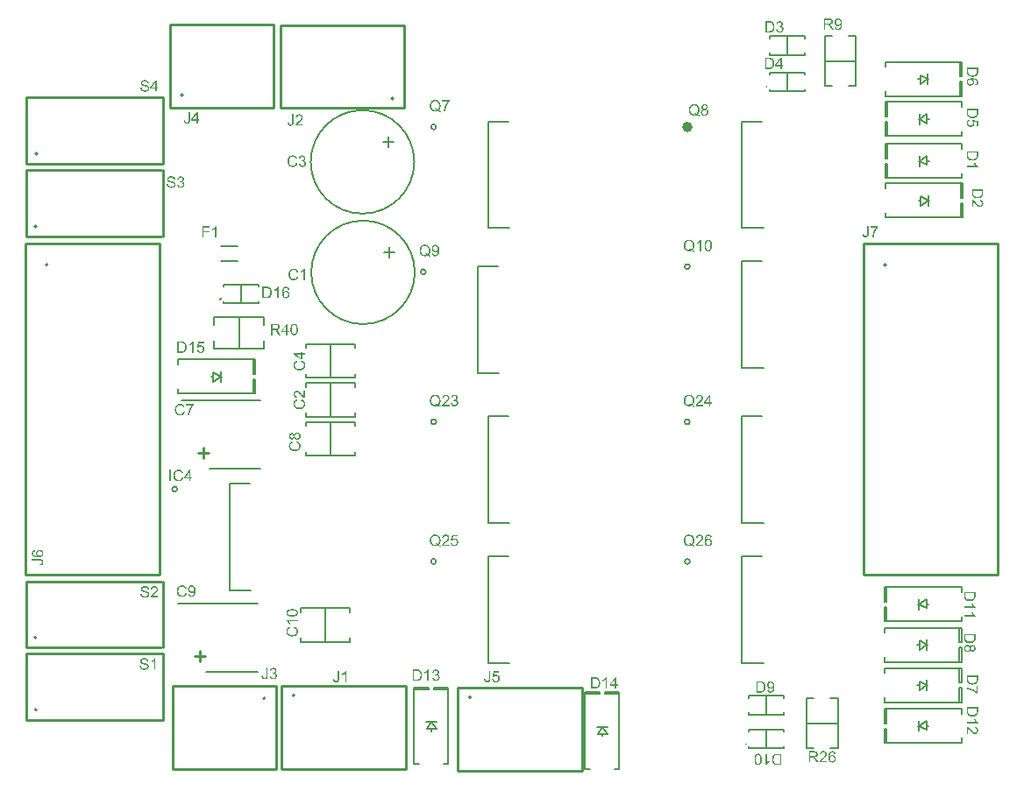
<source format=gto>
G04*
G04 #@! TF.GenerationSoftware,Altium Limited,Altium Designer,22.6.1 (34)*
G04*
G04 Layer_Color=65535*
%FSLAX44Y44*%
%MOMM*%
G71*
G04*
G04 #@! TF.SameCoordinates,44C52635-D950-46A4-BE53-1BE2AF9ACA8F*
G04*
G04*
G04 #@! TF.FilePolarity,Positive*
G04*
G01*
G75*
%ADD10C,0.2000*%
%ADD11C,0.5000*%
%ADD12C,0.2540*%
%ADD13C,0.1500*%
%ADD14C,0.1520*%
%ADD15C,0.1524*%
G36*
X768552Y798949D02*
X770028D01*
Y797722D01*
X768552D01*
Y795118D01*
X767208D01*
Y797722D01*
X762481D01*
Y798949D01*
X767457Y805998D01*
X768552D01*
Y798949D01*
D02*
G37*
G36*
X757704Y805998D02*
X757837D01*
X758169Y805982D01*
X758517Y805949D01*
X758882Y805882D01*
X759230Y805816D01*
X759396Y805766D01*
X759546Y805716D01*
X759562D01*
X759579Y805700D01*
X759678Y805667D01*
X759811Y805584D01*
X759977Y805468D01*
X760176Y805335D01*
X760375Y805152D01*
X760574Y804937D01*
X760756Y804671D01*
X760773Y804638D01*
X760823Y804539D01*
X760906Y804389D01*
X760988Y804190D01*
X761071Y803942D01*
X761154Y803660D01*
X761204Y803361D01*
X761221Y803029D01*
Y803013D01*
Y802980D01*
Y802913D01*
X761204Y802830D01*
Y802731D01*
X761188Y802615D01*
X761121Y802349D01*
X761038Y802034D01*
X760906Y801719D01*
X760707Y801387D01*
X760591Y801221D01*
X760458Y801072D01*
X760425Y801039D01*
X760375Y801006D01*
X760325Y800939D01*
X760242Y800890D01*
X760143Y800807D01*
X760026Y800741D01*
X759894Y800658D01*
X759745Y800575D01*
X759562Y800492D01*
X759380Y800409D01*
X759164Y800326D01*
X758948Y800243D01*
X758700Y800177D01*
X758434Y800127D01*
X758152Y800077D01*
X758186Y800061D01*
X758252Y800027D01*
X758351Y799977D01*
X758467Y799911D01*
X758749Y799729D01*
X758899Y799629D01*
X759015Y799530D01*
X759048Y799497D01*
X759131Y799430D01*
X759247Y799297D01*
X759396Y799132D01*
X759579Y798916D01*
X759778Y798667D01*
X759993Y798385D01*
X760209Y798070D01*
X762100Y795118D01*
X760292D01*
X758849Y797374D01*
Y797390D01*
X758816Y797423D01*
X758783Y797473D01*
X758749Y797539D01*
X758633Y797705D01*
X758484Y797921D01*
X758318Y798170D01*
X758136Y798418D01*
X757970Y798651D01*
X757804Y798866D01*
X757787Y798883D01*
X757738Y798949D01*
X757655Y799049D01*
X757572Y799165D01*
X757323Y799397D01*
X757207Y799513D01*
X757074Y799596D01*
X757058Y799613D01*
X757024Y799629D01*
X756958Y799662D01*
X756875Y799712D01*
X756676Y799812D01*
X756427Y799895D01*
X756411D01*
X756378Y799911D01*
X756311D01*
X756228Y799928D01*
X756112Y799944D01*
X755980D01*
X755814Y799961D01*
X753956D01*
Y795118D01*
X752513D01*
Y806015D01*
X757572D01*
X757704Y805998D01*
D02*
G37*
G36*
X775253Y806048D02*
X775452Y806015D01*
X775684Y805982D01*
X775949Y805915D01*
X776215Y805816D01*
X776463Y805700D01*
X776497Y805683D01*
X776580Y805633D01*
X776696Y805551D01*
X776861Y805451D01*
X777027Y805302D01*
X777210Y805119D01*
X777392Y804920D01*
X777558Y804688D01*
X777575Y804655D01*
X777625Y804572D01*
X777707Y804423D01*
X777807Y804240D01*
X777906Y804008D01*
X778023Y803726D01*
X778139Y803411D01*
X778238Y803063D01*
Y803046D01*
X778255Y803013D01*
Y802963D01*
X778271Y802880D01*
X778305Y802797D01*
X778321Y802681D01*
X778338Y802532D01*
X778371Y802383D01*
X778388Y802200D01*
X778404Y802018D01*
X778437Y801802D01*
X778454Y801570D01*
X778470Y801321D01*
Y801072D01*
X778487Y800492D01*
Y800475D01*
Y800409D01*
Y800309D01*
Y800177D01*
X778470Y800011D01*
Y799828D01*
X778454Y799613D01*
X778437Y799380D01*
X778388Y798883D01*
X778321Y798369D01*
X778222Y797855D01*
X778155Y797622D01*
X778089Y797390D01*
Y797374D01*
X778072Y797340D01*
X778056Y797274D01*
X778023Y797191D01*
X777973Y797092D01*
X777923Y796992D01*
X777790Y796727D01*
X777625Y796428D01*
X777426Y796130D01*
X777193Y795831D01*
X776911Y795566D01*
X776895D01*
X776878Y795532D01*
X776828Y795516D01*
X776779Y795466D01*
X776596Y795367D01*
X776380Y795250D01*
X776082Y795134D01*
X775750Y795035D01*
X775369Y794968D01*
X774938Y794935D01*
X774788D01*
X774672Y794952D01*
X774539Y794968D01*
X774390Y795002D01*
X774224Y795035D01*
X774042Y795068D01*
X773644Y795201D01*
X773428Y795300D01*
X773229Y795400D01*
X773014Y795532D01*
X772814Y795682D01*
X772632Y795848D01*
X772450Y796047D01*
X772433Y796063D01*
X772400Y796113D01*
X772350Y796196D01*
X772284Y796312D01*
X772201Y796461D01*
X772118Y796644D01*
X772018Y796859D01*
X771919Y797125D01*
X771819Y797407D01*
X771720Y797738D01*
X771637Y798103D01*
X771554Y798501D01*
X771488Y798949D01*
X771438Y799414D01*
X771405Y799944D01*
X771388Y800492D01*
Y800508D01*
Y800575D01*
Y800674D01*
Y800807D01*
X771405Y800973D01*
Y801155D01*
X771421Y801371D01*
X771438Y801603D01*
X771488Y802101D01*
X771554Y802615D01*
X771637Y803129D01*
X771703Y803361D01*
X771770Y803593D01*
Y803610D01*
X771786Y803643D01*
X771819Y803709D01*
X771852Y803792D01*
X771886Y803892D01*
X771935Y804008D01*
X772068Y804273D01*
X772234Y804572D01*
X772433Y804871D01*
X772665Y805152D01*
X772947Y805418D01*
X772964D01*
X772980Y805451D01*
X773030Y805484D01*
X773096Y805517D01*
X773262Y805617D01*
X773494Y805750D01*
X773776Y805866D01*
X774125Y805965D01*
X774506Y806031D01*
X774938Y806065D01*
X775087D01*
X775253Y806048D01*
D02*
G37*
G36*
X774582Y1001084D02*
Y1001068D01*
Y1001018D01*
Y1000952D01*
Y1000852D01*
X774565Y1000736D01*
Y1000603D01*
X774549Y1000305D01*
X774499Y999956D01*
X774449Y999608D01*
X774366Y999260D01*
X774250Y998961D01*
X774234Y998928D01*
X774184Y998845D01*
X774101Y998712D01*
X774001Y998547D01*
X773852Y998348D01*
X773670Y998165D01*
X773437Y997983D01*
X773189Y997817D01*
X773156Y997800D01*
X773056Y997750D01*
X772907Y997701D01*
X772708Y997634D01*
X772459Y997551D01*
X772177Y997502D01*
X771845Y997452D01*
X771497Y997435D01*
X771364D01*
X771265Y997452D01*
X771149Y997468D01*
X770999Y997485D01*
X770684Y997535D01*
X770336Y997634D01*
X769971Y997784D01*
X769789Y997867D01*
X769623Y997983D01*
X769457Y998099D01*
X769307Y998248D01*
Y998265D01*
X769274Y998281D01*
X769241Y998331D01*
X769191Y998397D01*
X769125Y998497D01*
X769075Y998596D01*
X768992Y998729D01*
X768926Y998862D01*
X768860Y999028D01*
X768793Y999210D01*
X768727Y999409D01*
X768677Y999641D01*
X768627Y999874D01*
X768594Y1000139D01*
X768578Y1000404D01*
Y1000703D01*
X769871Y1000885D01*
Y1000869D01*
Y1000835D01*
Y1000769D01*
X769888Y1000686D01*
Y1000587D01*
X769905Y1000471D01*
X769954Y1000205D01*
X770004Y999907D01*
X770087Y999625D01*
X770203Y999376D01*
X770269Y999260D01*
X770336Y999160D01*
X770352Y999144D01*
X770419Y999094D01*
X770502Y999011D01*
X770634Y998945D01*
X770800Y998862D01*
X770999Y998779D01*
X771232Y998729D01*
X771497Y998712D01*
X771596D01*
X771696Y998729D01*
X771812Y998746D01*
X771961Y998779D01*
X772127Y998812D01*
X772276Y998878D01*
X772426Y998961D01*
X772442Y998978D01*
X772492Y999011D01*
X772558Y999061D01*
X772641Y999144D01*
X772741Y999227D01*
X772824Y999343D01*
X772907Y999475D01*
X772973Y999625D01*
Y999641D01*
X773006Y999708D01*
X773023Y999807D01*
X773056Y999956D01*
X773089Y1000155D01*
X773106Y1000388D01*
X773139Y1000670D01*
Y1001001D01*
Y1008515D01*
X774582D01*
Y1001084D01*
D02*
G37*
G36*
X780254Y1008548D02*
X780387Y1008531D01*
X780536Y1008515D01*
X780702Y1008498D01*
X780885Y1008449D01*
X781283Y1008349D01*
X781697Y1008200D01*
X781913Y1008100D01*
X782112Y1007984D01*
X782294Y1007835D01*
X782477Y1007686D01*
X782494Y1007669D01*
X782510Y1007652D01*
X782560Y1007603D01*
X782626Y1007536D01*
X782692Y1007437D01*
X782775Y1007337D01*
X782941Y1007088D01*
X783107Y1006773D01*
X783257Y1006408D01*
X783373Y1005994D01*
X783389Y1005762D01*
X783406Y1005529D01*
Y1005496D01*
Y1005413D01*
X783389Y1005281D01*
X783373Y1005115D01*
X783339Y1004916D01*
X783290Y1004700D01*
X783223Y1004468D01*
X783124Y1004236D01*
X783107Y1004202D01*
X783074Y1004120D01*
X783008Y1004004D01*
X782908Y1003838D01*
X782792Y1003639D01*
X782643Y1003406D01*
X782444Y1003174D01*
X782228Y1002909D01*
X782195Y1002876D01*
X782112Y1002776D01*
X781963Y1002627D01*
X781863Y1002527D01*
X781747Y1002411D01*
X781614Y1002279D01*
X781449Y1002129D01*
X781283Y1001980D01*
X781100Y1001797D01*
X780901Y1001615D01*
X780669Y1001416D01*
X780437Y1001217D01*
X780171Y1000985D01*
X780155Y1000968D01*
X780122Y1000935D01*
X780055Y1000885D01*
X779972Y1000819D01*
X779773Y1000653D01*
X779525Y1000437D01*
X779276Y1000205D01*
X779010Y999973D01*
X778795Y999774D01*
X778712Y999691D01*
X778629Y999608D01*
X778612Y999592D01*
X778579Y999542D01*
X778513Y999475D01*
X778430Y999376D01*
X778247Y999160D01*
X778065Y998895D01*
X783422D01*
Y997618D01*
X776207D01*
Y997634D01*
Y997701D01*
Y997800D01*
X776224Y997916D01*
X776240Y998049D01*
X776257Y998198D01*
X776307Y998364D01*
X776357Y998530D01*
Y998547D01*
X776373Y998563D01*
X776406Y998663D01*
X776473Y998795D01*
X776572Y998994D01*
X776688Y999210D01*
X776854Y999459D01*
X777020Y999708D01*
X777236Y999973D01*
Y999990D01*
X777269Y1000006D01*
X777352Y1000106D01*
X777485Y1000255D01*
X777683Y1000454D01*
X777932Y1000686D01*
X778231Y1000968D01*
X778596Y1001283D01*
X778994Y1001632D01*
X779010Y1001648D01*
X779077Y1001698D01*
X779160Y1001764D01*
X779276Y1001880D01*
X779425Y1001997D01*
X779591Y1002146D01*
X779956Y1002461D01*
X780354Y1002842D01*
X780752Y1003224D01*
X780951Y1003406D01*
X781117Y1003589D01*
X781266Y1003771D01*
X781399Y1003937D01*
Y1003954D01*
X781432Y1003970D01*
X781465Y1004020D01*
X781498Y1004086D01*
X781598Y1004252D01*
X781714Y1004468D01*
X781830Y1004717D01*
X781930Y1004982D01*
X781996Y1005281D01*
X782029Y1005563D01*
Y1005579D01*
Y1005596D01*
X782012Y1005695D01*
X781996Y1005844D01*
X781963Y1006027D01*
X781880Y1006243D01*
X781780Y1006458D01*
X781648Y1006690D01*
X781449Y1006906D01*
X781415Y1006923D01*
X781349Y1006989D01*
X781216Y1007072D01*
X781050Y1007188D01*
X780835Y1007288D01*
X780586Y1007371D01*
X780287Y1007437D01*
X779956Y1007453D01*
X779856D01*
X779790Y1007437D01*
X779624Y1007420D01*
X779408Y1007387D01*
X779160Y1007304D01*
X778894Y1007205D01*
X778645Y1007055D01*
X778413Y1006856D01*
X778397Y1006823D01*
X778330Y1006757D01*
X778231Y1006624D01*
X778131Y1006442D01*
X778015Y1006209D01*
X777932Y1005944D01*
X777866Y1005629D01*
X777833Y1005264D01*
X776456Y1005413D01*
Y1005430D01*
Y1005480D01*
X776473Y1005563D01*
X776489Y1005662D01*
X776523Y1005795D01*
X776539Y1005944D01*
X776639Y1006276D01*
X776771Y1006657D01*
X776954Y1007039D01*
X777203Y1007420D01*
X777335Y1007586D01*
X777501Y1007752D01*
X777518Y1007768D01*
X777551Y1007785D01*
X777601Y1007835D01*
X777667Y1007885D01*
X777766Y1007934D01*
X777883Y1008017D01*
X778015Y1008084D01*
X778165Y1008167D01*
X778330Y1008233D01*
X778513Y1008316D01*
X778728Y1008382D01*
X778944Y1008432D01*
X779442Y1008531D01*
X779707Y1008548D01*
X779989Y1008565D01*
X780138D01*
X780254Y1008548D01*
D02*
G37*
G36*
X774962Y859364D02*
X775095Y859348D01*
X775261Y859331D01*
X775443Y859315D01*
X775642Y859281D01*
X776074Y859182D01*
X776538Y859033D01*
X776770Y858933D01*
X777002Y858817D01*
X777218Y858684D01*
X777434Y858535D01*
X777450Y858519D01*
X777483Y858502D01*
X777533Y858452D01*
X777616Y858386D01*
X777699Y858303D01*
X777815Y858187D01*
X777931Y858071D01*
X778047Y857938D01*
X778180Y857772D01*
X778296Y857606D01*
X778429Y857407D01*
X778561Y857192D01*
X778678Y856976D01*
X778794Y856727D01*
X778993Y856197D01*
X777566Y855865D01*
Y855881D01*
X777550Y855915D01*
X777533Y855981D01*
X777500Y856064D01*
X777450Y856163D01*
X777401Y856279D01*
X777284Y856528D01*
X777135Y856810D01*
X776936Y857109D01*
X776720Y857374D01*
X776455Y857606D01*
X776422Y857623D01*
X776322Y857689D01*
X776173Y857772D01*
X775957Y857888D01*
X775709Y857988D01*
X775394Y858071D01*
X775045Y858137D01*
X774647Y858154D01*
X774531D01*
X774448Y858137D01*
X774332D01*
X774216Y858120D01*
X773917Y858071D01*
X773586Y858004D01*
X773237Y857888D01*
X772889Y857739D01*
X772557Y857540D01*
X772541D01*
X772524Y857507D01*
X772425Y857424D01*
X772275Y857291D01*
X772093Y857109D01*
X771910Y856877D01*
X771711Y856611D01*
X771529Y856279D01*
X771380Y855915D01*
Y855898D01*
X771363Y855865D01*
X771347Y855815D01*
X771330Y855732D01*
X771297Y855649D01*
X771280Y855533D01*
X771214Y855268D01*
X771148Y854952D01*
X771098Y854604D01*
X771065Y854223D01*
X771048Y853825D01*
Y853808D01*
Y853758D01*
Y853692D01*
Y853593D01*
X771065Y853476D01*
Y853327D01*
X771081Y853178D01*
X771098Y853012D01*
X771148Y852630D01*
X771214Y852216D01*
X771313Y851801D01*
X771446Y851403D01*
Y851386D01*
X771463Y851353D01*
X771496Y851304D01*
X771529Y851237D01*
X771612Y851038D01*
X771745Y850823D01*
X771927Y850557D01*
X772143Y850308D01*
X772391Y850060D01*
X772690Y849844D01*
X772707D01*
X772723Y849827D01*
X772773Y849794D01*
X772839Y849761D01*
X773022Y849695D01*
X773254Y849595D01*
X773519Y849512D01*
X773834Y849429D01*
X774183Y849363D01*
X774548Y849346D01*
X774664D01*
X774747Y849363D01*
X774846D01*
X774979Y849380D01*
X775261Y849429D01*
X775576Y849512D01*
X775924Y849645D01*
X776256Y849811D01*
X776588Y850043D01*
X776604Y850060D01*
X776621Y850076D01*
X776720Y850176D01*
X776870Y850342D01*
X777052Y850557D01*
X777235Y850856D01*
X777434Y851204D01*
X777599Y851635D01*
X777732Y852116D01*
X779175Y851751D01*
Y851735D01*
X779159Y851668D01*
X779125Y851585D01*
X779092Y851453D01*
X779026Y851320D01*
X778960Y851138D01*
X778893Y850955D01*
X778794Y850756D01*
X778578Y850308D01*
X778279Y849861D01*
X777948Y849429D01*
X777749Y849230D01*
X777533Y849048D01*
X777517Y849031D01*
X777483Y849015D01*
X777417Y848965D01*
X777318Y848899D01*
X777201Y848832D01*
X777069Y848749D01*
X776919Y848666D01*
X776737Y848583D01*
X776538Y848501D01*
X776322Y848418D01*
X776074Y848335D01*
X775825Y848268D01*
X775277Y848152D01*
X774979Y848136D01*
X774664Y848119D01*
X774498D01*
X774365Y848136D01*
X774216D01*
X774050Y848152D01*
X773851Y848185D01*
X773652Y848202D01*
X773188Y848301D01*
X772707Y848418D01*
X772242Y848600D01*
X772010Y848699D01*
X771794Y848832D01*
X771778Y848849D01*
X771745Y848865D01*
X771695Y848915D01*
X771612Y848965D01*
X771413Y849131D01*
X771181Y849363D01*
X770899Y849645D01*
X770633Y850010D01*
X770351Y850424D01*
X770119Y850906D01*
Y850922D01*
X770102Y850972D01*
X770069Y851038D01*
X770036Y851138D01*
X769986Y851270D01*
X769937Y851420D01*
X769887Y851585D01*
X769837Y851785D01*
X769787Y851984D01*
X769738Y852216D01*
X769638Y852713D01*
X769572Y853244D01*
X769555Y853825D01*
Y853841D01*
Y853908D01*
Y853990D01*
X769572Y854107D01*
Y854256D01*
X769588Y854438D01*
X769605Y854621D01*
X769638Y854836D01*
X769721Y855301D01*
X769821Y855798D01*
X769986Y856313D01*
X770202Y856794D01*
Y856810D01*
X770235Y856843D01*
X770268Y856910D01*
X770318Y857009D01*
X770385Y857109D01*
X770467Y857225D01*
X770683Y857507D01*
X770932Y857822D01*
X771247Y858137D01*
X771628Y858452D01*
X772043Y858718D01*
X772060D01*
X772093Y858751D01*
X772159Y858784D01*
X772259Y858817D01*
X772358Y858867D01*
X772491Y858933D01*
X772657Y858983D01*
X772823Y859049D01*
X773005Y859116D01*
X773204Y859165D01*
X773652Y859281D01*
X774150Y859348D01*
X774680Y859381D01*
X774846D01*
X774962Y859364D01*
D02*
G37*
G36*
X785445Y848301D02*
X784101D01*
Y856827D01*
X784085Y856810D01*
X784018Y856744D01*
X783902Y856661D01*
X783753Y856545D01*
X783570Y856395D01*
X783355Y856246D01*
X783106Y856064D01*
X782824Y855898D01*
X782808D01*
X782791Y855881D01*
X782691Y855815D01*
X782542Y855732D01*
X782360Y855633D01*
X782144Y855516D01*
X781912Y855417D01*
X781663Y855301D01*
X781431Y855201D01*
Y856512D01*
X781448D01*
X781481Y856528D01*
X781547Y856561D01*
X781613Y856611D01*
X781713Y856661D01*
X781829Y856711D01*
X782094Y856860D01*
X782393Y857042D01*
X782725Y857258D01*
X783056Y857507D01*
X783372Y857772D01*
X783388Y857789D01*
X783405Y857805D01*
X783504Y857905D01*
X783653Y858054D01*
X783836Y858237D01*
X784035Y858469D01*
X784234Y858718D01*
X784416Y858983D01*
X784566Y859248D01*
X785445D01*
Y848301D01*
D02*
G37*
G36*
X1086019Y457358D02*
X1087495D01*
Y456131D01*
X1086019D01*
Y453527D01*
X1084676D01*
Y456131D01*
X1079949D01*
Y457358D01*
X1084924Y464407D01*
X1086019D01*
Y457358D01*
D02*
G37*
G36*
X1076980Y453527D02*
X1075636D01*
Y462052D01*
X1075620Y462035D01*
X1075553Y461969D01*
X1075437Y461886D01*
X1075288Y461770D01*
X1075105Y461621D01*
X1074890Y461471D01*
X1074641Y461289D01*
X1074359Y461123D01*
X1074342D01*
X1074326Y461106D01*
X1074226Y461040D01*
X1074077Y460957D01*
X1073895Y460858D01*
X1073679Y460742D01*
X1073447Y460642D01*
X1073198Y460526D01*
X1072966Y460426D01*
Y461737D01*
X1072982D01*
X1073016Y461753D01*
X1073082Y461786D01*
X1073148Y461836D01*
X1073248Y461886D01*
X1073364Y461936D01*
X1073629Y462085D01*
X1073928Y462267D01*
X1074259Y462483D01*
X1074591Y462732D01*
X1074906Y462997D01*
X1074923Y463014D01*
X1074939Y463030D01*
X1075039Y463130D01*
X1075188Y463279D01*
X1075371Y463462D01*
X1075570Y463694D01*
X1075769Y463943D01*
X1075951Y464208D01*
X1076101Y464473D01*
X1076980D01*
Y453527D01*
D02*
G37*
G36*
X1065966Y464407D02*
X1066265Y464390D01*
X1066597Y464357D01*
X1066912Y464308D01*
X1067177Y464258D01*
X1067194D01*
X1067227Y464241D01*
X1067260D01*
X1067327Y464208D01*
X1067509Y464158D01*
X1067725Y464075D01*
X1067973Y463976D01*
X1068239Y463843D01*
X1068504Y463677D01*
X1068770Y463478D01*
X1068786D01*
X1068803Y463445D01*
X1068919Y463346D01*
X1069068Y463180D01*
X1069250Y462964D01*
X1069466Y462699D01*
X1069682Y462384D01*
X1069881Y462019D01*
X1070063Y461604D01*
Y461587D01*
X1070080Y461554D01*
X1070096Y461488D01*
X1070129Y461405D01*
X1070163Y461306D01*
X1070196Y461173D01*
X1070246Y461023D01*
X1070279Y460858D01*
X1070312Y460675D01*
X1070362Y460476D01*
X1070428Y460045D01*
X1070478Y459564D01*
X1070494Y459033D01*
Y459017D01*
Y458983D01*
Y458917D01*
Y458817D01*
X1070478Y458718D01*
Y458585D01*
X1070461Y458287D01*
X1070428Y457955D01*
X1070362Y457574D01*
X1070295Y457192D01*
X1070196Y456827D01*
Y456811D01*
X1070179Y456777D01*
X1070163Y456728D01*
X1070146Y456661D01*
X1070080Y456496D01*
X1069997Y456263D01*
X1069897Y456015D01*
X1069765Y455749D01*
X1069615Y455484D01*
X1069449Y455235D01*
X1069433Y455202D01*
X1069367Y455135D01*
X1069284Y455019D01*
X1069151Y454870D01*
X1069018Y454721D01*
X1068836Y454555D01*
X1068653Y454389D01*
X1068454Y454240D01*
X1068438Y454223D01*
X1068355Y454190D01*
X1068239Y454124D01*
X1068089Y454041D01*
X1067907Y453958D01*
X1067691Y453875D01*
X1067443Y453792D01*
X1067161Y453709D01*
X1067127D01*
X1067028Y453676D01*
X1066879Y453659D01*
X1066663Y453626D01*
X1066414Y453593D01*
X1066116Y453560D01*
X1065784Y453543D01*
X1065419Y453527D01*
X1061505D01*
Y464424D01*
X1065684D01*
X1065966Y464407D01*
D02*
G37*
G36*
X912132Y471940D02*
X912347Y471907D01*
X912596Y471857D01*
X912878Y471791D01*
X913160Y471692D01*
X913442Y471559D01*
X913458D01*
X913475Y471542D01*
X913575Y471493D01*
X913707Y471409D01*
X913873Y471293D01*
X914056Y471144D01*
X914255Y470962D01*
X914437Y470746D01*
X914603Y470514D01*
X914620Y470481D01*
X914669Y470398D01*
X914736Y470265D01*
X914802Y470099D01*
X914868Y469884D01*
X914935Y469651D01*
X914984Y469403D01*
X915001Y469121D01*
Y469087D01*
Y469005D01*
X914984Y468872D01*
X914951Y468706D01*
X914902Y468507D01*
X914835Y468291D01*
X914752Y468059D01*
X914620Y467844D01*
X914603Y467810D01*
X914553Y467744D01*
X914454Y467645D01*
X914337Y467512D01*
X914172Y467363D01*
X913989Y467213D01*
X913757Y467047D01*
X913492Y466915D01*
X913508D01*
X913541Y466898D01*
X913591D01*
X913658Y466865D01*
X913823Y466815D01*
X914039Y466716D01*
X914271Y466600D01*
X914520Y466434D01*
X914769Y466235D01*
X914984Y465986D01*
X915001Y465953D01*
X915067Y465853D01*
X915150Y465704D01*
X915266Y465505D01*
X915366Y465256D01*
X915449Y464958D01*
X915515Y464609D01*
X915532Y464228D01*
Y464211D01*
Y464161D01*
Y464095D01*
X915515Y463996D01*
X915499Y463863D01*
X915482Y463730D01*
X915449Y463564D01*
X915399Y463398D01*
X915283Y463017D01*
X915200Y462801D01*
X915084Y462602D01*
X914968Y462403D01*
X914835Y462204D01*
X914669Y462005D01*
X914487Y461806D01*
X914470Y461790D01*
X914437Y461756D01*
X914387Y461723D01*
X914304Y461657D01*
X914205Y461574D01*
X914072Y461491D01*
X913923Y461408D01*
X913774Y461325D01*
X913591Y461226D01*
X913392Y461143D01*
X913176Y461060D01*
X912944Y460977D01*
X912695Y460910D01*
X912430Y460877D01*
X912148Y460844D01*
X911866Y460828D01*
X911733D01*
X911634Y460844D01*
X911501Y460861D01*
X911369Y460877D01*
X911203Y460894D01*
X911037Y460927D01*
X910655Y461027D01*
X910257Y461192D01*
X910058Y461275D01*
X909876Y461391D01*
X909677Y461524D01*
X909494Y461673D01*
X909478Y461690D01*
X909461Y461707D01*
X909411Y461756D01*
X909345Y461823D01*
X909279Y461922D01*
X909196Y462022D01*
X909096Y462138D01*
X909013Y462271D01*
X908814Y462602D01*
X908649Y462984D01*
X908499Y463415D01*
X908449Y463647D01*
X908416Y463896D01*
X909760Y464078D01*
Y464062D01*
X909776Y464029D01*
Y463962D01*
X909809Y463896D01*
X909859Y463697D01*
X909942Y463448D01*
X910042Y463183D01*
X910174Y462901D01*
X910340Y462652D01*
X910523Y462436D01*
X910556Y462420D01*
X910622Y462354D01*
X910738Y462287D01*
X910904Y462188D01*
X911087Y462105D01*
X911319Y462022D01*
X911584Y461955D01*
X911866Y461939D01*
X911966D01*
X912032Y461955D01*
X912198Y461972D01*
X912413Y462022D01*
X912679Y462105D01*
X912944Y462204D01*
X913210Y462370D01*
X913458Y462586D01*
X913492Y462619D01*
X913558Y462702D01*
X913658Y462835D01*
X913790Y463033D01*
X913906Y463266D01*
X914006Y463548D01*
X914072Y463863D01*
X914105Y464211D01*
Y464228D01*
Y464244D01*
Y464294D01*
X914089Y464360D01*
X914072Y464526D01*
X914022Y464742D01*
X913956Y464974D01*
X913840Y465239D01*
X913691Y465488D01*
X913492Y465720D01*
X913458Y465754D01*
X913392Y465820D01*
X913259Y465903D01*
X913077Y466019D01*
X912861Y466135D01*
X912596Y466218D01*
X912314Y466284D01*
X911982Y466318D01*
X911833D01*
X911717Y466301D01*
X911584Y466284D01*
X911418Y466268D01*
X911236Y466235D01*
X911037Y466185D01*
X911186Y467363D01*
X911269D01*
X911335Y467346D01*
X911551D01*
X911700Y467363D01*
X911916Y467396D01*
X912148Y467445D01*
X912397Y467528D01*
X912662Y467628D01*
X912928Y467777D01*
X912961Y467794D01*
X913044Y467860D01*
X913143Y467976D01*
X913276Y468125D01*
X913409Y468308D01*
X913508Y468540D01*
X913591Y468822D01*
X913624Y469154D01*
Y469170D01*
Y469187D01*
Y469270D01*
X913591Y469403D01*
X913558Y469585D01*
X913508Y469767D01*
X913409Y469967D01*
X913293Y470182D01*
X913127Y470365D01*
X913110Y470381D01*
X913044Y470448D01*
X912928Y470531D01*
X912778Y470613D01*
X912596Y470713D01*
X912380Y470779D01*
X912132Y470846D01*
X911850Y470862D01*
X911717D01*
X911568Y470829D01*
X911402Y470796D01*
X911186Y470746D01*
X910971Y470647D01*
X910755Y470531D01*
X910539Y470365D01*
X910523Y470348D01*
X910456Y470282D01*
X910373Y470166D01*
X910274Y470000D01*
X910158Y469801D01*
X910058Y469552D01*
X909959Y469253D01*
X909892Y468905D01*
X908549Y469137D01*
Y469154D01*
X908566Y469204D01*
X908582Y469270D01*
X908599Y469353D01*
X908632Y469469D01*
X908665Y469602D01*
X908781Y469900D01*
X908914Y470232D01*
X909113Y470580D01*
X909345Y470912D01*
X909644Y471211D01*
X909660Y471227D01*
X909677Y471244D01*
X909727Y471277D01*
X909809Y471327D01*
X909892Y471376D01*
X909992Y471443D01*
X910241Y471592D01*
X910556Y471725D01*
X910937Y471841D01*
X911352Y471924D01*
X911584Y471957D01*
X911966D01*
X912132Y471940D01*
D02*
G37*
G36*
X904983Y461010D02*
X903639D01*
Y469535D01*
X903623Y469519D01*
X903557Y469452D01*
X903440Y469369D01*
X903291Y469253D01*
X903109Y469104D01*
X902893Y468955D01*
X902644Y468772D01*
X902362Y468606D01*
X902346D01*
X902329Y468590D01*
X902230Y468523D01*
X902080Y468441D01*
X901898Y468341D01*
X901682Y468225D01*
X901450Y468125D01*
X901201Y468009D01*
X900969Y467910D01*
Y469220D01*
X900986D01*
X901019Y469237D01*
X901085Y469270D01*
X901152Y469320D01*
X901251Y469369D01*
X901367Y469419D01*
X901633Y469568D01*
X901931Y469751D01*
X902263Y469967D01*
X902595Y470215D01*
X902910Y470481D01*
X902926Y470497D01*
X902943Y470514D01*
X903042Y470613D01*
X903192Y470763D01*
X903374Y470945D01*
X903573Y471177D01*
X903772Y471426D01*
X903955Y471692D01*
X904104Y471957D01*
X904983D01*
Y461010D01*
D02*
G37*
G36*
X893970Y471890D02*
X894268Y471874D01*
X894600Y471841D01*
X894915Y471791D01*
X895181Y471741D01*
X895197D01*
X895230Y471725D01*
X895263D01*
X895330Y471692D01*
X895512Y471642D01*
X895728Y471559D01*
X895977Y471459D01*
X896242Y471327D01*
X896507Y471161D01*
X896773Y470962D01*
X896789D01*
X896806Y470928D01*
X896922Y470829D01*
X897071Y470663D01*
X897254Y470448D01*
X897469Y470182D01*
X897685Y469867D01*
X897884Y469502D01*
X898066Y469087D01*
Y469071D01*
X898083Y469038D01*
X898100Y468971D01*
X898133Y468888D01*
X898166Y468789D01*
X898199Y468656D01*
X898249Y468507D01*
X898282Y468341D01*
X898315Y468159D01*
X898365Y467960D01*
X898431Y467528D01*
X898481Y467047D01*
X898498Y466517D01*
Y466500D01*
Y466467D01*
Y466400D01*
Y466301D01*
X898481Y466202D01*
Y466069D01*
X898465Y465770D01*
X898431Y465438D01*
X898365Y465057D01*
X898299Y464676D01*
X898199Y464311D01*
Y464294D01*
X898183Y464261D01*
X898166Y464211D01*
X898149Y464145D01*
X898083Y463979D01*
X898000Y463747D01*
X897901Y463498D01*
X897768Y463233D01*
X897619Y462967D01*
X897453Y462718D01*
X897436Y462685D01*
X897370Y462619D01*
X897287Y462503D01*
X897154Y462354D01*
X897021Y462204D01*
X896839Y462038D01*
X896657Y461872D01*
X896458Y461723D01*
X896441Y461707D01*
X896358Y461673D01*
X896242Y461607D01*
X896093Y461524D01*
X895910Y461441D01*
X895695Y461358D01*
X895446Y461275D01*
X895164Y461192D01*
X895131D01*
X895031Y461159D01*
X894882Y461143D01*
X894666Y461110D01*
X894417Y461076D01*
X894119Y461043D01*
X893787Y461027D01*
X893422Y461010D01*
X889508D01*
Y471907D01*
X893688D01*
X893970Y471890D01*
D02*
G37*
G36*
X1171587Y1018305D02*
X1171720D01*
X1171852Y1018272D01*
X1172184Y1018222D01*
X1172549Y1018123D01*
X1172931Y1017973D01*
X1173130Y1017874D01*
X1173312Y1017774D01*
X1173495Y1017642D01*
X1173660Y1017493D01*
X1173677Y1017476D01*
X1173694Y1017459D01*
X1173743Y1017410D01*
X1173793Y1017343D01*
X1173859Y1017260D01*
X1173942Y1017161D01*
X1174108Y1016928D01*
X1174258Y1016630D01*
X1174407Y1016282D01*
X1174506Y1015900D01*
X1174523Y1015685D01*
X1174539Y1015469D01*
Y1015436D01*
Y1015336D01*
X1174523Y1015204D01*
X1174490Y1015021D01*
X1174440Y1014806D01*
X1174374Y1014590D01*
X1174274Y1014358D01*
X1174141Y1014142D01*
X1174125Y1014126D01*
X1174075Y1014059D01*
X1173976Y1013960D01*
X1173843Y1013827D01*
X1173677Y1013694D01*
X1173461Y1013561D01*
X1173213Y1013412D01*
X1172931Y1013296D01*
X1172947D01*
X1172980Y1013280D01*
X1173030Y1013263D01*
X1173096Y1013230D01*
X1173279Y1013147D01*
X1173495Y1013047D01*
X1173743Y1012898D01*
X1173992Y1012716D01*
X1174241Y1012483D01*
X1174457Y1012235D01*
X1174473Y1012202D01*
X1174539Y1012102D01*
X1174622Y1011953D01*
X1174722Y1011737D01*
X1174821Y1011488D01*
X1174904Y1011190D01*
X1174971Y1010858D01*
X1174987Y1010493D01*
Y1010477D01*
Y1010427D01*
Y1010360D01*
X1174971Y1010261D01*
X1174954Y1010145D01*
X1174938Y1009995D01*
X1174871Y1009664D01*
X1174738Y1009299D01*
X1174672Y1009100D01*
X1174573Y1008901D01*
X1174457Y1008702D01*
X1174324Y1008503D01*
X1174175Y1008320D01*
X1173992Y1008138D01*
X1173976Y1008121D01*
X1173942Y1008105D01*
X1173893Y1008055D01*
X1173810Y1007989D01*
X1173710Y1007922D01*
X1173594Y1007839D01*
X1173461Y1007756D01*
X1173296Y1007673D01*
X1173113Y1007574D01*
X1172914Y1007491D01*
X1172698Y1007408D01*
X1172466Y1007342D01*
X1172234Y1007275D01*
X1171969Y1007226D01*
X1171687Y1007209D01*
X1171388Y1007192D01*
X1171239D01*
X1171123Y1007209D01*
X1170990Y1007226D01*
X1170824Y1007242D01*
X1170658Y1007275D01*
X1170459Y1007309D01*
X1170045Y1007425D01*
X1169829Y1007508D01*
X1169613Y1007590D01*
X1169398Y1007707D01*
X1169182Y1007823D01*
X1168983Y1007972D01*
X1168784Y1008138D01*
X1168767Y1008154D01*
X1168734Y1008188D01*
X1168701Y1008237D01*
X1168635Y1008304D01*
X1168552Y1008403D01*
X1168469Y1008519D01*
X1168386Y1008652D01*
X1168303Y1008801D01*
X1168204Y1008967D01*
X1168121Y1009150D01*
X1167955Y1009548D01*
X1167888Y1009780D01*
X1167855Y1010012D01*
X1167822Y1010261D01*
X1167805Y1010526D01*
Y1010543D01*
Y1010576D01*
Y1010626D01*
X1167822Y1010709D01*
Y1010792D01*
X1167839Y1010908D01*
X1167872Y1011140D01*
X1167938Y1011422D01*
X1168038Y1011721D01*
X1168154Y1012019D01*
X1168336Y1012301D01*
Y1012318D01*
X1168369Y1012334D01*
X1168436Y1012417D01*
X1168568Y1012550D01*
X1168734Y1012699D01*
X1168950Y1012865D01*
X1169215Y1013031D01*
X1169530Y1013180D01*
X1169879Y1013296D01*
X1169862D01*
X1169846Y1013313D01*
X1169746Y1013346D01*
X1169597Y1013429D01*
X1169414Y1013512D01*
X1169199Y1013644D01*
X1169000Y1013794D01*
X1168801Y1013960D01*
X1168635Y1014159D01*
X1168618Y1014192D01*
X1168568Y1014258D01*
X1168502Y1014374D01*
X1168436Y1014540D01*
X1168369Y1014739D01*
X1168303Y1014971D01*
X1168253Y1015220D01*
X1168237Y1015502D01*
Y1015519D01*
Y1015552D01*
Y1015618D01*
X1168253Y1015701D01*
X1168270Y1015801D01*
X1168287Y1015917D01*
X1168336Y1016199D01*
X1168436Y1016514D01*
X1168602Y1016846D01*
X1168685Y1017028D01*
X1168801Y1017194D01*
X1168933Y1017360D01*
X1169083Y1017509D01*
X1169099Y1017526D01*
X1169116Y1017542D01*
X1169166Y1017592D01*
X1169232Y1017642D01*
X1169331Y1017691D01*
X1169431Y1017774D01*
X1169547Y1017841D01*
X1169696Y1017924D01*
X1170012Y1018073D01*
X1170409Y1018189D01*
X1170857Y1018289D01*
X1171090Y1018305D01*
X1171355Y1018322D01*
X1171488D01*
X1171587Y1018305D01*
D02*
G37*
G36*
X1161453Y1018438D02*
X1161586D01*
X1161751Y1018421D01*
X1161917Y1018388D01*
X1162116Y1018372D01*
X1162531Y1018272D01*
X1162996Y1018139D01*
X1163460Y1017973D01*
X1163692Y1017857D01*
X1163924Y1017725D01*
X1163941D01*
X1163974Y1017691D01*
X1164040Y1017658D01*
X1164123Y1017592D01*
X1164223Y1017526D01*
X1164339Y1017426D01*
X1164604Y1017210D01*
X1164903Y1016928D01*
X1165218Y1016580D01*
X1165500Y1016182D01*
X1165765Y1015718D01*
Y1015701D01*
X1165799Y1015668D01*
X1165832Y1015585D01*
X1165865Y1015486D01*
X1165915Y1015369D01*
X1165964Y1015237D01*
X1166031Y1015071D01*
X1166097Y1014872D01*
X1166147Y1014673D01*
X1166213Y1014441D01*
X1166313Y1013960D01*
X1166379Y1013412D01*
X1166412Y1012815D01*
Y1012799D01*
Y1012749D01*
Y1012682D01*
Y1012583D01*
X1166396Y1012467D01*
Y1012334D01*
X1166379Y1012185D01*
X1166363Y1012002D01*
X1166313Y1011637D01*
X1166230Y1011223D01*
X1166130Y1010808D01*
X1165998Y1010394D01*
Y1010377D01*
X1165981Y1010344D01*
X1165948Y1010294D01*
X1165915Y1010211D01*
X1165882Y1010128D01*
X1165815Y1010012D01*
X1165683Y1009763D01*
X1165517Y1009481D01*
X1165301Y1009166D01*
X1165052Y1008851D01*
X1164754Y1008536D01*
X1164770D01*
X1164803Y1008503D01*
X1164853Y1008470D01*
X1164920Y1008420D01*
X1165019Y1008370D01*
X1165118Y1008304D01*
X1165367Y1008154D01*
X1165649Y1007989D01*
X1165964Y1007823D01*
X1166296Y1007657D01*
X1166628Y1007524D01*
X1166180Y1006546D01*
X1166163D01*
X1166130Y1006562D01*
X1166064Y1006595D01*
X1165981Y1006628D01*
X1165882Y1006662D01*
X1165749Y1006728D01*
X1165616Y1006794D01*
X1165450Y1006861D01*
X1165102Y1007043D01*
X1164704Y1007275D01*
X1164273Y1007541D01*
X1163841Y1007856D01*
X1163825D01*
X1163792Y1007823D01*
X1163725Y1007790D01*
X1163626Y1007756D01*
X1163510Y1007707D01*
X1163377Y1007640D01*
X1163228Y1007590D01*
X1163062Y1007524D01*
X1162863Y1007458D01*
X1162664Y1007408D01*
X1162199Y1007292D01*
X1161702Y1007226D01*
X1161171Y1007192D01*
X1161022D01*
X1160922Y1007209D01*
X1160789D01*
X1160640Y1007226D01*
X1160474Y1007259D01*
X1160292Y1007275D01*
X1159877Y1007358D01*
X1159429Y1007491D01*
X1158965Y1007657D01*
X1158501Y1007889D01*
X1158484Y1007906D01*
X1158451Y1007922D01*
X1158384Y1007972D01*
X1158302Y1008022D01*
X1158202Y1008088D01*
X1158086Y1008188D01*
X1157821Y1008403D01*
X1157522Y1008685D01*
X1157224Y1009034D01*
X1156925Y1009432D01*
X1156660Y1009896D01*
Y1009913D01*
X1156626Y1009962D01*
X1156593Y1010029D01*
X1156560Y1010128D01*
X1156510Y1010244D01*
X1156460Y1010394D01*
X1156394Y1010559D01*
X1156344Y1010742D01*
X1156278Y1010957D01*
X1156212Y1011173D01*
X1156112Y1011671D01*
X1156046Y1012218D01*
X1156013Y1012815D01*
Y1012832D01*
Y1012881D01*
Y1012981D01*
X1156029Y1013081D01*
Y1013230D01*
X1156046Y1013396D01*
X1156062Y1013578D01*
X1156096Y1013777D01*
X1156179Y1014242D01*
X1156278Y1014723D01*
X1156444Y1015237D01*
X1156660Y1015734D01*
Y1015751D01*
X1156693Y1015801D01*
X1156726Y1015867D01*
X1156776Y1015950D01*
X1156842Y1016066D01*
X1156925Y1016199D01*
X1157141Y1016481D01*
X1157406Y1016812D01*
X1157721Y1017144D01*
X1158086Y1017476D01*
X1158517Y1017758D01*
X1158534Y1017774D01*
X1158567Y1017791D01*
X1158633Y1017824D01*
X1158733Y1017874D01*
X1158849Y1017924D01*
X1158982Y1017973D01*
X1159131Y1018040D01*
X1159313Y1018106D01*
X1159496Y1018173D01*
X1159711Y1018239D01*
X1160159Y1018338D01*
X1160673Y1018421D01*
X1161204Y1018455D01*
X1161354D01*
X1161453Y1018438D01*
D02*
G37*
G36*
X1175460Y602242D02*
X1175559D01*
X1175692Y602226D01*
X1175991Y602176D01*
X1176322Y602076D01*
X1176671Y601944D01*
X1177019Y601778D01*
X1177185Y601662D01*
X1177351Y601529D01*
X1177367D01*
X1177384Y601496D01*
X1177484Y601396D01*
X1177616Y601231D01*
X1177782Y601015D01*
X1177964Y600733D01*
X1178114Y600401D01*
X1178263Y600003D01*
X1178346Y599555D01*
X1177019Y599456D01*
Y599472D01*
Y599489D01*
X1176986Y599589D01*
X1176936Y599721D01*
X1176886Y599887D01*
X1176721Y600269D01*
X1176621Y600434D01*
X1176505Y600584D01*
X1176488Y600617D01*
X1176405Y600683D01*
X1176289Y600766D01*
X1176140Y600882D01*
X1175941Y600982D01*
X1175709Y601081D01*
X1175443Y601148D01*
X1175161Y601164D01*
X1175045D01*
X1174929Y601148D01*
X1174780Y601114D01*
X1174597Y601081D01*
X1174398Y601015D01*
X1174216Y600915D01*
X1174017Y600799D01*
X1173984Y600783D01*
X1173917Y600716D01*
X1173801Y600600D01*
X1173669Y600451D01*
X1173503Y600269D01*
X1173337Y600036D01*
X1173171Y599754D01*
X1173022Y599439D01*
Y599423D01*
X1173005Y599406D01*
X1172989Y599340D01*
X1172972Y599273D01*
X1172939Y599190D01*
X1172906Y599074D01*
X1172872Y598942D01*
X1172839Y598792D01*
X1172806Y598627D01*
X1172773Y598444D01*
X1172740Y598228D01*
X1172707Y598013D01*
X1172690Y597764D01*
X1172673Y597499D01*
X1172657Y597217D01*
Y596935D01*
X1172673Y596951D01*
X1172740Y597034D01*
X1172839Y597167D01*
X1172989Y597333D01*
X1173155Y597515D01*
X1173354Y597698D01*
X1173586Y597864D01*
X1173835Y598013D01*
X1173868Y598029D01*
X1173951Y598063D01*
X1174100Y598129D01*
X1174282Y598195D01*
X1174498Y598262D01*
X1174747Y598328D01*
X1175012Y598361D01*
X1175294Y598378D01*
X1175427D01*
X1175526Y598361D01*
X1175642Y598344D01*
X1175775Y598328D01*
X1176090Y598262D01*
X1176439Y598129D01*
X1176638Y598063D01*
X1176820Y597963D01*
X1177019Y597847D01*
X1177218Y597714D01*
X1177401Y597565D01*
X1177583Y597383D01*
X1177600Y597366D01*
X1177616Y597333D01*
X1177666Y597283D01*
X1177732Y597200D01*
X1177799Y597101D01*
X1177881Y596984D01*
X1177964Y596852D01*
X1178064Y596702D01*
X1178147Y596520D01*
X1178230Y596338D01*
X1178313Y596122D01*
X1178379Y595906D01*
X1178446Y595658D01*
X1178495Y595409D01*
X1178512Y595127D01*
X1178528Y594845D01*
Y594828D01*
Y594795D01*
Y594745D01*
Y594679D01*
X1178512Y594580D01*
Y594480D01*
X1178479Y594215D01*
X1178412Y593933D01*
X1178346Y593601D01*
X1178230Y593269D01*
X1178081Y592937D01*
Y592921D01*
X1178064Y592904D01*
X1178031Y592854D01*
X1177998Y592788D01*
X1177898Y592639D01*
X1177765Y592440D01*
X1177583Y592224D01*
X1177367Y592009D01*
X1177135Y591793D01*
X1176853Y591594D01*
X1176820Y591577D01*
X1176721Y591528D01*
X1176555Y591445D01*
X1176356Y591362D01*
X1176090Y591279D01*
X1175792Y591196D01*
X1175460Y591146D01*
X1175112Y591130D01*
X1175045D01*
X1174946Y591146D01*
X1174830D01*
X1174697Y591163D01*
X1174531Y591196D01*
X1174349Y591229D01*
X1174150Y591279D01*
X1173934Y591345D01*
X1173702Y591428D01*
X1173486Y591528D01*
X1173254Y591644D01*
X1173022Y591793D01*
X1172790Y591959D01*
X1172574Y592141D01*
X1172375Y592357D01*
X1172358Y592374D01*
X1172325Y592423D01*
X1172275Y592490D01*
X1172209Y592589D01*
X1172126Y592722D01*
X1172043Y592888D01*
X1171944Y593087D01*
X1171861Y593319D01*
X1171761Y593584D01*
X1171662Y593883D01*
X1171579Y594215D01*
X1171496Y594580D01*
X1171430Y594978D01*
X1171380Y595425D01*
X1171347Y595890D01*
X1171330Y596404D01*
Y596421D01*
Y596437D01*
Y596487D01*
Y596537D01*
Y596702D01*
X1171347Y596918D01*
X1171363Y597183D01*
X1171396Y597482D01*
X1171430Y597814D01*
X1171479Y598162D01*
X1171529Y598544D01*
X1171612Y598925D01*
X1171712Y599306D01*
X1171828Y599671D01*
X1171960Y600053D01*
X1172110Y600385D01*
X1172292Y600716D01*
X1172491Y600998D01*
X1172508Y601015D01*
X1172541Y601048D01*
X1172590Y601114D01*
X1172673Y601197D01*
X1172790Y601297D01*
X1172906Y601396D01*
X1173055Y601512D01*
X1173221Y601629D01*
X1173403Y601745D01*
X1173619Y601861D01*
X1173835Y601960D01*
X1174083Y602060D01*
X1174349Y602143D01*
X1174631Y602209D01*
X1174929Y602242D01*
X1175244Y602259D01*
X1175360D01*
X1175460Y602242D01*
D02*
G37*
G36*
X1166802D02*
X1166935Y602226D01*
X1167084Y602209D01*
X1167250Y602192D01*
X1167432Y602143D01*
X1167830Y602043D01*
X1168245Y601894D01*
X1168461Y601795D01*
X1168660Y601678D01*
X1168842Y601529D01*
X1169025Y601380D01*
X1169041Y601363D01*
X1169058Y601347D01*
X1169107Y601297D01*
X1169174Y601231D01*
X1169240Y601131D01*
X1169323Y601031D01*
X1169489Y600783D01*
X1169655Y600468D01*
X1169804Y600103D01*
X1169920Y599688D01*
X1169937Y599456D01*
X1169953Y599224D01*
Y599190D01*
Y599108D01*
X1169937Y598975D01*
X1169920Y598809D01*
X1169887Y598610D01*
X1169837Y598394D01*
X1169771Y598162D01*
X1169671Y597930D01*
X1169655Y597897D01*
X1169622Y597814D01*
X1169555Y597698D01*
X1169456Y597532D01*
X1169340Y597333D01*
X1169190Y597101D01*
X1168991Y596868D01*
X1168776Y596603D01*
X1168743Y596570D01*
X1168660Y596470D01*
X1168510Y596321D01*
X1168411Y596222D01*
X1168295Y596105D01*
X1168162Y595973D01*
X1167996Y595823D01*
X1167830Y595674D01*
X1167648Y595492D01*
X1167449Y595309D01*
X1167217Y595110D01*
X1166984Y594911D01*
X1166719Y594679D01*
X1166702Y594662D01*
X1166669Y594629D01*
X1166603Y594580D01*
X1166520Y594513D01*
X1166321Y594347D01*
X1166072Y594132D01*
X1165823Y593899D01*
X1165558Y593667D01*
X1165342Y593468D01*
X1165259Y593385D01*
X1165176Y593302D01*
X1165160Y593286D01*
X1165127Y593236D01*
X1165060Y593170D01*
X1164977Y593070D01*
X1164795Y592854D01*
X1164613Y592589D01*
X1169970D01*
Y591312D01*
X1162755D01*
Y591329D01*
Y591395D01*
Y591494D01*
X1162772Y591611D01*
X1162788Y591743D01*
X1162805Y591893D01*
X1162854Y592058D01*
X1162904Y592224D01*
Y592241D01*
X1162921Y592257D01*
X1162954Y592357D01*
X1163020Y592490D01*
X1163120Y592689D01*
X1163236Y592904D01*
X1163402Y593153D01*
X1163568Y593402D01*
X1163783Y593667D01*
Y593684D01*
X1163816Y593700D01*
X1163899Y593800D01*
X1164032Y593949D01*
X1164231Y594148D01*
X1164480Y594380D01*
X1164778Y594662D01*
X1165143Y594978D01*
X1165541Y595326D01*
X1165558Y595342D01*
X1165624Y595392D01*
X1165707Y595458D01*
X1165823Y595575D01*
X1165973Y595691D01*
X1166139Y595840D01*
X1166503Y596155D01*
X1166901Y596537D01*
X1167299Y596918D01*
X1167499Y597101D01*
X1167664Y597283D01*
X1167814Y597466D01*
X1167946Y597631D01*
Y597648D01*
X1167980Y597664D01*
X1168013Y597714D01*
X1168046Y597781D01*
X1168145Y597947D01*
X1168261Y598162D01*
X1168378Y598411D01*
X1168477Y598676D01*
X1168543Y598975D01*
X1168577Y599257D01*
Y599273D01*
Y599290D01*
X1168560Y599389D01*
X1168543Y599539D01*
X1168510Y599721D01*
X1168427Y599937D01*
X1168328Y600152D01*
X1168195Y600385D01*
X1167996Y600600D01*
X1167963Y600617D01*
X1167897Y600683D01*
X1167764Y600766D01*
X1167598Y600882D01*
X1167383Y600982D01*
X1167134Y601065D01*
X1166835Y601131D01*
X1166503Y601148D01*
X1166404D01*
X1166338Y601131D01*
X1166172Y601114D01*
X1165956Y601081D01*
X1165707Y600998D01*
X1165442Y600899D01*
X1165193Y600750D01*
X1164961Y600550D01*
X1164944Y600517D01*
X1164878Y600451D01*
X1164778Y600318D01*
X1164679Y600136D01*
X1164563Y599904D01*
X1164480Y599638D01*
X1164414Y599323D01*
X1164380Y598958D01*
X1163004Y599108D01*
Y599124D01*
Y599174D01*
X1163020Y599257D01*
X1163037Y599356D01*
X1163070Y599489D01*
X1163087Y599638D01*
X1163186Y599970D01*
X1163319Y600351D01*
X1163501Y600733D01*
X1163750Y601114D01*
X1163883Y601280D01*
X1164049Y601446D01*
X1164065Y601463D01*
X1164098Y601479D01*
X1164148Y601529D01*
X1164214Y601579D01*
X1164314Y601629D01*
X1164430Y601712D01*
X1164563Y601778D01*
X1164712Y601861D01*
X1164878Y601927D01*
X1165060Y602010D01*
X1165276Y602076D01*
X1165492Y602126D01*
X1165989Y602226D01*
X1166255Y602242D01*
X1166537Y602259D01*
X1166686D01*
X1166802Y602242D01*
D02*
G37*
G36*
X1156568Y602375D02*
X1156701D01*
X1156867Y602358D01*
X1157033Y602325D01*
X1157232Y602309D01*
X1157646Y602209D01*
X1158111Y602076D01*
X1158575Y601911D01*
X1158807Y601795D01*
X1159040Y601662D01*
X1159056D01*
X1159089Y601629D01*
X1159156Y601595D01*
X1159239Y601529D01*
X1159338Y601463D01*
X1159454Y601363D01*
X1159720Y601148D01*
X1160018Y600866D01*
X1160333Y600517D01*
X1160615Y600119D01*
X1160881Y599655D01*
Y599638D01*
X1160914Y599605D01*
X1160947Y599522D01*
X1160980Y599423D01*
X1161030Y599306D01*
X1161080Y599174D01*
X1161146Y599008D01*
X1161212Y598809D01*
X1161262Y598610D01*
X1161329Y598378D01*
X1161428Y597897D01*
X1161494Y597349D01*
X1161527Y596752D01*
Y596736D01*
Y596686D01*
Y596620D01*
Y596520D01*
X1161511Y596404D01*
Y596271D01*
X1161494Y596122D01*
X1161478Y595939D01*
X1161428Y595575D01*
X1161345Y595160D01*
X1161246Y594745D01*
X1161113Y594331D01*
Y594314D01*
X1161096Y594281D01*
X1161063Y594231D01*
X1161030Y594148D01*
X1160997Y594065D01*
X1160930Y593949D01*
X1160798Y593700D01*
X1160632Y593418D01*
X1160416Y593103D01*
X1160167Y592788D01*
X1159869Y592473D01*
X1159885D01*
X1159919Y592440D01*
X1159968Y592407D01*
X1160035Y592357D01*
X1160134Y592307D01*
X1160234Y592241D01*
X1160483Y592092D01*
X1160765Y591926D01*
X1161080Y591760D01*
X1161411Y591594D01*
X1161743Y591461D01*
X1161295Y590483D01*
X1161279D01*
X1161246Y590499D01*
X1161179Y590532D01*
X1161096Y590566D01*
X1160997Y590599D01*
X1160864Y590665D01*
X1160731Y590732D01*
X1160565Y590798D01*
X1160217Y590980D01*
X1159819Y591213D01*
X1159388Y591478D01*
X1158957Y591793D01*
X1158940D01*
X1158907Y591760D01*
X1158841Y591727D01*
X1158741Y591693D01*
X1158625Y591644D01*
X1158492Y591577D01*
X1158343Y591528D01*
X1158177Y591461D01*
X1157978Y591395D01*
X1157779Y591345D01*
X1157315Y591229D01*
X1156817Y591163D01*
X1156286Y591130D01*
X1156137D01*
X1156038Y591146D01*
X1155905D01*
X1155755Y591163D01*
X1155590Y591196D01*
X1155407Y591213D01*
X1154993Y591295D01*
X1154545Y591428D01*
X1154080Y591594D01*
X1153616Y591826D01*
X1153599Y591843D01*
X1153566Y591859D01*
X1153500Y591909D01*
X1153417Y591959D01*
X1153317Y592025D01*
X1153201Y592125D01*
X1152936Y592340D01*
X1152637Y592622D01*
X1152339Y592971D01*
X1152040Y593369D01*
X1151775Y593833D01*
Y593850D01*
X1151742Y593899D01*
X1151709Y593966D01*
X1151675Y594065D01*
X1151626Y594181D01*
X1151576Y594331D01*
X1151509Y594497D01*
X1151460Y594679D01*
X1151393Y594895D01*
X1151327Y595110D01*
X1151227Y595608D01*
X1151161Y596155D01*
X1151128Y596752D01*
Y596769D01*
Y596819D01*
Y596918D01*
X1151145Y597018D01*
Y597167D01*
X1151161Y597333D01*
X1151178Y597515D01*
X1151211Y597714D01*
X1151294Y598179D01*
X1151393Y598660D01*
X1151559Y599174D01*
X1151775Y599671D01*
Y599688D01*
X1151808Y599738D01*
X1151841Y599804D01*
X1151891Y599887D01*
X1151957Y600003D01*
X1152040Y600136D01*
X1152256Y600418D01*
X1152521Y600750D01*
X1152836Y601081D01*
X1153201Y601413D01*
X1153633Y601695D01*
X1153649Y601712D01*
X1153682Y601728D01*
X1153749Y601761D01*
X1153848Y601811D01*
X1153964Y601861D01*
X1154097Y601911D01*
X1154246Y601977D01*
X1154429Y602043D01*
X1154611Y602110D01*
X1154827Y602176D01*
X1155275Y602276D01*
X1155789Y602358D01*
X1156320Y602392D01*
X1156469D01*
X1156568Y602375D01*
D02*
G37*
G36*
X932987Y600766D02*
X928642D01*
X928045Y597830D01*
X928061Y597847D01*
X928094Y597864D01*
X928144Y597897D01*
X928210Y597947D01*
X928310Y597996D01*
X928409Y598046D01*
X928675Y598179D01*
X928973Y598311D01*
X929322Y598411D01*
X929703Y598494D01*
X930101Y598527D01*
X930234D01*
X930333Y598510D01*
X930466Y598494D01*
X930599Y598477D01*
X930765Y598444D01*
X930930Y598411D01*
X931312Y598278D01*
X931511Y598212D01*
X931710Y598112D01*
X931926Y597996D01*
X932125Y597864D01*
X932324Y597714D01*
X932506Y597532D01*
X932523Y597515D01*
X932556Y597482D01*
X932606Y597432D01*
X932655Y597349D01*
X932738Y597250D01*
X932821Y597134D01*
X932904Y597001D01*
X933004Y596852D01*
X933103Y596669D01*
X933186Y596487D01*
X933269Y596271D01*
X933352Y596056D01*
X933402Y595807D01*
X933452Y595558D01*
X933485Y595276D01*
X933501Y594994D01*
Y594978D01*
Y594928D01*
Y594845D01*
X933485Y594745D01*
X933468Y594613D01*
X933452Y594463D01*
X933435Y594297D01*
X933402Y594115D01*
X933286Y593717D01*
X933136Y593302D01*
X933037Y593070D01*
X932921Y592854D01*
X932788Y592639D01*
X932639Y592440D01*
X932622Y592423D01*
X932589Y592390D01*
X932523Y592324D01*
X932440Y592241D01*
X932340Y592141D01*
X932208Y592025D01*
X932058Y591909D01*
X931876Y591793D01*
X931693Y591660D01*
X931478Y591544D01*
X931229Y591428D01*
X930980Y591329D01*
X930698Y591246D01*
X930416Y591179D01*
X930101Y591146D01*
X929769Y591130D01*
X929620D01*
X929521Y591146D01*
X929405Y591163D01*
X929255Y591179D01*
X929089Y591196D01*
X928907Y591229D01*
X928525Y591329D01*
X928127Y591478D01*
X927928Y591577D01*
X927729Y591693D01*
X927530Y591810D01*
X927348Y591959D01*
X927331Y591975D01*
X927315Y591992D01*
X927265Y592042D01*
X927199Y592108D01*
X927132Y592191D01*
X927049Y592291D01*
X926966Y592407D01*
X926867Y592539D01*
X926684Y592854D01*
X926502Y593236D01*
X926369Y593667D01*
X926320Y593916D01*
X926286Y594165D01*
X927696Y594264D01*
Y594248D01*
Y594215D01*
X927713Y594165D01*
X927729Y594099D01*
X927779Y593916D01*
X927845Y593684D01*
X927928Y593435D01*
X928061Y593186D01*
X928210Y592937D01*
X928409Y592722D01*
X928443Y592705D01*
X928509Y592639D01*
X928625Y592573D01*
X928791Y592473D01*
X928990Y592390D01*
X929222Y592307D01*
X929488Y592241D01*
X929769Y592224D01*
X929869D01*
X929935Y592241D01*
X930118Y592257D01*
X930350Y592307D01*
X930599Y592407D01*
X930881Y592523D01*
X931146Y592705D01*
X931279Y592805D01*
X931412Y592937D01*
Y592954D01*
X931445Y592971D01*
X931511Y593070D01*
X931627Y593236D01*
X931743Y593452D01*
X931859Y593734D01*
X931975Y594065D01*
X932042Y594447D01*
X932075Y594878D01*
Y594895D01*
Y594928D01*
Y594994D01*
X932058Y595061D01*
Y595160D01*
X932042Y595276D01*
X931992Y595541D01*
X931926Y595823D01*
X931809Y596122D01*
X931644Y596421D01*
X931428Y596686D01*
X931395Y596719D01*
X931312Y596785D01*
X931179Y596902D01*
X930980Y597018D01*
X930748Y597134D01*
X930450Y597250D01*
X930118Y597316D01*
X929753Y597349D01*
X929637D01*
X929521Y597333D01*
X929355Y597316D01*
X929172Y597266D01*
X928973Y597217D01*
X928774Y597134D01*
X928575Y597034D01*
X928559Y597018D01*
X928492Y596984D01*
X928393Y596918D01*
X928277Y596835D01*
X928161Y596719D01*
X928028Y596586D01*
X927895Y596437D01*
X927779Y596271D01*
X926518Y596454D01*
X927580Y602043D01*
X932987D01*
Y600766D01*
D02*
G37*
G36*
X921692Y602242D02*
X921825Y602226D01*
X921974Y602209D01*
X922140Y602192D01*
X922322Y602143D01*
X922720Y602043D01*
X923135Y601894D01*
X923351Y601795D01*
X923550Y601678D01*
X923732Y601529D01*
X923914Y601380D01*
X923931Y601363D01*
X923948Y601347D01*
X923997Y601297D01*
X924064Y601231D01*
X924130Y601131D01*
X924213Y601031D01*
X924379Y600783D01*
X924545Y600468D01*
X924694Y600103D01*
X924810Y599688D01*
X924827Y599456D01*
X924843Y599224D01*
Y599190D01*
Y599108D01*
X924827Y598975D01*
X924810Y598809D01*
X924777Y598610D01*
X924727Y598394D01*
X924661Y598162D01*
X924561Y597930D01*
X924545Y597897D01*
X924512Y597814D01*
X924445Y597698D01*
X924346Y597532D01*
X924230Y597333D01*
X924080Y597101D01*
X923881Y596868D01*
X923666Y596603D01*
X923633Y596570D01*
X923550Y596470D01*
X923400Y596321D01*
X923301Y596222D01*
X923185Y596105D01*
X923052Y595973D01*
X922886Y595823D01*
X922720Y595674D01*
X922538Y595492D01*
X922339Y595309D01*
X922107Y595110D01*
X921874Y594911D01*
X921609Y594679D01*
X921592Y594662D01*
X921559Y594629D01*
X921493Y594580D01*
X921410Y594513D01*
X921211Y594347D01*
X920962Y594132D01*
X920713Y593899D01*
X920448Y593667D01*
X920232Y593468D01*
X920149Y593385D01*
X920067Y593302D01*
X920050Y593286D01*
X920017Y593236D01*
X919950Y593170D01*
X919867Y593070D01*
X919685Y592854D01*
X919503Y592589D01*
X924860D01*
Y591312D01*
X917645D01*
Y591329D01*
Y591395D01*
Y591494D01*
X917662Y591611D01*
X917678Y591743D01*
X917695Y591893D01*
X917744Y592058D01*
X917794Y592224D01*
Y592241D01*
X917811Y592257D01*
X917844Y592357D01*
X917910Y592490D01*
X918010Y592689D01*
X918126Y592904D01*
X918292Y593153D01*
X918458Y593402D01*
X918673Y593667D01*
Y593684D01*
X918706Y593700D01*
X918789Y593800D01*
X918922Y593949D01*
X919121Y594148D01*
X919370Y594380D01*
X919668Y594662D01*
X920033Y594978D01*
X920431Y595326D01*
X920448Y595342D01*
X920514Y595392D01*
X920597Y595458D01*
X920713Y595575D01*
X920863Y595691D01*
X921029Y595840D01*
X921393Y596155D01*
X921792Y596537D01*
X922189Y596918D01*
X922389Y597101D01*
X922554Y597283D01*
X922704Y597466D01*
X922836Y597631D01*
Y597648D01*
X922870Y597664D01*
X922903Y597714D01*
X922936Y597781D01*
X923035Y597947D01*
X923151Y598162D01*
X923268Y598411D01*
X923367Y598676D01*
X923434Y598975D01*
X923467Y599257D01*
Y599273D01*
Y599290D01*
X923450Y599389D01*
X923434Y599539D01*
X923400Y599721D01*
X923317Y599937D01*
X923218Y600152D01*
X923085Y600385D01*
X922886Y600600D01*
X922853Y600617D01*
X922787Y600683D01*
X922654Y600766D01*
X922488Y600882D01*
X922272Y600982D01*
X922024Y601065D01*
X921725Y601131D01*
X921393Y601148D01*
X921294D01*
X921227Y601131D01*
X921062Y601114D01*
X920846Y601081D01*
X920597Y600998D01*
X920332Y600899D01*
X920083Y600750D01*
X919851Y600550D01*
X919834Y600517D01*
X919768Y600451D01*
X919668Y600318D01*
X919569Y600136D01*
X919453Y599904D01*
X919370Y599638D01*
X919304Y599323D01*
X919270Y598958D01*
X917894Y599108D01*
Y599124D01*
Y599174D01*
X917910Y599257D01*
X917927Y599356D01*
X917960Y599489D01*
X917977Y599638D01*
X918076Y599970D01*
X918209Y600351D01*
X918391Y600733D01*
X918640Y601114D01*
X918773Y601280D01*
X918939Y601446D01*
X918955Y601463D01*
X918988Y601479D01*
X919038Y601529D01*
X919105Y601579D01*
X919204Y601629D01*
X919320Y601712D01*
X919453Y601778D01*
X919602Y601861D01*
X919768Y601927D01*
X919950Y602010D01*
X920166Y602076D01*
X920382Y602126D01*
X920879Y602226D01*
X921145Y602242D01*
X921427Y602259D01*
X921576D01*
X921692Y602242D01*
D02*
G37*
G36*
X911458Y602375D02*
X911591D01*
X911757Y602358D01*
X911923Y602325D01*
X912122Y602309D01*
X912536Y602209D01*
X913001Y602076D01*
X913465Y601911D01*
X913697Y601795D01*
X913930Y601662D01*
X913946D01*
X913979Y601629D01*
X914046Y601595D01*
X914129Y601529D01*
X914228Y601463D01*
X914344Y601363D01*
X914610Y601148D01*
X914908Y600866D01*
X915223Y600517D01*
X915505Y600119D01*
X915771Y599655D01*
Y599638D01*
X915804Y599605D01*
X915837Y599522D01*
X915870Y599423D01*
X915920Y599306D01*
X915970Y599174D01*
X916036Y599008D01*
X916102Y598809D01*
X916152Y598610D01*
X916218Y598378D01*
X916318Y597897D01*
X916384Y597349D01*
X916417Y596752D01*
Y596736D01*
Y596686D01*
Y596620D01*
Y596520D01*
X916401Y596404D01*
Y596271D01*
X916384Y596122D01*
X916368Y595939D01*
X916318Y595575D01*
X916235Y595160D01*
X916136Y594745D01*
X916003Y594331D01*
Y594314D01*
X915986Y594281D01*
X915953Y594231D01*
X915920Y594148D01*
X915887Y594065D01*
X915820Y593949D01*
X915688Y593700D01*
X915522Y593418D01*
X915306Y593103D01*
X915058Y592788D01*
X914759Y592473D01*
X914775D01*
X914809Y592440D01*
X914858Y592407D01*
X914925Y592357D01*
X915024Y592307D01*
X915124Y592241D01*
X915373Y592092D01*
X915655Y591926D01*
X915970Y591760D01*
X916301Y591594D01*
X916633Y591461D01*
X916185Y590483D01*
X916169D01*
X916136Y590499D01*
X916069Y590532D01*
X915986Y590566D01*
X915887Y590599D01*
X915754Y590665D01*
X915621Y590732D01*
X915455Y590798D01*
X915107Y590980D01*
X914709Y591213D01*
X914278Y591478D01*
X913847Y591793D01*
X913830D01*
X913797Y591760D01*
X913731Y591727D01*
X913631Y591693D01*
X913515Y591644D01*
X913382Y591577D01*
X913233Y591528D01*
X913067Y591461D01*
X912868Y591395D01*
X912669Y591345D01*
X912205Y591229D01*
X911707Y591163D01*
X911176Y591130D01*
X911027D01*
X910928Y591146D01*
X910795D01*
X910646Y591163D01*
X910480Y591196D01*
X910297Y591213D01*
X909883Y591295D01*
X909435Y591428D01*
X908970Y591594D01*
X908506Y591826D01*
X908489Y591843D01*
X908456Y591859D01*
X908390Y591909D01*
X908307Y591959D01*
X908207Y592025D01*
X908091Y592125D01*
X907826Y592340D01*
X907527Y592622D01*
X907229Y592971D01*
X906930Y593369D01*
X906665Y593833D01*
Y593850D01*
X906632Y593899D01*
X906599Y593966D01*
X906565Y594065D01*
X906516Y594181D01*
X906466Y594331D01*
X906400Y594497D01*
X906350Y594679D01*
X906283Y594895D01*
X906217Y595110D01*
X906117Y595608D01*
X906051Y596155D01*
X906018Y596752D01*
Y596769D01*
Y596819D01*
Y596918D01*
X906035Y597018D01*
Y597167D01*
X906051Y597333D01*
X906068Y597515D01*
X906101Y597714D01*
X906184Y598179D01*
X906283Y598660D01*
X906449Y599174D01*
X906665Y599671D01*
Y599688D01*
X906698Y599738D01*
X906731Y599804D01*
X906781Y599887D01*
X906847Y600003D01*
X906930Y600136D01*
X907146Y600418D01*
X907411Y600750D01*
X907726Y601081D01*
X908091Y601413D01*
X908522Y601695D01*
X908539Y601712D01*
X908572Y601728D01*
X908639Y601761D01*
X908738Y601811D01*
X908854Y601861D01*
X908987Y601911D01*
X909136Y601977D01*
X909319Y602043D01*
X909501Y602110D01*
X909717Y602176D01*
X910164Y602276D01*
X910679Y602358D01*
X911209Y602392D01*
X911359D01*
X911458Y602375D01*
D02*
G37*
G36*
X924959Y1021148D02*
X924943Y1021131D01*
X924910Y1021098D01*
X924860Y1021031D01*
X924777Y1020948D01*
X924694Y1020832D01*
X924578Y1020700D01*
X924445Y1020534D01*
X924313Y1020368D01*
X924163Y1020169D01*
X923997Y1019937D01*
X923815Y1019705D01*
X923649Y1019439D01*
X923467Y1019157D01*
X923268Y1018859D01*
X923085Y1018527D01*
X922886Y1018195D01*
X922870Y1018179D01*
X922836Y1018112D01*
X922787Y1018013D01*
X922720Y1017880D01*
X922637Y1017714D01*
X922538Y1017515D01*
X922422Y1017283D01*
X922306Y1017034D01*
X922189Y1016769D01*
X922057Y1016470D01*
X921924Y1016155D01*
X921792Y1015823D01*
X921543Y1015143D01*
X921311Y1014414D01*
Y1014397D01*
X921294Y1014347D01*
X921277Y1014281D01*
X921244Y1014181D01*
X921211Y1014049D01*
X921178Y1013899D01*
X921145Y1013717D01*
X921095Y1013534D01*
X921062Y1013319D01*
X921012Y1013087D01*
X920929Y1012589D01*
X920863Y1012025D01*
X920813Y1011428D01*
X919436D01*
Y1011445D01*
Y1011494D01*
Y1011561D01*
X919453Y1011660D01*
Y1011776D01*
X919469Y1011926D01*
X919486Y1012108D01*
X919503Y1012290D01*
X919536Y1012506D01*
X919569Y1012755D01*
X919602Y1013004D01*
X919652Y1013269D01*
X919702Y1013568D01*
X919768Y1013866D01*
X919934Y1014530D01*
Y1014546D01*
X919950Y1014613D01*
X919984Y1014712D01*
X920017Y1014845D01*
X920067Y1015011D01*
X920133Y1015193D01*
X920199Y1015409D01*
X920282Y1015658D01*
X920382Y1015906D01*
X920481Y1016188D01*
X920713Y1016785D01*
X920995Y1017416D01*
X921311Y1018046D01*
X921327Y1018063D01*
X921360Y1018129D01*
X921410Y1018212D01*
X921476Y1018328D01*
X921559Y1018477D01*
X921659Y1018643D01*
X921775Y1018825D01*
X921891Y1019041D01*
X922189Y1019489D01*
X922521Y1019970D01*
X922870Y1020451D01*
X923251Y1020915D01*
X917910D01*
Y1022192D01*
X924959D01*
Y1021148D01*
D02*
G37*
G36*
X911458Y1022491D02*
X911591D01*
X911757Y1022474D01*
X911923Y1022441D01*
X912122Y1022425D01*
X912536Y1022325D01*
X913001Y1022192D01*
X913465Y1022027D01*
X913697Y1021910D01*
X913930Y1021778D01*
X913946D01*
X913979Y1021745D01*
X914046Y1021711D01*
X914129Y1021645D01*
X914228Y1021579D01*
X914344Y1021479D01*
X914610Y1021264D01*
X914908Y1020982D01*
X915223Y1020633D01*
X915505Y1020235D01*
X915771Y1019771D01*
Y1019754D01*
X915804Y1019721D01*
X915837Y1019638D01*
X915870Y1019539D01*
X915920Y1019423D01*
X915970Y1019290D01*
X916036Y1019124D01*
X916102Y1018925D01*
X916152Y1018726D01*
X916218Y1018494D01*
X916318Y1018013D01*
X916384Y1017465D01*
X916417Y1016868D01*
Y1016852D01*
Y1016802D01*
Y1016736D01*
Y1016636D01*
X916401Y1016520D01*
Y1016387D01*
X916384Y1016238D01*
X916368Y1016056D01*
X916318Y1015691D01*
X916235Y1015276D01*
X916136Y1014861D01*
X916003Y1014447D01*
Y1014430D01*
X915986Y1014397D01*
X915953Y1014347D01*
X915920Y1014264D01*
X915887Y1014181D01*
X915820Y1014065D01*
X915688Y1013816D01*
X915522Y1013534D01*
X915306Y1013219D01*
X915058Y1012904D01*
X914759Y1012589D01*
X914775D01*
X914809Y1012556D01*
X914858Y1012523D01*
X914925Y1012473D01*
X915024Y1012423D01*
X915124Y1012357D01*
X915373Y1012208D01*
X915655Y1012042D01*
X915970Y1011876D01*
X916301Y1011710D01*
X916633Y1011577D01*
X916185Y1010599D01*
X916169D01*
X916136Y1010615D01*
X916069Y1010648D01*
X915986Y1010682D01*
X915887Y1010715D01*
X915754Y1010781D01*
X915621Y1010847D01*
X915455Y1010914D01*
X915107Y1011096D01*
X914709Y1011329D01*
X914278Y1011594D01*
X913847Y1011909D01*
X913830D01*
X913797Y1011876D01*
X913731Y1011843D01*
X913631Y1011809D01*
X913515Y1011760D01*
X913382Y1011693D01*
X913233Y1011644D01*
X913067Y1011577D01*
X912868Y1011511D01*
X912669Y1011461D01*
X912205Y1011345D01*
X911707Y1011279D01*
X911176Y1011246D01*
X911027D01*
X910928Y1011262D01*
X910795D01*
X910646Y1011279D01*
X910480Y1011312D01*
X910297Y1011329D01*
X909883Y1011411D01*
X909435Y1011544D01*
X908970Y1011710D01*
X908506Y1011942D01*
X908489Y1011959D01*
X908456Y1011975D01*
X908390Y1012025D01*
X908307Y1012075D01*
X908207Y1012141D01*
X908091Y1012241D01*
X907826Y1012456D01*
X907527Y1012738D01*
X907229Y1013087D01*
X906930Y1013485D01*
X906665Y1013949D01*
Y1013966D01*
X906632Y1014015D01*
X906599Y1014082D01*
X906565Y1014181D01*
X906516Y1014297D01*
X906466Y1014447D01*
X906400Y1014613D01*
X906350Y1014795D01*
X906283Y1015011D01*
X906217Y1015226D01*
X906117Y1015724D01*
X906051Y1016271D01*
X906018Y1016868D01*
Y1016885D01*
Y1016935D01*
Y1017034D01*
X906035Y1017134D01*
Y1017283D01*
X906051Y1017449D01*
X906068Y1017631D01*
X906101Y1017830D01*
X906184Y1018295D01*
X906283Y1018776D01*
X906449Y1019290D01*
X906665Y1019787D01*
Y1019804D01*
X906698Y1019854D01*
X906731Y1019920D01*
X906781Y1020003D01*
X906847Y1020119D01*
X906930Y1020252D01*
X907146Y1020534D01*
X907411Y1020865D01*
X907726Y1021197D01*
X908091Y1021529D01*
X908522Y1021811D01*
X908539Y1021827D01*
X908572Y1021844D01*
X908639Y1021877D01*
X908738Y1021927D01*
X908854Y1021977D01*
X908987Y1022027D01*
X909136Y1022093D01*
X909319Y1022159D01*
X909501Y1022226D01*
X909717Y1022292D01*
X910164Y1022392D01*
X910679Y1022474D01*
X911209Y1022508D01*
X911359D01*
X911458Y1022491D01*
D02*
G37*
G36*
X767443Y841798D02*
X767543D01*
X767676Y841781D01*
X767974Y841732D01*
X768306Y841632D01*
X768654Y841499D01*
X769003Y841334D01*
X769168Y841218D01*
X769334Y841085D01*
X769351D01*
X769367Y841052D01*
X769467Y840952D01*
X769600Y840786D01*
X769765Y840571D01*
X769948Y840289D01*
X770097Y839957D01*
X770247Y839559D01*
X770329Y839111D01*
X769003Y839012D01*
Y839028D01*
Y839045D01*
X768969Y839144D01*
X768920Y839277D01*
X768870Y839443D01*
X768704Y839824D01*
X768605Y839990D01*
X768488Y840139D01*
X768472Y840173D01*
X768389Y840239D01*
X768273Y840322D01*
X768123Y840438D01*
X767924Y840537D01*
X767692Y840637D01*
X767427Y840703D01*
X767145Y840720D01*
X767029D01*
X766913Y840703D01*
X766763Y840670D01*
X766581Y840637D01*
X766382Y840571D01*
X766199Y840471D01*
X766000Y840355D01*
X765967Y840339D01*
X765901Y840272D01*
X765785Y840156D01*
X765652Y840007D01*
X765486Y839824D01*
X765320Y839592D01*
X765155Y839310D01*
X765005Y838995D01*
Y838978D01*
X764989Y838962D01*
X764972Y838895D01*
X764956Y838829D01*
X764922Y838746D01*
X764889Y838630D01*
X764856Y838497D01*
X764823Y838348D01*
X764790Y838182D01*
X764756Y838000D01*
X764723Y837784D01*
X764690Y837569D01*
X764674Y837320D01*
X764657Y837054D01*
X764640Y836773D01*
Y836490D01*
X764657Y836507D01*
X764723Y836590D01*
X764823Y836723D01*
X764972Y836889D01*
X765138Y837071D01*
X765337Y837253D01*
X765569Y837419D01*
X765818Y837569D01*
X765851Y837585D01*
X765934Y837618D01*
X766083Y837685D01*
X766266Y837751D01*
X766481Y837817D01*
X766730Y837884D01*
X766996Y837917D01*
X767278Y837934D01*
X767410D01*
X767510Y837917D01*
X767626Y837900D01*
X767759Y837884D01*
X768074Y837817D01*
X768422Y837685D01*
X768621Y837618D01*
X768803Y837519D01*
X769003Y837403D01*
X769202Y837270D01*
X769384Y837121D01*
X769566Y836938D01*
X769583Y836922D01*
X769600Y836889D01*
X769649Y836839D01*
X769716Y836756D01*
X769782Y836656D01*
X769865Y836540D01*
X769948Y836408D01*
X770048Y836258D01*
X770130Y836076D01*
X770213Y835893D01*
X770296Y835678D01*
X770363Y835462D01*
X770429Y835213D01*
X770479Y834965D01*
X770495Y834683D01*
X770512Y834401D01*
Y834384D01*
Y834351D01*
Y834301D01*
Y834235D01*
X770495Y834135D01*
Y834036D01*
X770462Y833770D01*
X770396Y833488D01*
X770329Y833157D01*
X770213Y832825D01*
X770064Y832493D01*
Y832477D01*
X770048Y832460D01*
X770014Y832410D01*
X769981Y832344D01*
X769882Y832195D01*
X769749Y831996D01*
X769566Y831780D01*
X769351Y831564D01*
X769119Y831349D01*
X768837Y831150D01*
X768803Y831133D01*
X768704Y831083D01*
X768538Y831001D01*
X768339Y830918D01*
X768074Y830835D01*
X767775Y830752D01*
X767443Y830702D01*
X767095Y830685D01*
X767029D01*
X766929Y830702D01*
X766813D01*
X766681Y830719D01*
X766515Y830752D01*
X766332Y830785D01*
X766133Y830835D01*
X765918Y830901D01*
X765685Y830984D01*
X765470Y831083D01*
X765238Y831199D01*
X765005Y831349D01*
X764773Y831515D01*
X764557Y831697D01*
X764358Y831913D01*
X764342Y831929D01*
X764309Y831979D01*
X764259Y832045D01*
X764193Y832145D01*
X764110Y832278D01*
X764027Y832443D01*
X763927Y832643D01*
X763844Y832875D01*
X763745Y833140D01*
X763645Y833439D01*
X763562Y833770D01*
X763479Y834135D01*
X763413Y834533D01*
X763363Y834981D01*
X763330Y835446D01*
X763314Y835960D01*
Y835976D01*
Y835993D01*
Y836043D01*
Y836092D01*
Y836258D01*
X763330Y836474D01*
X763347Y836739D01*
X763380Y837038D01*
X763413Y837370D01*
X763463Y837718D01*
X763512Y838099D01*
X763596Y838481D01*
X763695Y838862D01*
X763811Y839227D01*
X763944Y839609D01*
X764093Y839940D01*
X764276Y840272D01*
X764474Y840554D01*
X764491Y840571D01*
X764524Y840604D01*
X764574Y840670D01*
X764657Y840753D01*
X764773Y840853D01*
X764889Y840952D01*
X765038Y841068D01*
X765204Y841184D01*
X765387Y841301D01*
X765602Y841417D01*
X765818Y841516D01*
X766067Y841616D01*
X766332Y841699D01*
X766614Y841765D01*
X766913Y841798D01*
X767228Y841815D01*
X767344D01*
X767443Y841798D01*
D02*
G37*
G36*
X759963Y830868D02*
X758620D01*
Y839393D01*
X758603Y839377D01*
X758537Y839310D01*
X758421Y839227D01*
X758271Y839111D01*
X758089Y838962D01*
X757873Y838813D01*
X757624Y838630D01*
X757343Y838464D01*
X757326D01*
X757309Y838448D01*
X757210Y838381D01*
X757060Y838298D01*
X756878Y838199D01*
X756662Y838083D01*
X756430Y837983D01*
X756181Y837867D01*
X755949Y837768D01*
Y839078D01*
X755966D01*
X755999Y839094D01*
X756065Y839128D01*
X756132Y839177D01*
X756231Y839227D01*
X756347Y839277D01*
X756613Y839426D01*
X756911Y839609D01*
X757243Y839824D01*
X757575Y840073D01*
X757890Y840339D01*
X757906Y840355D01*
X757923Y840372D01*
X758023Y840471D01*
X758172Y840620D01*
X758354Y840803D01*
X758553Y841035D01*
X758752Y841284D01*
X758935Y841549D01*
X759084Y841815D01*
X759963D01*
Y830868D01*
D02*
G37*
G36*
X748950Y841748D02*
X749248Y841732D01*
X749580Y841699D01*
X749895Y841649D01*
X750161Y841599D01*
X750177D01*
X750210Y841582D01*
X750244D01*
X750310Y841549D01*
X750492Y841499D01*
X750708Y841417D01*
X750957Y841317D01*
X751222Y841184D01*
X751488Y841019D01*
X751753Y840819D01*
X751769D01*
X751786Y840786D01*
X751902Y840687D01*
X752051Y840521D01*
X752234Y840305D01*
X752449Y840040D01*
X752665Y839725D01*
X752864Y839360D01*
X753047Y838945D01*
Y838929D01*
X753063Y838895D01*
X753080Y838829D01*
X753113Y838746D01*
X753146Y838647D01*
X753179Y838514D01*
X753229Y838365D01*
X753262Y838199D01*
X753295Y838016D01*
X753345Y837817D01*
X753411Y837386D01*
X753461Y836905D01*
X753478Y836374D01*
Y836358D01*
Y836325D01*
Y836258D01*
Y836159D01*
X753461Y836059D01*
Y835927D01*
X753445Y835628D01*
X753411Y835296D01*
X753345Y834915D01*
X753279Y834533D01*
X753179Y834168D01*
Y834152D01*
X753163Y834119D01*
X753146Y834069D01*
X753130Y834003D01*
X753063Y833837D01*
X752980Y833605D01*
X752881Y833356D01*
X752748Y833090D01*
X752599Y832825D01*
X752433Y832576D01*
X752416Y832543D01*
X752350Y832477D01*
X752267Y832361D01*
X752134Y832211D01*
X752002Y832062D01*
X751819Y831896D01*
X751637Y831730D01*
X751438Y831581D01*
X751421Y831564D01*
X751338Y831531D01*
X751222Y831465D01*
X751073Y831382D01*
X750890Y831299D01*
X750675Y831216D01*
X750426Y831133D01*
X750144Y831050D01*
X750111D01*
X750011Y831017D01*
X749862Y831001D01*
X749647Y830967D01*
X749398Y830934D01*
X749099Y830901D01*
X748767Y830884D01*
X748402Y830868D01*
X744488D01*
Y841765D01*
X748668D01*
X748950Y841748D01*
D02*
G37*
G36*
X700025Y889508D02*
X698681D01*
Y898033D01*
X698665Y898017D01*
X698598Y897950D01*
X698482Y897867D01*
X698333Y897751D01*
X698150Y897602D01*
X697935Y897453D01*
X697686Y897270D01*
X697404Y897104D01*
X697388D01*
X697371Y897088D01*
X697271Y897021D01*
X697122Y896939D01*
X696940Y896839D01*
X696724Y896723D01*
X696492Y896624D01*
X696243Y896507D01*
X696011Y896408D01*
Y897718D01*
X696028D01*
X696061Y897735D01*
X696127Y897768D01*
X696193Y897818D01*
X696293Y897867D01*
X696409Y897917D01*
X696674Y898066D01*
X696973Y898249D01*
X697305Y898465D01*
X697636Y898713D01*
X697952Y898979D01*
X697968Y898995D01*
X697985Y899012D01*
X698084Y899111D01*
X698233Y899261D01*
X698416Y899443D01*
X698615Y899675D01*
X698814Y899924D01*
X698996Y900190D01*
X699146Y900455D01*
X700025D01*
Y889508D01*
D02*
G37*
G36*
X693656Y899128D02*
X687751D01*
Y895728D01*
X692859D01*
Y894451D01*
X687751D01*
Y889508D01*
X686308D01*
Y900405D01*
X693656D01*
Y899128D01*
D02*
G37*
G36*
X630953Y1041615D02*
X631069D01*
X631351Y1041581D01*
X631683Y1041532D01*
X632048Y1041465D01*
X632413Y1041366D01*
X632761Y1041233D01*
X632777D01*
X632794Y1041216D01*
X632844Y1041200D01*
X632910Y1041167D01*
X633076Y1041067D01*
X633292Y1040951D01*
X633524Y1040785D01*
X633756Y1040586D01*
X633988Y1040354D01*
X634187Y1040089D01*
X634204Y1040055D01*
X634270Y1039956D01*
X634353Y1039790D01*
X634436Y1039591D01*
X634536Y1039342D01*
X634635Y1039044D01*
X634701Y1038728D01*
X634735Y1038380D01*
X633358Y1038281D01*
Y1038297D01*
Y1038330D01*
X633341Y1038380D01*
X633325Y1038447D01*
X633292Y1038629D01*
X633225Y1038861D01*
X633126Y1039110D01*
X632993Y1039359D01*
X632811Y1039607D01*
X632595Y1039823D01*
X632562Y1039840D01*
X632479Y1039906D01*
X632330Y1039989D01*
X632131Y1040089D01*
X631865Y1040188D01*
X631534Y1040271D01*
X631152Y1040337D01*
X630704Y1040354D01*
X630489D01*
X630389Y1040337D01*
X630256D01*
X629974Y1040288D01*
X629659Y1040238D01*
X629344Y1040155D01*
X629046Y1040039D01*
X628913Y1039956D01*
X628797Y1039873D01*
X628780Y1039856D01*
X628714Y1039790D01*
X628614Y1039690D01*
X628515Y1039541D01*
X628399Y1039375D01*
X628316Y1039176D01*
X628249Y1038961D01*
X628216Y1038712D01*
Y1038679D01*
Y1038612D01*
X628233Y1038496D01*
X628266Y1038364D01*
X628316Y1038214D01*
X628399Y1038048D01*
X628498Y1037899D01*
X628631Y1037750D01*
X628647Y1037733D01*
X628730Y1037683D01*
X628780Y1037650D01*
X628847Y1037601D01*
X628946Y1037567D01*
X629062Y1037518D01*
X629195Y1037451D01*
X629344Y1037385D01*
X629510Y1037335D01*
X629709Y1037269D01*
X629941Y1037186D01*
X630190Y1037120D01*
X630472Y1037053D01*
X630787Y1036970D01*
X630804D01*
X630870Y1036954D01*
X630953Y1036937D01*
X631069Y1036904D01*
X631218Y1036871D01*
X631384Y1036821D01*
X631749Y1036738D01*
X632147Y1036622D01*
X632545Y1036506D01*
X632744Y1036456D01*
X632910Y1036390D01*
X633076Y1036323D01*
X633209Y1036274D01*
X633225D01*
X633258Y1036257D01*
X633292Y1036224D01*
X633358Y1036191D01*
X633524Y1036091D01*
X633739Y1035975D01*
X633972Y1035809D01*
X634204Y1035610D01*
X634420Y1035395D01*
X634602Y1035162D01*
X634618Y1035129D01*
X634668Y1035046D01*
X634751Y1034914D01*
X634834Y1034715D01*
X634917Y1034499D01*
X635000Y1034234D01*
X635050Y1033935D01*
X635066Y1033620D01*
Y1033603D01*
Y1033587D01*
Y1033537D01*
Y1033471D01*
X635033Y1033305D01*
X635000Y1033089D01*
X634950Y1032840D01*
X634851Y1032558D01*
X634735Y1032260D01*
X634569Y1031978D01*
X634552Y1031945D01*
X634469Y1031845D01*
X634370Y1031712D01*
X634204Y1031547D01*
X634005Y1031348D01*
X633756Y1031149D01*
X633457Y1030966D01*
X633126Y1030784D01*
X633109D01*
X633076Y1030767D01*
X633026Y1030751D01*
X632960Y1030717D01*
X632877Y1030684D01*
X632777Y1030651D01*
X632512Y1030585D01*
X632214Y1030502D01*
X631849Y1030435D01*
X631467Y1030386D01*
X631036Y1030369D01*
X630787D01*
X630671Y1030386D01*
X630522D01*
X630356Y1030402D01*
X630173Y1030419D01*
X629792Y1030469D01*
X629377Y1030552D01*
X628963Y1030651D01*
X628565Y1030784D01*
X628548D01*
X628515Y1030800D01*
X628465Y1030833D01*
X628399Y1030867D01*
X628216Y1030966D01*
X628001Y1031115D01*
X627735Y1031298D01*
X627486Y1031514D01*
X627221Y1031779D01*
X626989Y1032077D01*
Y1032094D01*
X626972Y1032111D01*
X626939Y1032160D01*
X626906Y1032227D01*
X626856Y1032310D01*
X626806Y1032409D01*
X626707Y1032658D01*
X626607Y1032940D01*
X626508Y1033288D01*
X626441Y1033653D01*
X626408Y1034051D01*
X627768Y1034167D01*
Y1034151D01*
Y1034134D01*
X627785Y1034035D01*
X627818Y1033885D01*
X627851Y1033686D01*
X627918Y1033471D01*
X627984Y1033238D01*
X628084Y1033023D01*
X628200Y1032807D01*
X628216Y1032791D01*
X628266Y1032724D01*
X628349Y1032625D01*
X628482Y1032509D01*
X628631Y1032376D01*
X628813Y1032227D01*
X629046Y1032094D01*
X629294Y1031961D01*
X629311D01*
X629328Y1031945D01*
X629427Y1031911D01*
X629576Y1031862D01*
X629792Y1031812D01*
X630024Y1031746D01*
X630323Y1031696D01*
X630638Y1031663D01*
X630970Y1031646D01*
X631102D01*
X631268Y1031663D01*
X631451Y1031679D01*
X631683Y1031696D01*
X631915Y1031746D01*
X632164Y1031795D01*
X632413Y1031878D01*
X632446Y1031895D01*
X632512Y1031928D01*
X632628Y1031978D01*
X632761Y1032061D01*
X632927Y1032160D01*
X633076Y1032276D01*
X633225Y1032409D01*
X633358Y1032558D01*
X633375Y1032575D01*
X633408Y1032641D01*
X633457Y1032724D01*
X633524Y1032840D01*
X633574Y1032973D01*
X633623Y1033139D01*
X633657Y1033305D01*
X633673Y1033487D01*
Y1033504D01*
Y1033570D01*
X633657Y1033670D01*
X633640Y1033786D01*
X633607Y1033935D01*
X633540Y1034084D01*
X633474Y1034234D01*
X633375Y1034383D01*
X633358Y1034399D01*
X633325Y1034449D01*
X633242Y1034516D01*
X633142Y1034615D01*
X633010Y1034715D01*
X632844Y1034814D01*
X632628Y1034930D01*
X632396Y1035030D01*
X632379Y1035046D01*
X632313Y1035063D01*
X632180Y1035096D01*
X632097Y1035129D01*
X631998Y1035162D01*
X631865Y1035196D01*
X631732Y1035229D01*
X631567Y1035278D01*
X631401Y1035328D01*
X631202Y1035378D01*
X630970Y1035428D01*
X630721Y1035494D01*
X630455Y1035561D01*
X630439D01*
X630389Y1035577D01*
X630306Y1035594D01*
X630207Y1035627D01*
X630090Y1035660D01*
X629958Y1035693D01*
X629643Y1035776D01*
X629294Y1035892D01*
X628946Y1036008D01*
X628631Y1036124D01*
X628482Y1036174D01*
X628366Y1036240D01*
X628349D01*
X628332Y1036257D01*
X628233Y1036323D01*
X628100Y1036406D01*
X627934Y1036523D01*
X627735Y1036672D01*
X627553Y1036838D01*
X627370Y1037037D01*
X627205Y1037252D01*
X627188Y1037286D01*
X627138Y1037368D01*
X627088Y1037485D01*
X627022Y1037650D01*
X626939Y1037849D01*
X626889Y1038082D01*
X626840Y1038347D01*
X626823Y1038612D01*
Y1038629D01*
Y1038645D01*
Y1038695D01*
Y1038762D01*
X626856Y1038911D01*
X626889Y1039110D01*
X626939Y1039359D01*
X627022Y1039607D01*
X627138Y1039890D01*
X627287Y1040155D01*
Y1040172D01*
X627304Y1040188D01*
X627370Y1040271D01*
X627486Y1040404D01*
X627636Y1040570D01*
X627818Y1040735D01*
X628050Y1040918D01*
X628332Y1041100D01*
X628647Y1041250D01*
X628664D01*
X628681Y1041266D01*
X628730Y1041283D01*
X628813Y1041316D01*
X628896Y1041332D01*
X628996Y1041366D01*
X629228Y1041449D01*
X629527Y1041515D01*
X629858Y1041565D01*
X630240Y1041615D01*
X630638Y1041631D01*
X630837D01*
X630953Y1041615D01*
D02*
G37*
G36*
X642115Y1034383D02*
X643592D01*
Y1033156D01*
X642115D01*
Y1030552D01*
X640772D01*
Y1033156D01*
X636045D01*
Y1034383D01*
X641021Y1041432D01*
X642115D01*
Y1034383D01*
D02*
G37*
G36*
X656436Y948614D02*
X656553D01*
X656834Y948581D01*
X657166Y948531D01*
X657531Y948465D01*
X657896Y948366D01*
X658244Y948233D01*
X658261D01*
X658277Y948216D01*
X658327Y948200D01*
X658394Y948167D01*
X658559Y948067D01*
X658775Y947951D01*
X659007Y947785D01*
X659239Y947586D01*
X659472Y947354D01*
X659671Y947088D01*
X659687Y947055D01*
X659754Y946956D01*
X659837Y946790D01*
X659920Y946591D01*
X660019Y946342D01*
X660118Y946044D01*
X660185Y945728D01*
X660218Y945380D01*
X658841Y945281D01*
Y945297D01*
Y945330D01*
X658825Y945380D01*
X658808Y945446D01*
X658775Y945629D01*
X658709Y945861D01*
X658609Y946110D01*
X658476Y946359D01*
X658294Y946608D01*
X658078Y946823D01*
X658045Y946840D01*
X657962Y946906D01*
X657813Y946989D01*
X657614Y947088D01*
X657349Y947188D01*
X657017Y947271D01*
X656635Y947337D01*
X656188Y947354D01*
X655972D01*
X655872Y947337D01*
X655740D01*
X655458Y947288D01*
X655143Y947238D01*
X654827Y947155D01*
X654529Y947039D01*
X654396Y946956D01*
X654280Y946873D01*
X654264Y946856D01*
X654197Y946790D01*
X654098Y946690D01*
X653998Y946541D01*
X653882Y946375D01*
X653799Y946176D01*
X653733Y945961D01*
X653700Y945712D01*
Y945679D01*
Y945612D01*
X653716Y945496D01*
X653749Y945363D01*
X653799Y945214D01*
X653882Y945048D01*
X653982Y944899D01*
X654114Y944750D01*
X654131Y944733D01*
X654214Y944684D01*
X654264Y944650D01*
X654330Y944601D01*
X654429Y944567D01*
X654546Y944518D01*
X654678Y944451D01*
X654827Y944385D01*
X654993Y944335D01*
X655192Y944269D01*
X655425Y944186D01*
X655673Y944120D01*
X655955Y944053D01*
X656271Y943970D01*
X656287D01*
X656353Y943954D01*
X656436Y943937D01*
X656553Y943904D01*
X656702Y943871D01*
X656868Y943821D01*
X657233Y943738D01*
X657631Y943622D01*
X658029Y943506D01*
X658228Y943456D01*
X658394Y943390D01*
X658559Y943323D01*
X658692Y943274D01*
X658709D01*
X658742Y943257D01*
X658775Y943224D01*
X658841Y943191D01*
X659007Y943091D01*
X659223Y942975D01*
X659455Y942809D01*
X659687Y942610D01*
X659903Y942395D01*
X660085Y942162D01*
X660102Y942129D01*
X660152Y942046D01*
X660235Y941914D01*
X660318Y941715D01*
X660400Y941499D01*
X660483Y941234D01*
X660533Y940935D01*
X660550Y940620D01*
Y940603D01*
Y940587D01*
Y940537D01*
Y940471D01*
X660517Y940305D01*
X660483Y940089D01*
X660434Y939840D01*
X660334Y939558D01*
X660218Y939260D01*
X660052Y938978D01*
X660036Y938945D01*
X659953Y938845D01*
X659853Y938712D01*
X659687Y938547D01*
X659488Y938348D01*
X659239Y938148D01*
X658941Y937966D01*
X658609Y937784D01*
X658593D01*
X658559Y937767D01*
X658510Y937750D01*
X658443Y937717D01*
X658360Y937684D01*
X658261Y937651D01*
X657996Y937585D01*
X657697Y937502D01*
X657332Y937435D01*
X656951Y937386D01*
X656519Y937369D01*
X656271D01*
X656154Y937386D01*
X656005D01*
X655839Y937402D01*
X655657Y937419D01*
X655275Y937468D01*
X654861Y937551D01*
X654446Y937651D01*
X654048Y937784D01*
X654031D01*
X653998Y937800D01*
X653949Y937833D01*
X653882Y937867D01*
X653700Y937966D01*
X653484Y938115D01*
X653219Y938298D01*
X652970Y938513D01*
X652704Y938779D01*
X652472Y939077D01*
Y939094D01*
X652456Y939110D01*
X652422Y939160D01*
X652389Y939227D01*
X652340Y939310D01*
X652290Y939409D01*
X652190Y939658D01*
X652091Y939940D01*
X651991Y940288D01*
X651925Y940653D01*
X651892Y941051D01*
X653252Y941167D01*
Y941151D01*
Y941134D01*
X653268Y941034D01*
X653302Y940885D01*
X653335Y940686D01*
X653401Y940471D01*
X653467Y940238D01*
X653567Y940023D01*
X653683Y939807D01*
X653700Y939791D01*
X653749Y939724D01*
X653832Y939625D01*
X653965Y939509D01*
X654114Y939376D01*
X654297Y939227D01*
X654529Y939094D01*
X654778Y938961D01*
X654794D01*
X654811Y938945D01*
X654911Y938912D01*
X655060Y938862D01*
X655275Y938812D01*
X655508Y938746D01*
X655806Y938696D01*
X656121Y938663D01*
X656453Y938646D01*
X656586D01*
X656751Y938663D01*
X656934Y938679D01*
X657166Y938696D01*
X657398Y938746D01*
X657647Y938795D01*
X657896Y938878D01*
X657929Y938895D01*
X657996Y938928D01*
X658112Y938978D01*
X658244Y939061D01*
X658410Y939160D01*
X658559Y939276D01*
X658709Y939409D01*
X658841Y939558D01*
X658858Y939575D01*
X658891Y939641D01*
X658941Y939724D01*
X659007Y939840D01*
X659057Y939973D01*
X659107Y940139D01*
X659140Y940305D01*
X659156Y940487D01*
Y940504D01*
Y940570D01*
X659140Y940670D01*
X659123Y940786D01*
X659090Y940935D01*
X659024Y941084D01*
X658958Y941234D01*
X658858Y941383D01*
X658841Y941399D01*
X658808Y941449D01*
X658725Y941516D01*
X658626Y941615D01*
X658493Y941715D01*
X658327Y941814D01*
X658112Y941930D01*
X657879Y942030D01*
X657863Y942046D01*
X657796Y942063D01*
X657664Y942096D01*
X657581Y942129D01*
X657481Y942162D01*
X657349Y942196D01*
X657216Y942229D01*
X657050Y942279D01*
X656884Y942328D01*
X656685Y942378D01*
X656453Y942428D01*
X656204Y942494D01*
X655939Y942561D01*
X655922D01*
X655872Y942577D01*
X655789Y942594D01*
X655690Y942627D01*
X655574Y942660D01*
X655441Y942693D01*
X655126Y942776D01*
X654778Y942892D01*
X654429Y943008D01*
X654114Y943124D01*
X653965Y943174D01*
X653849Y943241D01*
X653832D01*
X653816Y943257D01*
X653716Y943323D01*
X653584Y943406D01*
X653418Y943522D01*
X653219Y943672D01*
X653036Y943838D01*
X652854Y944037D01*
X652688Y944252D01*
X652671Y944285D01*
X652622Y944368D01*
X652572Y944484D01*
X652505Y944650D01*
X652422Y944849D01*
X652373Y945082D01*
X652323Y945347D01*
X652306Y945612D01*
Y945629D01*
Y945646D01*
Y945695D01*
Y945762D01*
X652340Y945911D01*
X652373Y946110D01*
X652422Y946359D01*
X652505Y946608D01*
X652622Y946889D01*
X652771Y947155D01*
Y947171D01*
X652787Y947188D01*
X652854Y947271D01*
X652970Y947404D01*
X653119Y947570D01*
X653302Y947735D01*
X653534Y947918D01*
X653816Y948100D01*
X654131Y948250D01*
X654147D01*
X654164Y948266D01*
X654214Y948283D01*
X654297Y948316D01*
X654380Y948333D01*
X654479Y948366D01*
X654711Y948449D01*
X655010Y948515D01*
X655342Y948565D01*
X655723Y948614D01*
X656121Y948631D01*
X656320D01*
X656436Y948614D01*
D02*
G37*
G36*
X665708Y948482D02*
X665924Y948449D01*
X666172Y948399D01*
X666454Y948333D01*
X666736Y948233D01*
X667018Y948100D01*
X667035D01*
X667051Y948084D01*
X667151Y948034D01*
X667284Y947951D01*
X667450Y947835D01*
X667632Y947686D01*
X667831Y947503D01*
X668014Y947288D01*
X668179Y947055D01*
X668196Y947022D01*
X668246Y946939D01*
X668312Y946806D01*
X668378Y946641D01*
X668445Y946425D01*
X668511Y946193D01*
X668561Y945944D01*
X668577Y945662D01*
Y945629D01*
Y945546D01*
X668561Y945413D01*
X668528Y945247D01*
X668478Y945048D01*
X668412Y944833D01*
X668329Y944601D01*
X668196Y944385D01*
X668179Y944352D01*
X668130Y944285D01*
X668030Y944186D01*
X667914Y944053D01*
X667748Y943904D01*
X667566Y943755D01*
X667334Y943589D01*
X667068Y943456D01*
X667085D01*
X667118Y943439D01*
X667168D01*
X667234Y943406D01*
X667400Y943357D01*
X667616Y943257D01*
X667848Y943141D01*
X668096Y942975D01*
X668345Y942776D01*
X668561Y942527D01*
X668577Y942494D01*
X668644Y942395D01*
X668727Y942245D01*
X668843Y942046D01*
X668942Y941797D01*
X669025Y941499D01*
X669092Y941151D01*
X669108Y940769D01*
Y940753D01*
Y940703D01*
Y940637D01*
X669092Y940537D01*
X669075Y940404D01*
X669059Y940272D01*
X669025Y940106D01*
X668976Y939940D01*
X668859Y939558D01*
X668776Y939343D01*
X668660Y939144D01*
X668544Y938945D01*
X668412Y938746D01*
X668246Y938547D01*
X668063Y938348D01*
X668047Y938331D01*
X668014Y938298D01*
X667964Y938265D01*
X667881Y938198D01*
X667781Y938115D01*
X667649Y938032D01*
X667499Y937950D01*
X667350Y937867D01*
X667168Y937767D01*
X666969Y937684D01*
X666753Y937601D01*
X666521Y937518D01*
X666272Y937452D01*
X666007Y937419D01*
X665725Y937386D01*
X665443Y937369D01*
X665310D01*
X665210Y937386D01*
X665078Y937402D01*
X664945Y937419D01*
X664779Y937435D01*
X664613Y937468D01*
X664232Y937568D01*
X663834Y937734D01*
X663635Y937817D01*
X663452Y937933D01*
X663253Y938066D01*
X663071Y938215D01*
X663054Y938232D01*
X663038Y938248D01*
X662988Y938298D01*
X662922Y938364D01*
X662855Y938464D01*
X662772Y938563D01*
X662673Y938679D01*
X662590Y938812D01*
X662391Y939144D01*
X662225Y939525D01*
X662076Y939956D01*
X662026Y940189D01*
X661993Y940437D01*
X663336Y940620D01*
Y940603D01*
X663353Y940570D01*
Y940504D01*
X663386Y940437D01*
X663436Y940238D01*
X663519Y939990D01*
X663618Y939724D01*
X663751Y939442D01*
X663917Y939193D01*
X664099Y938978D01*
X664132Y938961D01*
X664199Y938895D01*
X664315Y938829D01*
X664481Y938729D01*
X664663Y938646D01*
X664895Y938563D01*
X665161Y938497D01*
X665443Y938480D01*
X665542D01*
X665609Y938497D01*
X665774Y938513D01*
X665990Y938563D01*
X666255Y938646D01*
X666521Y938746D01*
X666786Y938912D01*
X667035Y939127D01*
X667068Y939160D01*
X667134Y939243D01*
X667234Y939376D01*
X667367Y939575D01*
X667483Y939807D01*
X667582Y940089D01*
X667649Y940404D01*
X667682Y940753D01*
Y940769D01*
Y940786D01*
Y940835D01*
X667665Y940902D01*
X667649Y941068D01*
X667599Y941283D01*
X667533Y941516D01*
X667416Y941781D01*
X667267Y942030D01*
X667068Y942262D01*
X667035Y942295D01*
X666969Y942361D01*
X666836Y942444D01*
X666654Y942561D01*
X666438Y942677D01*
X666172Y942759D01*
X665891Y942826D01*
X665559Y942859D01*
X665409D01*
X665293Y942842D01*
X665161Y942826D01*
X664995Y942809D01*
X664812Y942776D01*
X664613Y942726D01*
X664763Y943904D01*
X664846D01*
X664912Y943887D01*
X665127D01*
X665277Y943904D01*
X665492Y943937D01*
X665725Y943987D01*
X665973Y944070D01*
X666239Y944169D01*
X666504Y944319D01*
X666537Y944335D01*
X666620Y944401D01*
X666720Y944518D01*
X666852Y944667D01*
X666985Y944849D01*
X667085Y945082D01*
X667168Y945363D01*
X667201Y945695D01*
Y945712D01*
Y945728D01*
Y945811D01*
X667168Y945944D01*
X667134Y946126D01*
X667085Y946309D01*
X666985Y946508D01*
X666869Y946724D01*
X666703Y946906D01*
X666687Y946923D01*
X666620Y946989D01*
X666504Y947072D01*
X666355Y947155D01*
X666172Y947254D01*
X665957Y947321D01*
X665708Y947387D01*
X665426Y947404D01*
X665293D01*
X665144Y947371D01*
X664978Y947337D01*
X664763Y947288D01*
X664547Y947188D01*
X664331Y947072D01*
X664116Y946906D01*
X664099Y946889D01*
X664033Y946823D01*
X663950Y946707D01*
X663850Y946541D01*
X663734Y946342D01*
X663635Y946093D01*
X663535Y945795D01*
X663469Y945446D01*
X662125Y945679D01*
Y945695D01*
X662142Y945745D01*
X662159Y945811D01*
X662175Y945894D01*
X662208Y946010D01*
X662242Y946143D01*
X662358Y946442D01*
X662490Y946773D01*
X662689Y947122D01*
X662922Y947453D01*
X663220Y947752D01*
X663237Y947768D01*
X663253Y947785D01*
X663303Y947818D01*
X663386Y947868D01*
X663469Y947918D01*
X663568Y947984D01*
X663817Y948133D01*
X664132Y948266D01*
X664514Y948382D01*
X664929Y948465D01*
X665161Y948498D01*
X665542D01*
X665708Y948482D01*
D02*
G37*
G36*
X630986Y552614D02*
X631102D01*
X631384Y552581D01*
X631716Y552532D01*
X632081Y552465D01*
X632446Y552366D01*
X632794Y552233D01*
X632811D01*
X632827Y552216D01*
X632877Y552200D01*
X632943Y552167D01*
X633109Y552067D01*
X633325Y551951D01*
X633557Y551785D01*
X633789Y551586D01*
X634021Y551354D01*
X634220Y551088D01*
X634237Y551055D01*
X634303Y550956D01*
X634386Y550790D01*
X634469Y550591D01*
X634569Y550342D01*
X634668Y550044D01*
X634735Y549728D01*
X634768Y549380D01*
X633391Y549281D01*
Y549297D01*
Y549330D01*
X633375Y549380D01*
X633358Y549446D01*
X633325Y549629D01*
X633258Y549861D01*
X633159Y550110D01*
X633026Y550359D01*
X632844Y550607D01*
X632628Y550823D01*
X632595Y550840D01*
X632512Y550906D01*
X632363Y550989D01*
X632164Y551088D01*
X631898Y551188D01*
X631567Y551271D01*
X631185Y551337D01*
X630737Y551354D01*
X630522D01*
X630422Y551337D01*
X630289D01*
X630008Y551287D01*
X629692Y551238D01*
X629377Y551155D01*
X629079Y551039D01*
X628946Y550956D01*
X628830Y550873D01*
X628813Y550856D01*
X628747Y550790D01*
X628647Y550690D01*
X628548Y550541D01*
X628432Y550375D01*
X628349Y550176D01*
X628283Y549961D01*
X628249Y549712D01*
Y549679D01*
Y549612D01*
X628266Y549496D01*
X628299Y549364D01*
X628349Y549214D01*
X628432Y549048D01*
X628531Y548899D01*
X628664Y548750D01*
X628681Y548733D01*
X628764Y548684D01*
X628813Y548650D01*
X628880Y548601D01*
X628979Y548567D01*
X629095Y548518D01*
X629228Y548451D01*
X629377Y548385D01*
X629543Y548335D01*
X629742Y548269D01*
X629974Y548186D01*
X630223Y548120D01*
X630505Y548053D01*
X630820Y547970D01*
X630837D01*
X630903Y547954D01*
X630986Y547937D01*
X631102Y547904D01*
X631251Y547871D01*
X631417Y547821D01*
X631782Y547738D01*
X632180Y547622D01*
X632578Y547506D01*
X632777Y547456D01*
X632943Y547390D01*
X633109Y547323D01*
X633242Y547274D01*
X633258D01*
X633292Y547257D01*
X633325Y547224D01*
X633391Y547191D01*
X633557Y547091D01*
X633773Y546975D01*
X634005Y546809D01*
X634237Y546610D01*
X634453Y546395D01*
X634635Y546162D01*
X634652Y546129D01*
X634701Y546046D01*
X634784Y545914D01*
X634867Y545715D01*
X634950Y545499D01*
X635033Y545234D01*
X635083Y544935D01*
X635099Y544620D01*
Y544603D01*
Y544587D01*
Y544537D01*
Y544471D01*
X635066Y544305D01*
X635033Y544089D01*
X634983Y543840D01*
X634884Y543558D01*
X634768Y543260D01*
X634602Y542978D01*
X634585Y542945D01*
X634502Y542845D01*
X634403Y542713D01*
X634237Y542547D01*
X634038Y542348D01*
X633789Y542149D01*
X633491Y541966D01*
X633159Y541784D01*
X633142D01*
X633109Y541767D01*
X633059Y541750D01*
X632993Y541717D01*
X632910Y541684D01*
X632811Y541651D01*
X632545Y541585D01*
X632247Y541502D01*
X631882Y541435D01*
X631500Y541386D01*
X631069Y541369D01*
X630820D01*
X630704Y541386D01*
X630555D01*
X630389Y541402D01*
X630207Y541419D01*
X629825Y541469D01*
X629411Y541551D01*
X628996Y541651D01*
X628598Y541784D01*
X628581D01*
X628548Y541800D01*
X628498Y541833D01*
X628432Y541867D01*
X628249Y541966D01*
X628034Y542115D01*
X627768Y542298D01*
X627520Y542513D01*
X627254Y542779D01*
X627022Y543077D01*
Y543094D01*
X627006Y543111D01*
X626972Y543160D01*
X626939Y543227D01*
X626889Y543310D01*
X626840Y543409D01*
X626740Y543658D01*
X626641Y543940D01*
X626541Y544288D01*
X626475Y544653D01*
X626441Y545051D01*
X627802Y545167D01*
Y545151D01*
Y545134D01*
X627818Y545034D01*
X627851Y544885D01*
X627884Y544686D01*
X627951Y544471D01*
X628017Y544238D01*
X628117Y544023D01*
X628233Y543807D01*
X628249Y543791D01*
X628299Y543724D01*
X628382Y543625D01*
X628515Y543509D01*
X628664Y543376D01*
X628847Y543227D01*
X629079Y543094D01*
X629328Y542961D01*
X629344D01*
X629361Y542945D01*
X629460Y542911D01*
X629609Y542862D01*
X629825Y542812D01*
X630057Y542746D01*
X630356Y542696D01*
X630671Y542663D01*
X631003Y542646D01*
X631135D01*
X631301Y542663D01*
X631484Y542679D01*
X631716Y542696D01*
X631948Y542746D01*
X632197Y542795D01*
X632446Y542878D01*
X632479Y542895D01*
X632545Y542928D01*
X632661Y542978D01*
X632794Y543061D01*
X632960Y543160D01*
X633109Y543276D01*
X633258Y543409D01*
X633391Y543558D01*
X633408Y543575D01*
X633441Y543641D01*
X633491Y543724D01*
X633557Y543840D01*
X633607Y543973D01*
X633657Y544139D01*
X633690Y544305D01*
X633706Y544487D01*
Y544504D01*
Y544570D01*
X633690Y544670D01*
X633673Y544786D01*
X633640Y544935D01*
X633574Y545084D01*
X633507Y545234D01*
X633408Y545383D01*
X633391Y545399D01*
X633358Y545449D01*
X633275Y545516D01*
X633176Y545615D01*
X633043Y545715D01*
X632877Y545814D01*
X632661Y545930D01*
X632429Y546030D01*
X632413Y546046D01*
X632346Y546063D01*
X632214Y546096D01*
X632131Y546129D01*
X632031Y546162D01*
X631898Y546196D01*
X631766Y546229D01*
X631600Y546278D01*
X631434Y546328D01*
X631235Y546378D01*
X631003Y546428D01*
X630754Y546494D01*
X630489Y546561D01*
X630472D01*
X630422Y546577D01*
X630339Y546594D01*
X630240Y546627D01*
X630124Y546660D01*
X629991Y546693D01*
X629676Y546776D01*
X629328Y546892D01*
X628979Y547008D01*
X628664Y547124D01*
X628515Y547174D01*
X628399Y547240D01*
X628382D01*
X628366Y547257D01*
X628266Y547323D01*
X628133Y547406D01*
X627967Y547523D01*
X627768Y547672D01*
X627586Y547838D01*
X627403Y548037D01*
X627238Y548252D01*
X627221Y548285D01*
X627171Y548368D01*
X627122Y548484D01*
X627055Y548650D01*
X626972Y548849D01*
X626922Y549082D01*
X626873Y549347D01*
X626856Y549612D01*
Y549629D01*
Y549646D01*
Y549695D01*
Y549762D01*
X626889Y549911D01*
X626922Y550110D01*
X626972Y550359D01*
X627055Y550607D01*
X627171Y550890D01*
X627321Y551155D01*
Y551171D01*
X627337Y551188D01*
X627403Y551271D01*
X627520Y551404D01*
X627669Y551570D01*
X627851Y551735D01*
X628084Y551918D01*
X628366Y552100D01*
X628681Y552249D01*
X628697D01*
X628714Y552266D01*
X628764Y552283D01*
X628847Y552316D01*
X628929Y552332D01*
X629029Y552366D01*
X629261Y552449D01*
X629560Y552515D01*
X629892Y552565D01*
X630273Y552614D01*
X630671Y552631D01*
X630870D01*
X630986Y552614D01*
D02*
G37*
G36*
X640390Y552482D02*
X640523Y552465D01*
X640673Y552449D01*
X640838Y552432D01*
X641021Y552382D01*
X641419Y552283D01*
X641833Y552133D01*
X642049Y552034D01*
X642248Y551918D01*
X642431Y551768D01*
X642613Y551619D01*
X642630Y551603D01*
X642646Y551586D01*
X642696Y551536D01*
X642762Y551470D01*
X642829Y551371D01*
X642912Y551271D01*
X643077Y551022D01*
X643243Y550707D01*
X643393Y550342D01*
X643509Y549927D01*
X643525Y549695D01*
X643542Y549463D01*
Y549430D01*
Y549347D01*
X643525Y549214D01*
X643509Y549048D01*
X643475Y548849D01*
X643426Y548634D01*
X643359Y548401D01*
X643260Y548169D01*
X643243Y548136D01*
X643210Y548053D01*
X643144Y547937D01*
X643044Y547771D01*
X642928Y547572D01*
X642779Y547340D01*
X642580Y547108D01*
X642364Y546842D01*
X642331Y546809D01*
X642248Y546710D01*
X642099Y546561D01*
X641999Y546461D01*
X641883Y546345D01*
X641751Y546212D01*
X641585Y546063D01*
X641419Y545914D01*
X641236Y545731D01*
X641037Y545549D01*
X640805Y545350D01*
X640573Y545151D01*
X640308Y544918D01*
X640291Y544902D01*
X640258Y544869D01*
X640191Y544819D01*
X640108Y544753D01*
X639910Y544587D01*
X639661Y544371D01*
X639412Y544139D01*
X639146Y543907D01*
X638931Y543708D01*
X638848Y543625D01*
X638765Y543542D01*
X638749Y543525D01*
X638715Y543475D01*
X638649Y543409D01*
X638566Y543310D01*
X638384Y543094D01*
X638201Y542829D01*
X643559D01*
Y541551D01*
X636343D01*
Y541568D01*
Y541634D01*
Y541734D01*
X636360Y541850D01*
X636377Y541983D01*
X636393Y542132D01*
X636443Y542298D01*
X636493Y542464D01*
Y542480D01*
X636509Y542497D01*
X636543Y542596D01*
X636609Y542729D01*
X636708Y542928D01*
X636824Y543144D01*
X636990Y543392D01*
X637156Y543641D01*
X637372Y543907D01*
Y543923D01*
X637405Y543940D01*
X637488Y544039D01*
X637621Y544189D01*
X637820Y544388D01*
X638068Y544620D01*
X638367Y544902D01*
X638732Y545217D01*
X639130Y545565D01*
X639146Y545582D01*
X639213Y545632D01*
X639296Y545698D01*
X639412Y545814D01*
X639561Y545930D01*
X639727Y546079D01*
X640092Y546395D01*
X640490Y546776D01*
X640888Y547158D01*
X641087Y547340D01*
X641253Y547523D01*
X641402Y547705D01*
X641535Y547871D01*
Y547887D01*
X641568Y547904D01*
X641601Y547954D01*
X641635Y548020D01*
X641734Y548186D01*
X641850Y548401D01*
X641966Y548650D01*
X642066Y548916D01*
X642132Y549214D01*
X642165Y549496D01*
Y549513D01*
Y549529D01*
X642149Y549629D01*
X642132Y549778D01*
X642099Y549961D01*
X642016Y550176D01*
X641916Y550392D01*
X641784Y550624D01*
X641585Y550840D01*
X641552Y550856D01*
X641485Y550923D01*
X641352Y551006D01*
X641187Y551122D01*
X640971Y551221D01*
X640722Y551304D01*
X640424Y551371D01*
X640092Y551387D01*
X639992D01*
X639926Y551371D01*
X639760Y551354D01*
X639545Y551321D01*
X639296Y551238D01*
X639030Y551138D01*
X638782Y550989D01*
X638549Y550790D01*
X638533Y550757D01*
X638466Y550690D01*
X638367Y550558D01*
X638268Y550375D01*
X638151Y550143D01*
X638068Y549878D01*
X638002Y549563D01*
X637969Y549198D01*
X636592Y549347D01*
Y549364D01*
Y549413D01*
X636609Y549496D01*
X636625Y549596D01*
X636659Y549728D01*
X636675Y549878D01*
X636775Y550209D01*
X636907Y550591D01*
X637090Y550972D01*
X637339Y551354D01*
X637471Y551520D01*
X637637Y551686D01*
X637654Y551702D01*
X637687Y551719D01*
X637737Y551768D01*
X637803Y551818D01*
X637903Y551868D01*
X638019Y551951D01*
X638151Y552017D01*
X638301Y552100D01*
X638466Y552167D01*
X638649Y552249D01*
X638865Y552316D01*
X639080Y552366D01*
X639578Y552465D01*
X639843Y552482D01*
X640125Y552498D01*
X640274D01*
X640390Y552482D01*
D02*
G37*
G36*
X630481Y482864D02*
X630597D01*
X630879Y482831D01*
X631211Y482781D01*
X631576Y482715D01*
X631941Y482616D01*
X632289Y482483D01*
X632306D01*
X632322Y482466D01*
X632372Y482450D01*
X632439Y482417D01*
X632604Y482317D01*
X632820Y482201D01*
X633052Y482035D01*
X633284Y481836D01*
X633517Y481604D01*
X633716Y481339D01*
X633732Y481305D01*
X633799Y481206D01*
X633881Y481040D01*
X633964Y480841D01*
X634064Y480592D01*
X634164Y480294D01*
X634230Y479978D01*
X634263Y479630D01*
X632886Y479531D01*
Y479547D01*
Y479580D01*
X632870Y479630D01*
X632853Y479697D01*
X632820Y479879D01*
X632754Y480111D01*
X632654Y480360D01*
X632521Y480609D01*
X632339Y480858D01*
X632123Y481073D01*
X632090Y481090D01*
X632007Y481156D01*
X631858Y481239D01*
X631659Y481339D01*
X631394Y481438D01*
X631062Y481521D01*
X630680Y481587D01*
X630233Y481604D01*
X630017D01*
X629917Y481587D01*
X629785D01*
X629503Y481538D01*
X629188Y481488D01*
X628872Y481405D01*
X628574Y481289D01*
X628441Y481206D01*
X628325Y481123D01*
X628308Y481106D01*
X628242Y481040D01*
X628143Y480940D01*
X628043Y480791D01*
X627927Y480625D01*
X627844Y480426D01*
X627778Y480211D01*
X627745Y479962D01*
Y479929D01*
Y479862D01*
X627761Y479746D01*
X627794Y479613D01*
X627844Y479464D01*
X627927Y479298D01*
X628027Y479149D01*
X628159Y479000D01*
X628176Y478983D01*
X628259Y478933D01*
X628308Y478900D01*
X628375Y478851D01*
X628474Y478817D01*
X628591Y478768D01*
X628723Y478701D01*
X628872Y478635D01*
X629038Y478585D01*
X629237Y478519D01*
X629470Y478436D01*
X629718Y478370D01*
X630000Y478303D01*
X630316Y478220D01*
X630332D01*
X630398Y478204D01*
X630481Y478187D01*
X630597Y478154D01*
X630747Y478121D01*
X630913Y478071D01*
X631278Y477988D01*
X631675Y477872D01*
X632074Y477756D01*
X632273Y477706D01*
X632439Y477640D01*
X632604Y477573D01*
X632737Y477524D01*
X632754D01*
X632787Y477507D01*
X632820Y477474D01*
X632886Y477441D01*
X633052Y477341D01*
X633268Y477225D01*
X633500Y477059D01*
X633732Y476860D01*
X633948Y476645D01*
X634130Y476412D01*
X634147Y476379D01*
X634197Y476296D01*
X634280Y476164D01*
X634362Y475965D01*
X634445Y475749D01*
X634528Y475484D01*
X634578Y475185D01*
X634595Y474870D01*
Y474853D01*
Y474837D01*
Y474787D01*
Y474721D01*
X634562Y474555D01*
X634528Y474339D01*
X634479Y474090D01*
X634379Y473808D01*
X634263Y473510D01*
X634097Y473228D01*
X634081Y473195D01*
X633998Y473095D01*
X633898Y472962D01*
X633732Y472797D01*
X633533Y472598D01*
X633284Y472398D01*
X632986Y472216D01*
X632654Y472034D01*
X632637D01*
X632604Y472017D01*
X632555Y472001D01*
X632488Y471967D01*
X632405Y471934D01*
X632306Y471901D01*
X632040Y471835D01*
X631742Y471752D01*
X631377Y471685D01*
X630995Y471636D01*
X630564Y471619D01*
X630316D01*
X630199Y471636D01*
X630050D01*
X629884Y471652D01*
X629702Y471669D01*
X629320Y471718D01*
X628906Y471801D01*
X628491Y471901D01*
X628093Y472034D01*
X628076D01*
X628043Y472050D01*
X627993Y472083D01*
X627927Y472117D01*
X627745Y472216D01*
X627529Y472365D01*
X627264Y472548D01*
X627015Y472763D01*
X626749Y473029D01*
X626517Y473327D01*
Y473344D01*
X626501Y473360D01*
X626468Y473410D01*
X626434Y473477D01*
X626385Y473560D01*
X626335Y473659D01*
X626235Y473908D01*
X626136Y474190D01*
X626036Y474538D01*
X625970Y474903D01*
X625937Y475301D01*
X627297Y475417D01*
Y475401D01*
Y475384D01*
X627313Y475285D01*
X627346Y475135D01*
X627380Y474936D01*
X627446Y474721D01*
X627512Y474488D01*
X627612Y474273D01*
X627728Y474057D01*
X627745Y474041D01*
X627794Y473974D01*
X627877Y473875D01*
X628010Y473759D01*
X628159Y473626D01*
X628342Y473477D01*
X628574Y473344D01*
X628823Y473211D01*
X628839D01*
X628856Y473195D01*
X628955Y473162D01*
X629105Y473112D01*
X629320Y473062D01*
X629552Y472996D01*
X629851Y472946D01*
X630166Y472913D01*
X630498Y472896D01*
X630631D01*
X630797Y472913D01*
X630979Y472929D01*
X631211Y472946D01*
X631443Y472996D01*
X631692Y473045D01*
X631941Y473128D01*
X631974Y473145D01*
X632040Y473178D01*
X632156Y473228D01*
X632289Y473311D01*
X632455Y473410D01*
X632604Y473526D01*
X632754Y473659D01*
X632886Y473808D01*
X632903Y473825D01*
X632936Y473891D01*
X632986Y473974D01*
X633052Y474090D01*
X633102Y474223D01*
X633152Y474389D01*
X633185Y474555D01*
X633201Y474737D01*
Y474754D01*
Y474820D01*
X633185Y474920D01*
X633168Y475036D01*
X633135Y475185D01*
X633069Y475334D01*
X633002Y475484D01*
X632903Y475633D01*
X632886Y475649D01*
X632853Y475699D01*
X632770Y475765D01*
X632671Y475865D01*
X632538Y475965D01*
X632372Y476064D01*
X632156Y476180D01*
X631924Y476280D01*
X631908Y476296D01*
X631841Y476313D01*
X631709Y476346D01*
X631626Y476379D01*
X631526Y476412D01*
X631394Y476446D01*
X631261Y476479D01*
X631095Y476529D01*
X630929Y476578D01*
X630730Y476628D01*
X630498Y476678D01*
X630249Y476744D01*
X629984Y476810D01*
X629967D01*
X629917Y476827D01*
X629835Y476844D01*
X629735Y476877D01*
X629619Y476910D01*
X629486Y476943D01*
X629171Y477026D01*
X628823Y477142D01*
X628474Y477258D01*
X628159Y477374D01*
X628010Y477424D01*
X627894Y477491D01*
X627877D01*
X627861Y477507D01*
X627761Y477573D01*
X627629Y477656D01*
X627463Y477772D01*
X627264Y477922D01*
X627081Y478088D01*
X626899Y478287D01*
X626733Y478502D01*
X626716Y478535D01*
X626666Y478618D01*
X626617Y478735D01*
X626550Y478900D01*
X626468Y479099D01*
X626418Y479332D01*
X626368Y479597D01*
X626351Y479862D01*
Y479879D01*
Y479896D01*
Y479945D01*
Y480012D01*
X626385Y480161D01*
X626418Y480360D01*
X626468Y480609D01*
X626550Y480858D01*
X626666Y481139D01*
X626816Y481405D01*
Y481421D01*
X626832Y481438D01*
X626899Y481521D01*
X627015Y481654D01*
X627164Y481819D01*
X627346Y481985D01*
X627579Y482168D01*
X627861Y482350D01*
X628176Y482500D01*
X628192D01*
X628209Y482516D01*
X628259Y482533D01*
X628342Y482566D01*
X628425Y482583D01*
X628524Y482616D01*
X628756Y482699D01*
X629055Y482765D01*
X629387Y482815D01*
X629768Y482864D01*
X630166Y482881D01*
X630365D01*
X630481Y482864D01*
D02*
G37*
G36*
X641063Y471801D02*
X639720D01*
Y480327D01*
X639703Y480310D01*
X639637Y480244D01*
X639521Y480161D01*
X639371Y480045D01*
X639189Y479896D01*
X638973Y479746D01*
X638725Y479564D01*
X638443Y479398D01*
X638426D01*
X638410Y479381D01*
X638310Y479315D01*
X638161Y479232D01*
X637978Y479132D01*
X637763Y479016D01*
X637530Y478917D01*
X637282Y478801D01*
X637049Y478701D01*
Y480012D01*
X637066D01*
X637099Y480028D01*
X637166Y480061D01*
X637232Y480111D01*
X637331Y480161D01*
X637448Y480211D01*
X637713Y480360D01*
X638011Y480542D01*
X638343Y480758D01*
X638675Y481007D01*
X638990Y481272D01*
X639007Y481289D01*
X639023Y481305D01*
X639123Y481405D01*
X639272Y481554D01*
X639454Y481737D01*
X639654Y481969D01*
X639852Y482218D01*
X640035Y482483D01*
X640184Y482748D01*
X641063D01*
Y471801D01*
D02*
G37*
G36*
X1294935Y393048D02*
X1295035D01*
X1295167Y393032D01*
X1295466Y392982D01*
X1295798Y392882D01*
X1296146Y392750D01*
X1296494Y392584D01*
X1296660Y392468D01*
X1296826Y392335D01*
X1296842D01*
X1296859Y392302D01*
X1296959Y392202D01*
X1297091Y392036D01*
X1297257Y391821D01*
X1297440Y391539D01*
X1297589Y391207D01*
X1297738Y390809D01*
X1297821Y390361D01*
X1296494Y390262D01*
Y390278D01*
Y390295D01*
X1296461Y390394D01*
X1296411Y390527D01*
X1296362Y390693D01*
X1296196Y391074D01*
X1296096Y391240D01*
X1295980Y391390D01*
X1295963Y391423D01*
X1295880Y391489D01*
X1295764Y391572D01*
X1295615Y391688D01*
X1295416Y391788D01*
X1295184Y391887D01*
X1294919Y391953D01*
X1294637Y391970D01*
X1294521D01*
X1294404Y391953D01*
X1294255Y391920D01*
X1294073Y391887D01*
X1293874Y391821D01*
X1293691Y391721D01*
X1293492Y391605D01*
X1293459Y391589D01*
X1293393Y391522D01*
X1293277Y391406D01*
X1293144Y391257D01*
X1292978Y391074D01*
X1292812Y390842D01*
X1292646Y390560D01*
X1292497Y390245D01*
Y390229D01*
X1292480Y390212D01*
X1292464Y390145D01*
X1292447Y390079D01*
X1292414Y389996D01*
X1292381Y389880D01*
X1292348Y389748D01*
X1292314Y389598D01*
X1292281Y389432D01*
X1292248Y389250D01*
X1292215Y389034D01*
X1292182Y388819D01*
X1292165Y388570D01*
X1292149Y388304D01*
X1292132Y388022D01*
Y387741D01*
X1292149Y387757D01*
X1292215Y387840D01*
X1292314Y387973D01*
X1292464Y388139D01*
X1292630Y388321D01*
X1292829Y388503D01*
X1293061Y388669D01*
X1293310Y388819D01*
X1293343Y388835D01*
X1293426Y388868D01*
X1293575Y388935D01*
X1293757Y389001D01*
X1293973Y389067D01*
X1294222Y389134D01*
X1294487Y389167D01*
X1294769Y389184D01*
X1294902D01*
X1295002Y389167D01*
X1295118Y389150D01*
X1295250Y389134D01*
X1295565Y389067D01*
X1295914Y388935D01*
X1296113Y388868D01*
X1296295Y388769D01*
X1296494Y388653D01*
X1296693Y388520D01*
X1296876Y388371D01*
X1297058Y388188D01*
X1297075Y388172D01*
X1297091Y388139D01*
X1297141Y388089D01*
X1297207Y388006D01*
X1297274Y387906D01*
X1297357Y387790D01*
X1297440Y387658D01*
X1297539Y387508D01*
X1297622Y387326D01*
X1297705Y387143D01*
X1297788Y386928D01*
X1297854Y386712D01*
X1297921Y386463D01*
X1297970Y386215D01*
X1297987Y385933D01*
X1298004Y385651D01*
Y385634D01*
Y385601D01*
Y385551D01*
Y385485D01*
X1297987Y385385D01*
Y385286D01*
X1297954Y385020D01*
X1297888Y384738D01*
X1297821Y384407D01*
X1297705Y384075D01*
X1297556Y383743D01*
Y383727D01*
X1297539Y383710D01*
X1297506Y383660D01*
X1297473Y383594D01*
X1297373Y383445D01*
X1297241Y383246D01*
X1297058Y383030D01*
X1296842Y382814D01*
X1296610Y382599D01*
X1296328Y382400D01*
X1296295Y382383D01*
X1296196Y382333D01*
X1296030Y382251D01*
X1295831Y382168D01*
X1295565Y382085D01*
X1295267Y382002D01*
X1294935Y381952D01*
X1294587Y381935D01*
X1294521D01*
X1294421Y381952D01*
X1294305D01*
X1294172Y381968D01*
X1294006Y382002D01*
X1293824Y382035D01*
X1293625Y382085D01*
X1293409Y382151D01*
X1293177Y382234D01*
X1292961Y382333D01*
X1292729Y382449D01*
X1292497Y382599D01*
X1292265Y382765D01*
X1292049Y382947D01*
X1291850Y383163D01*
X1291833Y383179D01*
X1291800Y383229D01*
X1291751Y383295D01*
X1291684Y383395D01*
X1291601Y383528D01*
X1291518Y383694D01*
X1291419Y383893D01*
X1291336Y384125D01*
X1291236Y384390D01*
X1291137Y384689D01*
X1291054Y385020D01*
X1290971Y385385D01*
X1290905Y385783D01*
X1290855Y386231D01*
X1290822Y386696D01*
X1290805Y387210D01*
Y387226D01*
Y387243D01*
Y387293D01*
Y387342D01*
Y387508D01*
X1290822Y387724D01*
X1290838Y387989D01*
X1290871Y388288D01*
X1290905Y388620D01*
X1290954Y388968D01*
X1291004Y389349D01*
X1291087Y389731D01*
X1291187Y390112D01*
X1291303Y390477D01*
X1291435Y390859D01*
X1291585Y391190D01*
X1291767Y391522D01*
X1291966Y391804D01*
X1291983Y391821D01*
X1292016Y391854D01*
X1292066Y391920D01*
X1292149Y392003D01*
X1292265Y392103D01*
X1292381Y392202D01*
X1292530Y392318D01*
X1292696Y392434D01*
X1292878Y392551D01*
X1293094Y392667D01*
X1293310Y392766D01*
X1293559Y392866D01*
X1293824Y392949D01*
X1294106Y393015D01*
X1294404Y393048D01*
X1294720Y393065D01*
X1294836D01*
X1294935Y393048D01*
D02*
G37*
G36*
X1286277D02*
X1286410Y393032D01*
X1286559Y393015D01*
X1286725Y392998D01*
X1286907Y392949D01*
X1287305Y392849D01*
X1287720Y392700D01*
X1287936Y392600D01*
X1288135Y392484D01*
X1288317Y392335D01*
X1288500Y392186D01*
X1288516Y392169D01*
X1288533Y392152D01*
X1288583Y392103D01*
X1288649Y392036D01*
X1288715Y391937D01*
X1288798Y391837D01*
X1288964Y391589D01*
X1289130Y391273D01*
X1289279Y390909D01*
X1289395Y390494D01*
X1289412Y390262D01*
X1289429Y390029D01*
Y389996D01*
Y389913D01*
X1289412Y389781D01*
X1289395Y389615D01*
X1289362Y389416D01*
X1289312Y389200D01*
X1289246Y388968D01*
X1289147Y388736D01*
X1289130Y388703D01*
X1289097Y388620D01*
X1289030Y388503D01*
X1288931Y388338D01*
X1288815Y388139D01*
X1288665Y387906D01*
X1288466Y387674D01*
X1288251Y387409D01*
X1288218Y387376D01*
X1288135Y387276D01*
X1287986Y387127D01*
X1287886Y387027D01*
X1287770Y386911D01*
X1287637Y386778D01*
X1287471Y386629D01*
X1287305Y386480D01*
X1287123Y386297D01*
X1286924Y386115D01*
X1286692Y385916D01*
X1286460Y385717D01*
X1286194Y385485D01*
X1286178Y385468D01*
X1286144Y385435D01*
X1286078Y385385D01*
X1285995Y385319D01*
X1285796Y385153D01*
X1285547Y384938D01*
X1285298Y384705D01*
X1285033Y384473D01*
X1284818Y384274D01*
X1284735Y384191D01*
X1284652Y384108D01*
X1284635Y384092D01*
X1284602Y384042D01*
X1284536Y383975D01*
X1284453Y383876D01*
X1284270Y383660D01*
X1284088Y383395D01*
X1289445D01*
Y382118D01*
X1282230D01*
Y382134D01*
Y382201D01*
Y382300D01*
X1282247Y382416D01*
X1282263Y382549D01*
X1282280Y382698D01*
X1282330Y382864D01*
X1282379Y383030D01*
Y383047D01*
X1282396Y383063D01*
X1282429Y383163D01*
X1282496Y383295D01*
X1282595Y383494D01*
X1282711Y383710D01*
X1282877Y383959D01*
X1283043Y384208D01*
X1283258Y384473D01*
Y384490D01*
X1283292Y384506D01*
X1283374Y384606D01*
X1283507Y384755D01*
X1283706Y384954D01*
X1283955Y385186D01*
X1284254Y385468D01*
X1284619Y385783D01*
X1285017Y386132D01*
X1285033Y386148D01*
X1285099Y386198D01*
X1285182Y386264D01*
X1285298Y386381D01*
X1285448Y386497D01*
X1285614Y386646D01*
X1285979Y386961D01*
X1286377Y387342D01*
X1286775Y387724D01*
X1286974Y387906D01*
X1287140Y388089D01*
X1287289Y388271D01*
X1287422Y388437D01*
Y388454D01*
X1287455Y388470D01*
X1287488Y388520D01*
X1287521Y388586D01*
X1287621Y388752D01*
X1287737Y388968D01*
X1287853Y389217D01*
X1287952Y389482D01*
X1288019Y389781D01*
X1288052Y390063D01*
Y390079D01*
Y390096D01*
X1288035Y390195D01*
X1288019Y390345D01*
X1287986Y390527D01*
X1287903Y390743D01*
X1287803Y390958D01*
X1287670Y391190D01*
X1287471Y391406D01*
X1287438Y391423D01*
X1287372Y391489D01*
X1287239Y391572D01*
X1287073Y391688D01*
X1286858Y391788D01*
X1286609Y391870D01*
X1286310Y391937D01*
X1285979Y391953D01*
X1285879D01*
X1285813Y391937D01*
X1285647Y391920D01*
X1285431Y391887D01*
X1285182Y391804D01*
X1284917Y391705D01*
X1284668Y391555D01*
X1284436Y391356D01*
X1284420Y391323D01*
X1284353Y391257D01*
X1284254Y391124D01*
X1284154Y390942D01*
X1284038Y390709D01*
X1283955Y390444D01*
X1283889Y390129D01*
X1283855Y389764D01*
X1282479Y389913D01*
Y389930D01*
Y389980D01*
X1282496Y390063D01*
X1282512Y390162D01*
X1282545Y390295D01*
X1282562Y390444D01*
X1282661Y390776D01*
X1282794Y391157D01*
X1282977Y391539D01*
X1283225Y391920D01*
X1283358Y392086D01*
X1283524Y392252D01*
X1283540Y392269D01*
X1283574Y392285D01*
X1283623Y392335D01*
X1283690Y392385D01*
X1283789Y392434D01*
X1283905Y392517D01*
X1284038Y392584D01*
X1284187Y392667D01*
X1284353Y392733D01*
X1284536Y392816D01*
X1284751Y392882D01*
X1284967Y392932D01*
X1285464Y393032D01*
X1285730Y393048D01*
X1286012Y393065D01*
X1286161D01*
X1286277Y393048D01*
D02*
G37*
G36*
X1277188Y392998D02*
X1277321D01*
X1277652Y392982D01*
X1278001Y392949D01*
X1278365Y392882D01*
X1278714Y392816D01*
X1278880Y392766D01*
X1279029Y392716D01*
X1279045D01*
X1279062Y392700D01*
X1279162Y392667D01*
X1279294Y392584D01*
X1279460Y392468D01*
X1279659Y392335D01*
X1279858Y392152D01*
X1280057Y391937D01*
X1280240Y391671D01*
X1280256Y391638D01*
X1280306Y391539D01*
X1280389Y391390D01*
X1280472Y391190D01*
X1280555Y390942D01*
X1280638Y390660D01*
X1280688Y390361D01*
X1280704Y390029D01*
Y390013D01*
Y389980D01*
Y389913D01*
X1280688Y389830D01*
Y389731D01*
X1280671Y389615D01*
X1280605Y389349D01*
X1280522Y389034D01*
X1280389Y388719D01*
X1280190Y388387D01*
X1280074Y388222D01*
X1279941Y388072D01*
X1279908Y388039D01*
X1279858Y388006D01*
X1279809Y387940D01*
X1279726Y387890D01*
X1279626Y387807D01*
X1279510Y387741D01*
X1279377Y387658D01*
X1279228Y387575D01*
X1279045Y387492D01*
X1278863Y387409D01*
X1278648Y387326D01*
X1278432Y387243D01*
X1278183Y387177D01*
X1277918Y387127D01*
X1277636Y387077D01*
X1277669Y387061D01*
X1277735Y387027D01*
X1277835Y386978D01*
X1277951Y386911D01*
X1278233Y386729D01*
X1278382Y386629D01*
X1278498Y386530D01*
X1278531Y386497D01*
X1278614Y386430D01*
X1278730Y386297D01*
X1278880Y386132D01*
X1279062Y385916D01*
X1279261Y385667D01*
X1279477Y385385D01*
X1279692Y385070D01*
X1281583Y382118D01*
X1279775D01*
X1278332Y384374D01*
Y384390D01*
X1278299Y384423D01*
X1278266Y384473D01*
X1278233Y384539D01*
X1278117Y384705D01*
X1277967Y384921D01*
X1277802Y385170D01*
X1277619Y385419D01*
X1277453Y385651D01*
X1277287Y385866D01*
X1277271Y385883D01*
X1277221Y385949D01*
X1277138Y386049D01*
X1277055Y386165D01*
X1276806Y386397D01*
X1276690Y386513D01*
X1276558Y386596D01*
X1276541Y386613D01*
X1276508Y386629D01*
X1276441Y386662D01*
X1276359Y386712D01*
X1276160Y386812D01*
X1275911Y386895D01*
X1275894D01*
X1275861Y386911D01*
X1275795D01*
X1275712Y386928D01*
X1275596Y386944D01*
X1275463D01*
X1275297Y386961D01*
X1273439D01*
Y382118D01*
X1271996D01*
Y393015D01*
X1277055D01*
X1277188Y392998D01*
D02*
G37*
G36*
X1300525Y1101098D02*
X1300608D01*
X1300724Y1101082D01*
X1300990Y1101049D01*
X1301288Y1100966D01*
X1301603Y1100866D01*
X1301952Y1100733D01*
X1302283Y1100534D01*
X1302300D01*
X1302317Y1100501D01*
X1302366Y1100468D01*
X1302433Y1100435D01*
X1302582Y1100302D01*
X1302781Y1100120D01*
X1302997Y1099871D01*
X1303229Y1099605D01*
X1303445Y1099274D01*
X1303627Y1098892D01*
Y1098876D01*
X1303643Y1098843D01*
X1303677Y1098776D01*
X1303693Y1098693D01*
X1303743Y1098594D01*
X1303776Y1098461D01*
X1303809Y1098295D01*
X1303859Y1098113D01*
X1303909Y1097914D01*
X1303942Y1097682D01*
X1303992Y1097433D01*
X1304025Y1097167D01*
X1304042Y1096869D01*
X1304075Y1096554D01*
X1304091Y1096205D01*
Y1095841D01*
Y1095824D01*
Y1095741D01*
Y1095641D01*
Y1095492D01*
X1304075Y1095326D01*
Y1095111D01*
X1304058Y1094895D01*
X1304042Y1094646D01*
X1303975Y1094116D01*
X1303892Y1093552D01*
X1303776Y1093004D01*
X1303710Y1092755D01*
X1303627Y1092507D01*
Y1092490D01*
X1303610Y1092457D01*
X1303577Y1092391D01*
X1303544Y1092308D01*
X1303494Y1092191D01*
X1303445Y1092075D01*
X1303295Y1091810D01*
X1303096Y1091495D01*
X1302864Y1091180D01*
X1302599Y1090881D01*
X1302283Y1090616D01*
X1302267D01*
X1302250Y1090583D01*
X1302200Y1090566D01*
X1302118Y1090516D01*
X1302035Y1090467D01*
X1301935Y1090417D01*
X1301686Y1090301D01*
X1301371Y1090185D01*
X1301023Y1090085D01*
X1300608Y1090019D01*
X1300177Y1089986D01*
X1300061D01*
X1299961Y1090002D01*
X1299862D01*
X1299729Y1090019D01*
X1299431Y1090069D01*
X1299099Y1090151D01*
X1298751Y1090284D01*
X1298419Y1090450D01*
X1298087Y1090682D01*
X1298071Y1090699D01*
X1298054Y1090715D01*
X1297955Y1090815D01*
X1297822Y1090981D01*
X1297656Y1091196D01*
X1297490Y1091478D01*
X1297341Y1091827D01*
X1297208Y1092225D01*
X1297125Y1092689D01*
X1298402Y1092789D01*
Y1092772D01*
Y1092755D01*
X1298419Y1092706D01*
X1298436Y1092639D01*
X1298469Y1092474D01*
X1298535Y1092291D01*
X1298618Y1092075D01*
X1298717Y1091860D01*
X1298850Y1091644D01*
X1299016Y1091478D01*
X1299033Y1091462D01*
X1299099Y1091412D01*
X1299198Y1091346D01*
X1299348Y1091279D01*
X1299514Y1091213D01*
X1299713Y1091147D01*
X1299945Y1091097D01*
X1300210Y1091080D01*
X1300310D01*
X1300426Y1091097D01*
X1300575Y1091113D01*
X1300741Y1091147D01*
X1300923Y1091196D01*
X1301106Y1091263D01*
X1301288Y1091362D01*
X1301305Y1091379D01*
X1301371Y1091412D01*
X1301454Y1091478D01*
X1301554Y1091561D01*
X1301686Y1091661D01*
X1301803Y1091793D01*
X1301935Y1091943D01*
X1302051Y1092109D01*
X1302068Y1092125D01*
X1302101Y1092191D01*
X1302151Y1092308D01*
X1302234Y1092457D01*
X1302300Y1092639D01*
X1302383Y1092855D01*
X1302466Y1093104D01*
X1302549Y1093386D01*
Y1093402D01*
X1302565Y1093419D01*
Y1093469D01*
X1302582Y1093518D01*
X1302615Y1093684D01*
X1302648Y1093900D01*
X1302681Y1094149D01*
X1302715Y1094414D01*
X1302748Y1094713D01*
Y1095028D01*
Y1095044D01*
Y1095094D01*
Y1095177D01*
Y1095293D01*
X1302731Y1095260D01*
X1302665Y1095194D01*
X1302582Y1095061D01*
X1302449Y1094928D01*
X1302300Y1094762D01*
X1302101Y1094580D01*
X1301885Y1094414D01*
X1301637Y1094248D01*
X1301603Y1094232D01*
X1301521Y1094182D01*
X1301371Y1094132D01*
X1301189Y1094066D01*
X1300973Y1093983D01*
X1300724Y1093933D01*
X1300442Y1093883D01*
X1300144Y1093867D01*
X1300011D01*
X1299912Y1093883D01*
X1299796Y1093900D01*
X1299663Y1093916D01*
X1299348Y1093983D01*
X1298983Y1094099D01*
X1298800Y1094182D01*
X1298601Y1094281D01*
X1298419Y1094398D01*
X1298220Y1094530D01*
X1298037Y1094679D01*
X1297855Y1094845D01*
X1297838Y1094862D01*
X1297822Y1094895D01*
X1297772Y1094945D01*
X1297706Y1095028D01*
X1297639Y1095127D01*
X1297556Y1095243D01*
X1297473Y1095376D01*
X1297390Y1095542D01*
X1297308Y1095708D01*
X1297225Y1095907D01*
X1297142Y1096122D01*
X1297075Y1096355D01*
X1297009Y1096603D01*
X1296959Y1096852D01*
X1296943Y1097134D01*
X1296926Y1097433D01*
Y1097449D01*
Y1097499D01*
Y1097599D01*
X1296943Y1097715D01*
X1296959Y1097847D01*
X1296976Y1098013D01*
X1297009Y1098196D01*
X1297042Y1098395D01*
X1297158Y1098809D01*
X1297241Y1099042D01*
X1297341Y1099257D01*
X1297440Y1099489D01*
X1297573Y1099705D01*
X1297722Y1099904D01*
X1297888Y1100103D01*
X1297905Y1100120D01*
X1297938Y1100153D01*
X1297988Y1100203D01*
X1298071Y1100269D01*
X1298154Y1100335D01*
X1298270Y1100418D01*
X1298402Y1100518D01*
X1298568Y1100617D01*
X1298734Y1100700D01*
X1298916Y1100800D01*
X1299331Y1100966D01*
X1299563Y1101015D01*
X1299812Y1101065D01*
X1300078Y1101098D01*
X1300343Y1101115D01*
X1300442D01*
X1300525Y1101098D01*
D02*
G37*
G36*
X1291702Y1101049D02*
X1291834D01*
X1292166Y1101032D01*
X1292514Y1100999D01*
X1292879Y1100932D01*
X1293227Y1100866D01*
X1293393Y1100816D01*
X1293542Y1100767D01*
X1293559D01*
X1293576Y1100750D01*
X1293675Y1100717D01*
X1293808Y1100634D01*
X1293974Y1100518D01*
X1294173Y1100385D01*
X1294372Y1100203D01*
X1294571Y1099987D01*
X1294753Y1099722D01*
X1294770Y1099688D01*
X1294820Y1099589D01*
X1294903Y1099440D01*
X1294986Y1099241D01*
X1295069Y1098992D01*
X1295151Y1098710D01*
X1295201Y1098411D01*
X1295218Y1098080D01*
Y1098063D01*
Y1098030D01*
Y1097963D01*
X1295201Y1097881D01*
Y1097781D01*
X1295185Y1097665D01*
X1295118Y1097400D01*
X1295035Y1097084D01*
X1294903Y1096769D01*
X1294704Y1096438D01*
X1294588Y1096272D01*
X1294455Y1096122D01*
X1294422Y1096089D01*
X1294372Y1096056D01*
X1294322Y1095990D01*
X1294239Y1095940D01*
X1294140Y1095857D01*
X1294023Y1095791D01*
X1293891Y1095708D01*
X1293742Y1095625D01*
X1293559Y1095542D01*
X1293377Y1095459D01*
X1293161Y1095376D01*
X1292945Y1095293D01*
X1292697Y1095227D01*
X1292431Y1095177D01*
X1292149Y1095127D01*
X1292182Y1095111D01*
X1292249Y1095078D01*
X1292348Y1095028D01*
X1292464Y1094961D01*
X1292746Y1094779D01*
X1292896Y1094679D01*
X1293012Y1094580D01*
X1293045Y1094547D01*
X1293128Y1094480D01*
X1293244Y1094348D01*
X1293393Y1094182D01*
X1293576Y1093966D01*
X1293775Y1093717D01*
X1293990Y1093436D01*
X1294206Y1093120D01*
X1296097Y1090168D01*
X1294289D01*
X1292846Y1092424D01*
Y1092440D01*
X1292813Y1092474D01*
X1292780Y1092523D01*
X1292746Y1092590D01*
X1292630Y1092755D01*
X1292481Y1092971D01*
X1292315Y1093220D01*
X1292133Y1093469D01*
X1291967Y1093701D01*
X1291801Y1093916D01*
X1291784Y1093933D01*
X1291735Y1093999D01*
X1291652Y1094099D01*
X1291569Y1094215D01*
X1291320Y1094447D01*
X1291204Y1094563D01*
X1291071Y1094646D01*
X1291055Y1094663D01*
X1291021Y1094679D01*
X1290955Y1094713D01*
X1290872Y1094762D01*
X1290673Y1094862D01*
X1290424Y1094945D01*
X1290408D01*
X1290375Y1094961D01*
X1290308D01*
X1290225Y1094978D01*
X1290109Y1094995D01*
X1289977D01*
X1289811Y1095011D01*
X1287953D01*
Y1090168D01*
X1286510D01*
Y1101065D01*
X1291569D01*
X1291702Y1101049D01*
D02*
G37*
G36*
X1177019Y730271D02*
X1178495D01*
Y729044D01*
X1177019D01*
Y726440D01*
X1175676D01*
Y729044D01*
X1170948D01*
Y730271D01*
X1175924Y737320D01*
X1177019D01*
Y730271D01*
D02*
G37*
G36*
X1166802Y737370D02*
X1166935Y737354D01*
X1167084Y737337D01*
X1167250Y737320D01*
X1167432Y737271D01*
X1167830Y737171D01*
X1168245Y737022D01*
X1168461Y736923D01*
X1168660Y736806D01*
X1168842Y736657D01*
X1169025Y736508D01*
X1169041Y736491D01*
X1169058Y736475D01*
X1169107Y736425D01*
X1169174Y736358D01*
X1169240Y736259D01*
X1169323Y736160D01*
X1169489Y735911D01*
X1169655Y735596D01*
X1169804Y735231D01*
X1169920Y734816D01*
X1169937Y734584D01*
X1169953Y734352D01*
Y734318D01*
Y734236D01*
X1169937Y734103D01*
X1169920Y733937D01*
X1169887Y733738D01*
X1169837Y733522D01*
X1169771Y733290D01*
X1169671Y733058D01*
X1169655Y733025D01*
X1169622Y732942D01*
X1169555Y732826D01*
X1169456Y732660D01*
X1169340Y732461D01*
X1169190Y732229D01*
X1168991Y731996D01*
X1168776Y731731D01*
X1168743Y731698D01*
X1168660Y731598D01*
X1168510Y731449D01*
X1168411Y731349D01*
X1168295Y731233D01*
X1168162Y731101D01*
X1167996Y730951D01*
X1167830Y730802D01*
X1167648Y730620D01*
X1167449Y730437D01*
X1167217Y730238D01*
X1166984Y730039D01*
X1166719Y729807D01*
X1166702Y729790D01*
X1166669Y729757D01*
X1166603Y729707D01*
X1166520Y729641D01*
X1166321Y729475D01*
X1166072Y729260D01*
X1165823Y729027D01*
X1165558Y728795D01*
X1165342Y728596D01*
X1165259Y728513D01*
X1165176Y728430D01*
X1165160Y728414D01*
X1165127Y728364D01*
X1165060Y728298D01*
X1164977Y728198D01*
X1164795Y727982D01*
X1164613Y727717D01*
X1169970D01*
Y726440D01*
X1162755D01*
Y726457D01*
Y726523D01*
Y726622D01*
X1162772Y726739D01*
X1162788Y726871D01*
X1162805Y727020D01*
X1162854Y727186D01*
X1162904Y727352D01*
Y727369D01*
X1162921Y727385D01*
X1162954Y727485D01*
X1163020Y727618D01*
X1163120Y727817D01*
X1163236Y728032D01*
X1163402Y728281D01*
X1163568Y728530D01*
X1163783Y728795D01*
Y728812D01*
X1163816Y728828D01*
X1163899Y728928D01*
X1164032Y729077D01*
X1164231Y729276D01*
X1164480Y729508D01*
X1164778Y729790D01*
X1165143Y730106D01*
X1165541Y730454D01*
X1165558Y730470D01*
X1165624Y730520D01*
X1165707Y730586D01*
X1165823Y730703D01*
X1165973Y730819D01*
X1166139Y730968D01*
X1166503Y731283D01*
X1166901Y731665D01*
X1167299Y732046D01*
X1167499Y732229D01*
X1167664Y732411D01*
X1167814Y732594D01*
X1167946Y732759D01*
Y732776D01*
X1167980Y732793D01*
X1168013Y732842D01*
X1168046Y732909D01*
X1168145Y733074D01*
X1168261Y733290D01*
X1168378Y733539D01*
X1168477Y733804D01*
X1168543Y734103D01*
X1168577Y734385D01*
Y734401D01*
Y734418D01*
X1168560Y734518D01*
X1168543Y734667D01*
X1168510Y734849D01*
X1168427Y735065D01*
X1168328Y735280D01*
X1168195Y735513D01*
X1167996Y735728D01*
X1167963Y735745D01*
X1167897Y735811D01*
X1167764Y735894D01*
X1167598Y736010D01*
X1167383Y736110D01*
X1167134Y736193D01*
X1166835Y736259D01*
X1166503Y736276D01*
X1166404D01*
X1166338Y736259D01*
X1166172Y736242D01*
X1165956Y736209D01*
X1165707Y736126D01*
X1165442Y736027D01*
X1165193Y735878D01*
X1164961Y735678D01*
X1164944Y735645D01*
X1164878Y735579D01*
X1164778Y735446D01*
X1164679Y735264D01*
X1164563Y735032D01*
X1164480Y734766D01*
X1164414Y734451D01*
X1164380Y734086D01*
X1163004Y734236D01*
Y734252D01*
Y734302D01*
X1163020Y734385D01*
X1163037Y734484D01*
X1163070Y734617D01*
X1163087Y734766D01*
X1163186Y735098D01*
X1163319Y735480D01*
X1163501Y735861D01*
X1163750Y736242D01*
X1163883Y736408D01*
X1164049Y736574D01*
X1164065Y736591D01*
X1164098Y736607D01*
X1164148Y736657D01*
X1164214Y736707D01*
X1164314Y736757D01*
X1164430Y736840D01*
X1164563Y736906D01*
X1164712Y736989D01*
X1164878Y737055D01*
X1165060Y737138D01*
X1165276Y737204D01*
X1165492Y737254D01*
X1165989Y737354D01*
X1166255Y737370D01*
X1166537Y737387D01*
X1166686D01*
X1166802Y737370D01*
D02*
G37*
G36*
X1156568Y737503D02*
X1156701D01*
X1156867Y737486D01*
X1157033Y737453D01*
X1157232Y737437D01*
X1157646Y737337D01*
X1158111Y737204D01*
X1158575Y737039D01*
X1158807Y736923D01*
X1159040Y736790D01*
X1159056D01*
X1159089Y736757D01*
X1159156Y736723D01*
X1159239Y736657D01*
X1159338Y736591D01*
X1159454Y736491D01*
X1159720Y736276D01*
X1160018Y735994D01*
X1160333Y735645D01*
X1160615Y735247D01*
X1160881Y734783D01*
Y734766D01*
X1160914Y734733D01*
X1160947Y734650D01*
X1160980Y734551D01*
X1161030Y734435D01*
X1161080Y734302D01*
X1161146Y734136D01*
X1161212Y733937D01*
X1161262Y733738D01*
X1161329Y733506D01*
X1161428Y733025D01*
X1161494Y732477D01*
X1161527Y731880D01*
Y731864D01*
Y731814D01*
Y731748D01*
Y731648D01*
X1161511Y731532D01*
Y731399D01*
X1161494Y731250D01*
X1161478Y731068D01*
X1161428Y730703D01*
X1161345Y730288D01*
X1161246Y729873D01*
X1161113Y729459D01*
Y729442D01*
X1161096Y729409D01*
X1161063Y729359D01*
X1161030Y729276D01*
X1160997Y729193D01*
X1160930Y729077D01*
X1160798Y728828D01*
X1160632Y728546D01*
X1160416Y728231D01*
X1160167Y727916D01*
X1159869Y727601D01*
X1159885D01*
X1159919Y727568D01*
X1159968Y727535D01*
X1160035Y727485D01*
X1160134Y727435D01*
X1160234Y727369D01*
X1160483Y727220D01*
X1160765Y727054D01*
X1161080Y726888D01*
X1161411Y726722D01*
X1161743Y726589D01*
X1161295Y725611D01*
X1161279D01*
X1161246Y725627D01*
X1161179Y725660D01*
X1161096Y725694D01*
X1160997Y725727D01*
X1160864Y725793D01*
X1160731Y725860D01*
X1160565Y725926D01*
X1160217Y726108D01*
X1159819Y726340D01*
X1159388Y726606D01*
X1158957Y726921D01*
X1158940D01*
X1158907Y726888D01*
X1158841Y726855D01*
X1158741Y726822D01*
X1158625Y726772D01*
X1158492Y726705D01*
X1158343Y726656D01*
X1158177Y726589D01*
X1157978Y726523D01*
X1157779Y726473D01*
X1157315Y726357D01*
X1156817Y726291D01*
X1156286Y726258D01*
X1156137D01*
X1156038Y726274D01*
X1155905D01*
X1155755Y726291D01*
X1155590Y726324D01*
X1155407Y726340D01*
X1154993Y726423D01*
X1154545Y726556D01*
X1154080Y726722D01*
X1153616Y726954D01*
X1153599Y726971D01*
X1153566Y726987D01*
X1153500Y727037D01*
X1153417Y727087D01*
X1153317Y727153D01*
X1153201Y727253D01*
X1152936Y727468D01*
X1152637Y727750D01*
X1152339Y728099D01*
X1152040Y728497D01*
X1151775Y728961D01*
Y728978D01*
X1151742Y729027D01*
X1151709Y729094D01*
X1151675Y729193D01*
X1151626Y729309D01*
X1151576Y729459D01*
X1151509Y729625D01*
X1151460Y729807D01*
X1151393Y730023D01*
X1151327Y730238D01*
X1151227Y730736D01*
X1151161Y731283D01*
X1151128Y731880D01*
Y731897D01*
Y731947D01*
Y732046D01*
X1151145Y732146D01*
Y732295D01*
X1151161Y732461D01*
X1151178Y732643D01*
X1151211Y732842D01*
X1151294Y733307D01*
X1151393Y733788D01*
X1151559Y734302D01*
X1151775Y734799D01*
Y734816D01*
X1151808Y734866D01*
X1151841Y734932D01*
X1151891Y735015D01*
X1151957Y735131D01*
X1152040Y735264D01*
X1152256Y735546D01*
X1152521Y735878D01*
X1152836Y736209D01*
X1153201Y736541D01*
X1153633Y736823D01*
X1153649Y736840D01*
X1153682Y736856D01*
X1153749Y736889D01*
X1153848Y736939D01*
X1153964Y736989D01*
X1154097Y737039D01*
X1154246Y737105D01*
X1154429Y737171D01*
X1154611Y737238D01*
X1154827Y737304D01*
X1155275Y737403D01*
X1155789Y737486D01*
X1156320Y737520D01*
X1156469D01*
X1156568Y737503D01*
D02*
G37*
G36*
X930018Y737370D02*
X930234Y737337D01*
X930483Y737287D01*
X930765Y737221D01*
X931047Y737122D01*
X931329Y736989D01*
X931345D01*
X931362Y736972D01*
X931461Y736923D01*
X931594Y736840D01*
X931760Y736723D01*
X931942Y736574D01*
X932141Y736392D01*
X932324Y736176D01*
X932490Y735944D01*
X932506Y735911D01*
X932556Y735828D01*
X932622Y735695D01*
X932689Y735529D01*
X932755Y735314D01*
X932821Y735081D01*
X932871Y734833D01*
X932888Y734551D01*
Y734518D01*
Y734435D01*
X932871Y734302D01*
X932838Y734136D01*
X932788Y733937D01*
X932722Y733721D01*
X932639Y733489D01*
X932506Y733273D01*
X932490Y733240D01*
X932440Y733174D01*
X932340Y733074D01*
X932224Y732942D01*
X932058Y732793D01*
X931876Y732643D01*
X931644Y732477D01*
X931378Y732345D01*
X931395D01*
X931428Y732328D01*
X931478D01*
X931544Y732295D01*
X931710Y732245D01*
X931926Y732146D01*
X932158Y732029D01*
X932407Y731864D01*
X932655Y731665D01*
X932871Y731416D01*
X932888Y731383D01*
X932954Y731283D01*
X933037Y731134D01*
X933153Y730935D01*
X933252Y730686D01*
X933335Y730387D01*
X933402Y730039D01*
X933418Y729658D01*
Y729641D01*
Y729591D01*
Y729525D01*
X933402Y729426D01*
X933385Y729293D01*
X933369Y729160D01*
X933335Y728994D01*
X933286Y728828D01*
X933170Y728447D01*
X933087Y728231D01*
X932971Y728032D01*
X932855Y727833D01*
X932722Y727634D01*
X932556Y727435D01*
X932374Y727236D01*
X932357Y727220D01*
X932324Y727186D01*
X932274Y727153D01*
X932191Y727087D01*
X932092Y727004D01*
X931959Y726921D01*
X931809Y726838D01*
X931660Y726755D01*
X931478Y726656D01*
X931279Y726573D01*
X931063Y726490D01*
X930831Y726407D01*
X930582Y726340D01*
X930317Y726307D01*
X930035Y726274D01*
X929753Y726258D01*
X929620D01*
X929521Y726274D01*
X929388Y726291D01*
X929255Y726307D01*
X929089Y726324D01*
X928923Y726357D01*
X928542Y726457D01*
X928144Y726622D01*
X927945Y726705D01*
X927763Y726822D01*
X927563Y726954D01*
X927381Y727103D01*
X927364Y727120D01*
X927348Y727137D01*
X927298Y727186D01*
X927232Y727253D01*
X927165Y727352D01*
X927083Y727452D01*
X926983Y727568D01*
X926900Y727701D01*
X926701Y728032D01*
X926535Y728414D01*
X926386Y728845D01*
X926336Y729077D01*
X926303Y729326D01*
X927646Y729508D01*
Y729492D01*
X927663Y729459D01*
Y729392D01*
X927696Y729326D01*
X927746Y729127D01*
X927829Y728878D01*
X927928Y728613D01*
X928061Y728331D01*
X928227Y728082D01*
X928409Y727866D01*
X928443Y727850D01*
X928509Y727784D01*
X928625Y727717D01*
X928791Y727618D01*
X928973Y727535D01*
X929205Y727452D01*
X929471Y727385D01*
X929753Y727369D01*
X929852D01*
X929919Y727385D01*
X930085Y727402D01*
X930300Y727452D01*
X930566Y727535D01*
X930831Y727634D01*
X931096Y727800D01*
X931345Y728016D01*
X931378Y728049D01*
X931445Y728132D01*
X931544Y728264D01*
X931677Y728464D01*
X931793Y728696D01*
X931892Y728978D01*
X931959Y729293D01*
X931992Y729641D01*
Y729658D01*
Y729674D01*
Y729724D01*
X931975Y729790D01*
X931959Y729956D01*
X931909Y730172D01*
X931843Y730404D01*
X931727Y730669D01*
X931577Y730918D01*
X931378Y731151D01*
X931345Y731184D01*
X931279Y731250D01*
X931146Y731333D01*
X930964Y731449D01*
X930748Y731565D01*
X930483Y731648D01*
X930201Y731714D01*
X929869Y731748D01*
X929720D01*
X929604Y731731D01*
X929471Y731714D01*
X929305Y731698D01*
X929123Y731665D01*
X928923Y731615D01*
X929073Y732793D01*
X929156D01*
X929222Y732776D01*
X929438D01*
X929587Y732793D01*
X929803Y732826D01*
X930035Y732875D01*
X930284Y732958D01*
X930549Y733058D01*
X930814Y733207D01*
X930847Y733224D01*
X930930Y733290D01*
X931030Y733406D01*
X931163Y733556D01*
X931295Y733738D01*
X931395Y733970D01*
X931478Y734252D01*
X931511Y734584D01*
Y734600D01*
Y734617D01*
Y734700D01*
X931478Y734833D01*
X931445Y735015D01*
X931395Y735198D01*
X931295Y735396D01*
X931179Y735612D01*
X931013Y735795D01*
X930997Y735811D01*
X930930Y735878D01*
X930814Y735960D01*
X930665Y736043D01*
X930483Y736143D01*
X930267Y736209D01*
X930018Y736276D01*
X929736Y736292D01*
X929604D01*
X929454Y736259D01*
X929288Y736226D01*
X929073Y736176D01*
X928857Y736077D01*
X928642Y735960D01*
X928426Y735795D01*
X928409Y735778D01*
X928343Y735712D01*
X928260Y735596D01*
X928161Y735430D01*
X928045Y735231D01*
X927945Y734982D01*
X927845Y734683D01*
X927779Y734335D01*
X926436Y734567D01*
Y734584D01*
X926452Y734634D01*
X926469Y734700D01*
X926485Y734783D01*
X926518Y734899D01*
X926552Y735032D01*
X926668Y735330D01*
X926801Y735662D01*
X927000Y736010D01*
X927232Y736342D01*
X927530Y736640D01*
X927547Y736657D01*
X927563Y736674D01*
X927613Y736707D01*
X927696Y736757D01*
X927779Y736806D01*
X927879Y736873D01*
X928127Y737022D01*
X928443Y737155D01*
X928824Y737271D01*
X929239Y737354D01*
X929471Y737387D01*
X929852D01*
X930018Y737370D01*
D02*
G37*
G36*
X921692D02*
X921825Y737354D01*
X921974Y737337D01*
X922140Y737320D01*
X922322Y737271D01*
X922720Y737171D01*
X923135Y737022D01*
X923351Y736923D01*
X923550Y736806D01*
X923732Y736657D01*
X923914Y736508D01*
X923931Y736491D01*
X923948Y736475D01*
X923997Y736425D01*
X924064Y736358D01*
X924130Y736259D01*
X924213Y736160D01*
X924379Y735911D01*
X924545Y735596D01*
X924694Y735231D01*
X924810Y734816D01*
X924827Y734584D01*
X924843Y734352D01*
Y734318D01*
Y734236D01*
X924827Y734103D01*
X924810Y733937D01*
X924777Y733738D01*
X924727Y733522D01*
X924661Y733290D01*
X924561Y733058D01*
X924545Y733025D01*
X924512Y732942D01*
X924445Y732826D01*
X924346Y732660D01*
X924230Y732461D01*
X924080Y732229D01*
X923881Y731996D01*
X923666Y731731D01*
X923633Y731698D01*
X923550Y731598D01*
X923400Y731449D01*
X923301Y731349D01*
X923185Y731233D01*
X923052Y731101D01*
X922886Y730951D01*
X922720Y730802D01*
X922538Y730620D01*
X922339Y730437D01*
X922107Y730238D01*
X921874Y730039D01*
X921609Y729807D01*
X921592Y729790D01*
X921559Y729757D01*
X921493Y729707D01*
X921410Y729641D01*
X921211Y729475D01*
X920962Y729260D01*
X920713Y729027D01*
X920448Y728795D01*
X920232Y728596D01*
X920149Y728513D01*
X920067Y728430D01*
X920050Y728414D01*
X920017Y728364D01*
X919950Y728298D01*
X919867Y728198D01*
X919685Y727982D01*
X919503Y727717D01*
X924860D01*
Y726440D01*
X917645D01*
Y726457D01*
Y726523D01*
Y726622D01*
X917662Y726739D01*
X917678Y726871D01*
X917695Y727020D01*
X917744Y727186D01*
X917794Y727352D01*
Y727369D01*
X917811Y727385D01*
X917844Y727485D01*
X917910Y727618D01*
X918010Y727817D01*
X918126Y728032D01*
X918292Y728281D01*
X918458Y728530D01*
X918673Y728795D01*
Y728812D01*
X918706Y728828D01*
X918789Y728928D01*
X918922Y729077D01*
X919121Y729276D01*
X919370Y729508D01*
X919668Y729790D01*
X920033Y730106D01*
X920431Y730454D01*
X920448Y730470D01*
X920514Y730520D01*
X920597Y730586D01*
X920713Y730703D01*
X920863Y730819D01*
X921029Y730968D01*
X921393Y731283D01*
X921792Y731665D01*
X922189Y732046D01*
X922389Y732229D01*
X922554Y732411D01*
X922704Y732594D01*
X922836Y732759D01*
Y732776D01*
X922870Y732793D01*
X922903Y732842D01*
X922936Y732909D01*
X923035Y733074D01*
X923151Y733290D01*
X923268Y733539D01*
X923367Y733804D01*
X923434Y734103D01*
X923467Y734385D01*
Y734401D01*
Y734418D01*
X923450Y734518D01*
X923434Y734667D01*
X923400Y734849D01*
X923317Y735065D01*
X923218Y735280D01*
X923085Y735513D01*
X922886Y735728D01*
X922853Y735745D01*
X922787Y735811D01*
X922654Y735894D01*
X922488Y736010D01*
X922272Y736110D01*
X922024Y736193D01*
X921725Y736259D01*
X921393Y736276D01*
X921294D01*
X921227Y736259D01*
X921062Y736242D01*
X920846Y736209D01*
X920597Y736126D01*
X920332Y736027D01*
X920083Y735878D01*
X919851Y735678D01*
X919834Y735645D01*
X919768Y735579D01*
X919668Y735446D01*
X919569Y735264D01*
X919453Y735032D01*
X919370Y734766D01*
X919304Y734451D01*
X919270Y734086D01*
X917894Y734236D01*
Y734252D01*
Y734302D01*
X917910Y734385D01*
X917927Y734484D01*
X917960Y734617D01*
X917977Y734766D01*
X918076Y735098D01*
X918209Y735480D01*
X918391Y735861D01*
X918640Y736242D01*
X918773Y736408D01*
X918939Y736574D01*
X918955Y736591D01*
X918988Y736607D01*
X919038Y736657D01*
X919105Y736707D01*
X919204Y736757D01*
X919320Y736840D01*
X919453Y736906D01*
X919602Y736989D01*
X919768Y737055D01*
X919950Y737138D01*
X920166Y737204D01*
X920382Y737254D01*
X920879Y737354D01*
X921145Y737370D01*
X921427Y737387D01*
X921576D01*
X921692Y737370D01*
D02*
G37*
G36*
X911458Y737503D02*
X911591D01*
X911757Y737486D01*
X911923Y737453D01*
X912122Y737437D01*
X912536Y737337D01*
X913001Y737204D01*
X913465Y737039D01*
X913697Y736923D01*
X913930Y736790D01*
X913946D01*
X913979Y736757D01*
X914046Y736723D01*
X914129Y736657D01*
X914228Y736591D01*
X914344Y736491D01*
X914610Y736276D01*
X914908Y735994D01*
X915223Y735645D01*
X915505Y735247D01*
X915771Y734783D01*
Y734766D01*
X915804Y734733D01*
X915837Y734650D01*
X915870Y734551D01*
X915920Y734435D01*
X915970Y734302D01*
X916036Y734136D01*
X916102Y733937D01*
X916152Y733738D01*
X916218Y733506D01*
X916318Y733025D01*
X916384Y732477D01*
X916417Y731880D01*
Y731864D01*
Y731814D01*
Y731748D01*
Y731648D01*
X916401Y731532D01*
Y731399D01*
X916384Y731250D01*
X916368Y731068D01*
X916318Y730703D01*
X916235Y730288D01*
X916136Y729873D01*
X916003Y729459D01*
Y729442D01*
X915986Y729409D01*
X915953Y729359D01*
X915920Y729276D01*
X915887Y729193D01*
X915820Y729077D01*
X915688Y728828D01*
X915522Y728546D01*
X915306Y728231D01*
X915058Y727916D01*
X914759Y727601D01*
X914775D01*
X914809Y727568D01*
X914858Y727535D01*
X914925Y727485D01*
X915024Y727435D01*
X915124Y727369D01*
X915373Y727220D01*
X915655Y727054D01*
X915970Y726888D01*
X916301Y726722D01*
X916633Y726589D01*
X916185Y725611D01*
X916169D01*
X916136Y725627D01*
X916069Y725660D01*
X915986Y725694D01*
X915887Y725727D01*
X915754Y725793D01*
X915621Y725860D01*
X915455Y725926D01*
X915107Y726108D01*
X914709Y726340D01*
X914278Y726606D01*
X913847Y726921D01*
X913830D01*
X913797Y726888D01*
X913731Y726855D01*
X913631Y726822D01*
X913515Y726772D01*
X913382Y726705D01*
X913233Y726656D01*
X913067Y726589D01*
X912868Y726523D01*
X912669Y726473D01*
X912205Y726357D01*
X911707Y726291D01*
X911176Y726258D01*
X911027D01*
X910928Y726274D01*
X910795D01*
X910646Y726291D01*
X910480Y726324D01*
X910297Y726340D01*
X909883Y726423D01*
X909435Y726556D01*
X908970Y726722D01*
X908506Y726954D01*
X908489Y726971D01*
X908456Y726987D01*
X908390Y727037D01*
X908307Y727087D01*
X908207Y727153D01*
X908091Y727253D01*
X907826Y727468D01*
X907527Y727750D01*
X907229Y728099D01*
X906930Y728497D01*
X906665Y728961D01*
Y728978D01*
X906632Y729027D01*
X906599Y729094D01*
X906565Y729193D01*
X906516Y729309D01*
X906466Y729459D01*
X906400Y729625D01*
X906350Y729807D01*
X906283Y730023D01*
X906217Y730238D01*
X906117Y730736D01*
X906051Y731283D01*
X906018Y731880D01*
Y731897D01*
Y731947D01*
Y732046D01*
X906035Y732146D01*
Y732295D01*
X906051Y732461D01*
X906068Y732643D01*
X906101Y732842D01*
X906184Y733307D01*
X906283Y733788D01*
X906449Y734302D01*
X906665Y734799D01*
Y734816D01*
X906698Y734866D01*
X906731Y734932D01*
X906781Y735015D01*
X906847Y735131D01*
X906930Y735264D01*
X907146Y735546D01*
X907411Y735878D01*
X907726Y736209D01*
X908091Y736541D01*
X908522Y736823D01*
X908539Y736840D01*
X908572Y736856D01*
X908639Y736889D01*
X908738Y736939D01*
X908854Y736989D01*
X908987Y737039D01*
X909136Y737105D01*
X909319Y737171D01*
X909501Y737238D01*
X909717Y737304D01*
X910164Y737403D01*
X910679Y737486D01*
X911209Y737520D01*
X911359D01*
X911458Y737503D01*
D02*
G37*
G36*
X1167980Y876300D02*
X1166636D01*
Y884825D01*
X1166619Y884809D01*
X1166553Y884742D01*
X1166437Y884659D01*
X1166288Y884543D01*
X1166105Y884394D01*
X1165890Y884245D01*
X1165641Y884062D01*
X1165359Y883896D01*
X1165342D01*
X1165326Y883880D01*
X1165226Y883813D01*
X1165077Y883731D01*
X1164894Y883631D01*
X1164679Y883515D01*
X1164447Y883416D01*
X1164198Y883299D01*
X1163966Y883200D01*
Y884510D01*
X1163982D01*
X1164016Y884527D01*
X1164082Y884560D01*
X1164148Y884610D01*
X1164248Y884659D01*
X1164364Y884709D01*
X1164629Y884858D01*
X1164928Y885041D01*
X1165259Y885257D01*
X1165591Y885505D01*
X1165906Y885771D01*
X1165923Y885787D01*
X1165939Y885804D01*
X1166039Y885903D01*
X1166188Y886053D01*
X1166371Y886235D01*
X1166570Y886467D01*
X1166769Y886716D01*
X1166951Y886982D01*
X1167101Y887247D01*
X1167980D01*
Y876300D01*
D02*
G37*
G36*
X1175261Y887230D02*
X1175460Y887197D01*
X1175692Y887164D01*
X1175957Y887098D01*
X1176223Y886998D01*
X1176472Y886882D01*
X1176505Y886865D01*
X1176588Y886816D01*
X1176704Y886733D01*
X1176870Y886633D01*
X1177036Y886484D01*
X1177218Y886301D01*
X1177401Y886102D01*
X1177566Y885870D01*
X1177583Y885837D01*
X1177633Y885754D01*
X1177716Y885605D01*
X1177815Y885422D01*
X1177915Y885190D01*
X1178031Y884908D01*
X1178147Y884593D01*
X1178246Y884245D01*
Y884228D01*
X1178263Y884195D01*
Y884145D01*
X1178280Y884062D01*
X1178313Y883979D01*
X1178329Y883863D01*
X1178346Y883714D01*
X1178379Y883565D01*
X1178396Y883382D01*
X1178412Y883200D01*
X1178446Y882984D01*
X1178462Y882752D01*
X1178479Y882503D01*
Y882254D01*
X1178495Y881674D01*
Y881657D01*
Y881591D01*
Y881491D01*
Y881359D01*
X1178479Y881193D01*
Y881011D01*
X1178462Y880795D01*
X1178446Y880563D01*
X1178396Y880065D01*
X1178329Y879551D01*
X1178230Y879037D01*
X1178164Y878804D01*
X1178097Y878572D01*
Y878556D01*
X1178081Y878523D01*
X1178064Y878456D01*
X1178031Y878373D01*
X1177981Y878274D01*
X1177931Y878174D01*
X1177799Y877909D01*
X1177633Y877610D01*
X1177434Y877312D01*
X1177202Y877013D01*
X1176919Y876748D01*
X1176903D01*
X1176886Y876715D01*
X1176837Y876698D01*
X1176787Y876648D01*
X1176604Y876549D01*
X1176389Y876433D01*
X1176090Y876317D01*
X1175759Y876217D01*
X1175377Y876151D01*
X1174946Y876118D01*
X1174797D01*
X1174680Y876134D01*
X1174548Y876151D01*
X1174398Y876184D01*
X1174233Y876217D01*
X1174050Y876250D01*
X1173652Y876383D01*
X1173436Y876482D01*
X1173237Y876582D01*
X1173022Y876715D01*
X1172823Y876864D01*
X1172640Y877030D01*
X1172458Y877229D01*
X1172441Y877245D01*
X1172408Y877295D01*
X1172358Y877378D01*
X1172292Y877494D01*
X1172209Y877644D01*
X1172126Y877826D01*
X1172027Y878042D01*
X1171927Y878307D01*
X1171828Y878589D01*
X1171728Y878921D01*
X1171645Y879286D01*
X1171562Y879684D01*
X1171496Y880131D01*
X1171446Y880596D01*
X1171413Y881127D01*
X1171396Y881674D01*
Y881691D01*
Y881757D01*
Y881856D01*
Y881989D01*
X1171413Y882155D01*
Y882337D01*
X1171430Y882553D01*
X1171446Y882785D01*
X1171496Y883283D01*
X1171562Y883797D01*
X1171645Y884311D01*
X1171712Y884543D01*
X1171778Y884775D01*
Y884792D01*
X1171794Y884825D01*
X1171828Y884892D01*
X1171861Y884975D01*
X1171894Y885074D01*
X1171944Y885190D01*
X1172076Y885456D01*
X1172242Y885754D01*
X1172441Y886053D01*
X1172673Y886335D01*
X1172955Y886600D01*
X1172972D01*
X1172989Y886633D01*
X1173038Y886666D01*
X1173105Y886700D01*
X1173271Y886799D01*
X1173503Y886932D01*
X1173785Y887048D01*
X1174133Y887147D01*
X1174514Y887214D01*
X1174946Y887247D01*
X1175095D01*
X1175261Y887230D01*
D02*
G37*
G36*
X1156568Y887363D02*
X1156701D01*
X1156867Y887346D01*
X1157033Y887313D01*
X1157232Y887297D01*
X1157646Y887197D01*
X1158111Y887064D01*
X1158575Y886899D01*
X1158807Y886783D01*
X1159040Y886650D01*
X1159056D01*
X1159089Y886617D01*
X1159156Y886583D01*
X1159239Y886517D01*
X1159338Y886451D01*
X1159454Y886351D01*
X1159720Y886136D01*
X1160018Y885854D01*
X1160333Y885505D01*
X1160615Y885107D01*
X1160881Y884643D01*
Y884626D01*
X1160914Y884593D01*
X1160947Y884510D01*
X1160980Y884411D01*
X1161030Y884295D01*
X1161080Y884162D01*
X1161146Y883996D01*
X1161212Y883797D01*
X1161262Y883598D01*
X1161329Y883366D01*
X1161428Y882885D01*
X1161494Y882337D01*
X1161527Y881740D01*
Y881724D01*
Y881674D01*
Y881608D01*
Y881508D01*
X1161511Y881392D01*
Y881259D01*
X1161494Y881110D01*
X1161478Y880928D01*
X1161428Y880563D01*
X1161345Y880148D01*
X1161246Y879733D01*
X1161113Y879319D01*
Y879302D01*
X1161096Y879269D01*
X1161063Y879219D01*
X1161030Y879136D01*
X1160997Y879053D01*
X1160930Y878937D01*
X1160798Y878688D01*
X1160632Y878406D01*
X1160416Y878091D01*
X1160167Y877776D01*
X1159869Y877461D01*
X1159885D01*
X1159919Y877428D01*
X1159968Y877395D01*
X1160035Y877345D01*
X1160134Y877295D01*
X1160234Y877229D01*
X1160483Y877080D01*
X1160765Y876914D01*
X1161080Y876748D01*
X1161411Y876582D01*
X1161743Y876449D01*
X1161295Y875471D01*
X1161279D01*
X1161246Y875487D01*
X1161179Y875520D01*
X1161096Y875554D01*
X1160997Y875587D01*
X1160864Y875653D01*
X1160731Y875720D01*
X1160565Y875786D01*
X1160217Y875968D01*
X1159819Y876200D01*
X1159388Y876466D01*
X1158957Y876781D01*
X1158940D01*
X1158907Y876748D01*
X1158841Y876715D01*
X1158741Y876682D01*
X1158625Y876632D01*
X1158492Y876565D01*
X1158343Y876516D01*
X1158177Y876449D01*
X1157978Y876383D01*
X1157779Y876333D01*
X1157315Y876217D01*
X1156817Y876151D01*
X1156286Y876118D01*
X1156137D01*
X1156038Y876134D01*
X1155905D01*
X1155755Y876151D01*
X1155590Y876184D01*
X1155407Y876200D01*
X1154993Y876283D01*
X1154545Y876416D01*
X1154080Y876582D01*
X1153616Y876814D01*
X1153599Y876831D01*
X1153566Y876847D01*
X1153500Y876897D01*
X1153417Y876947D01*
X1153317Y877013D01*
X1153201Y877113D01*
X1152936Y877328D01*
X1152637Y877610D01*
X1152339Y877959D01*
X1152040Y878357D01*
X1151775Y878821D01*
Y878838D01*
X1151742Y878887D01*
X1151709Y878954D01*
X1151675Y879053D01*
X1151626Y879169D01*
X1151576Y879319D01*
X1151509Y879485D01*
X1151460Y879667D01*
X1151393Y879883D01*
X1151327Y880098D01*
X1151227Y880596D01*
X1151161Y881143D01*
X1151128Y881740D01*
Y881757D01*
Y881807D01*
Y881906D01*
X1151145Y882006D01*
Y882155D01*
X1151161Y882321D01*
X1151178Y882503D01*
X1151211Y882702D01*
X1151294Y883167D01*
X1151393Y883648D01*
X1151559Y884162D01*
X1151775Y884659D01*
Y884676D01*
X1151808Y884726D01*
X1151841Y884792D01*
X1151891Y884875D01*
X1151957Y884991D01*
X1152040Y885124D01*
X1152256Y885406D01*
X1152521Y885738D01*
X1152836Y886069D01*
X1153201Y886401D01*
X1153633Y886683D01*
X1153649Y886700D01*
X1153682Y886716D01*
X1153749Y886749D01*
X1153848Y886799D01*
X1153964Y886849D01*
X1154097Y886899D01*
X1154246Y886965D01*
X1154429Y887031D01*
X1154611Y887098D01*
X1154827Y887164D01*
X1155275Y887263D01*
X1155789Y887346D01*
X1156320Y887380D01*
X1156469D01*
X1156568Y887363D01*
D02*
G37*
G36*
X911521Y882404D02*
X911603D01*
X911720Y882388D01*
X911985Y882355D01*
X912283Y882272D01*
X912599Y882172D01*
X912947Y882039D01*
X913279Y881840D01*
X913295D01*
X913312Y881807D01*
X913362Y881774D01*
X913428Y881741D01*
X913577Y881608D01*
X913776Y881426D01*
X913992Y881177D01*
X914224Y880911D01*
X914440Y880580D01*
X914622Y880198D01*
Y880182D01*
X914639Y880149D01*
X914672Y880082D01*
X914688Y879999D01*
X914738Y879900D01*
X914771Y879767D01*
X914805Y879601D01*
X914854Y879419D01*
X914904Y879220D01*
X914937Y878988D01*
X914987Y878739D01*
X915020Y878473D01*
X915037Y878175D01*
X915070Y877860D01*
X915087Y877511D01*
Y877147D01*
Y877130D01*
Y877047D01*
Y876947D01*
Y876798D01*
X915070Y876632D01*
Y876417D01*
X915053Y876201D01*
X915037Y875952D01*
X914970Y875422D01*
X914888Y874858D01*
X914771Y874310D01*
X914705Y874061D01*
X914622Y873813D01*
Y873796D01*
X914606Y873763D01*
X914572Y873697D01*
X914539Y873614D01*
X914490Y873497D01*
X914440Y873381D01*
X914290Y873116D01*
X914091Y872801D01*
X913859Y872486D01*
X913594Y872187D01*
X913279Y871922D01*
X913262D01*
X913245Y871889D01*
X913196Y871872D01*
X913113Y871822D01*
X913030Y871773D01*
X912930Y871723D01*
X912682Y871607D01*
X912366Y871491D01*
X912018Y871391D01*
X911603Y871325D01*
X911172Y871292D01*
X911056D01*
X910957Y871308D01*
X910857D01*
X910724Y871325D01*
X910426Y871375D01*
X910094Y871457D01*
X909746Y871590D01*
X909414Y871756D01*
X909082Y871988D01*
X909066Y872005D01*
X909049Y872021D01*
X908950Y872121D01*
X908817Y872287D01*
X908651Y872502D01*
X908485Y872784D01*
X908336Y873133D01*
X908203Y873531D01*
X908120Y873995D01*
X909398Y874095D01*
Y874078D01*
Y874061D01*
X909414Y874012D01*
X909431Y873945D01*
X909464Y873780D01*
X909530Y873597D01*
X909613Y873381D01*
X909713Y873166D01*
X909845Y872950D01*
X910011Y872784D01*
X910028Y872768D01*
X910094Y872718D01*
X910194Y872652D01*
X910343Y872585D01*
X910509Y872519D01*
X910708Y872453D01*
X910940Y872403D01*
X911205Y872386D01*
X911305D01*
X911421Y872403D01*
X911570Y872419D01*
X911736Y872453D01*
X911919Y872502D01*
X912101Y872569D01*
X912283Y872668D01*
X912300Y872685D01*
X912366Y872718D01*
X912449Y872784D01*
X912549Y872867D01*
X912682Y872967D01*
X912798Y873099D01*
X912930Y873249D01*
X913046Y873415D01*
X913063Y873431D01*
X913096Y873497D01*
X913146Y873614D01*
X913229Y873763D01*
X913295Y873945D01*
X913378Y874161D01*
X913461Y874410D01*
X913544Y874692D01*
Y874708D01*
X913561Y874725D01*
Y874775D01*
X913577Y874824D01*
X913610Y874990D01*
X913644Y875206D01*
X913677Y875455D01*
X913710Y875720D01*
X913743Y876019D01*
Y876334D01*
Y876350D01*
Y876400D01*
Y876483D01*
Y876599D01*
X913727Y876566D01*
X913660Y876500D01*
X913577Y876367D01*
X913445Y876234D01*
X913295Y876068D01*
X913096Y875886D01*
X912881Y875720D01*
X912632Y875554D01*
X912599Y875538D01*
X912516Y875488D01*
X912366Y875438D01*
X912184Y875372D01*
X911968Y875289D01*
X911720Y875239D01*
X911438Y875189D01*
X911139Y875173D01*
X911006D01*
X910907Y875189D01*
X910791Y875206D01*
X910658Y875222D01*
X910343Y875289D01*
X909978Y875405D01*
X909796Y875488D01*
X909597Y875587D01*
X909414Y875704D01*
X909215Y875836D01*
X909033Y875985D01*
X908850Y876151D01*
X908834Y876168D01*
X908817Y876201D01*
X908767Y876251D01*
X908701Y876334D01*
X908635Y876433D01*
X908552Y876549D01*
X908469Y876682D01*
X908386Y876848D01*
X908303Y877014D01*
X908220Y877213D01*
X908137Y877428D01*
X908071Y877661D01*
X908004Y877909D01*
X907954Y878158D01*
X907938Y878440D01*
X907921Y878739D01*
Y878755D01*
Y878805D01*
Y878905D01*
X907938Y879021D01*
X907954Y879153D01*
X907971Y879319D01*
X908004Y879502D01*
X908037Y879701D01*
X908154Y880115D01*
X908236Y880348D01*
X908336Y880563D01*
X908436Y880795D01*
X908568Y881011D01*
X908717Y881210D01*
X908883Y881409D01*
X908900Y881426D01*
X908933Y881459D01*
X908983Y881509D01*
X909066Y881575D01*
X909149Y881641D01*
X909265Y881724D01*
X909398Y881824D01*
X909563Y881923D01*
X909729Y882006D01*
X909912Y882106D01*
X910326Y882272D01*
X910559Y882321D01*
X910807Y882371D01*
X911073Y882404D01*
X911338Y882421D01*
X911438D01*
X911521Y882404D01*
D02*
G37*
G36*
X901552Y882537D02*
X901685D01*
X901851Y882520D01*
X902017Y882487D01*
X902216Y882471D01*
X902630Y882371D01*
X903095Y882238D01*
X903559Y882073D01*
X903791Y881956D01*
X904024Y881824D01*
X904040D01*
X904073Y881791D01*
X904140Y881757D01*
X904223Y881691D01*
X904322Y881625D01*
X904438Y881525D01*
X904704Y881310D01*
X905002Y881028D01*
X905317Y880679D01*
X905599Y880281D01*
X905865Y879817D01*
Y879800D01*
X905898Y879767D01*
X905931Y879684D01*
X905964Y879585D01*
X906014Y879469D01*
X906064Y879336D01*
X906130Y879170D01*
X906196Y878971D01*
X906246Y878772D01*
X906312Y878540D01*
X906412Y878059D01*
X906478Y877511D01*
X906512Y876914D01*
Y876898D01*
Y876848D01*
Y876782D01*
Y876682D01*
X906495Y876566D01*
Y876433D01*
X906478Y876284D01*
X906462Y876102D01*
X906412Y875737D01*
X906329Y875322D01*
X906230Y874907D01*
X906097Y874493D01*
Y874476D01*
X906080Y874443D01*
X906047Y874393D01*
X906014Y874310D01*
X905981Y874227D01*
X905914Y874111D01*
X905782Y873862D01*
X905616Y873580D01*
X905400Y873265D01*
X905152Y872950D01*
X904853Y872635D01*
X904870D01*
X904903Y872602D01*
X904952Y872569D01*
X905019Y872519D01*
X905118Y872469D01*
X905218Y872403D01*
X905467Y872254D01*
X905749Y872088D01*
X906064Y871922D01*
X906395Y871756D01*
X906727Y871623D01*
X906279Y870645D01*
X906263D01*
X906230Y870661D01*
X906163Y870694D01*
X906080Y870728D01*
X905981Y870761D01*
X905848Y870827D01*
X905715Y870893D01*
X905549Y870960D01*
X905201Y871142D01*
X904803Y871375D01*
X904372Y871640D01*
X903941Y871955D01*
X903924D01*
X903891Y871922D01*
X903825Y871889D01*
X903725Y871855D01*
X903609Y871806D01*
X903476Y871739D01*
X903327Y871690D01*
X903161Y871623D01*
X902962Y871557D01*
X902763Y871507D01*
X902299Y871391D01*
X901801Y871325D01*
X901270Y871292D01*
X901121D01*
X901021Y871308D01*
X900889D01*
X900740Y871325D01*
X900574Y871358D01*
X900391Y871375D01*
X899977Y871457D01*
X899529Y871590D01*
X899064Y871756D01*
X898600Y871988D01*
X898583Y872005D01*
X898550Y872021D01*
X898484Y872071D01*
X898401Y872121D01*
X898301Y872187D01*
X898185Y872287D01*
X897920Y872502D01*
X897621Y872784D01*
X897323Y873133D01*
X897024Y873531D01*
X896759Y873995D01*
Y874012D01*
X896726Y874061D01*
X896693Y874128D01*
X896659Y874227D01*
X896610Y874343D01*
X896560Y874493D01*
X896494Y874659D01*
X896444Y874841D01*
X896377Y875057D01*
X896311Y875272D01*
X896211Y875770D01*
X896145Y876317D01*
X896112Y876914D01*
Y876931D01*
Y876981D01*
Y877080D01*
X896129Y877180D01*
Y877329D01*
X896145Y877495D01*
X896162Y877677D01*
X896195Y877876D01*
X896278Y878341D01*
X896377Y878822D01*
X896543Y879336D01*
X896759Y879833D01*
Y879850D01*
X896792Y879900D01*
X896825Y879966D01*
X896875Y880049D01*
X896941Y880165D01*
X897024Y880298D01*
X897240Y880580D01*
X897505Y880911D01*
X897820Y881243D01*
X898185Y881575D01*
X898616Y881857D01*
X898633Y881873D01*
X898666Y881890D01*
X898733Y881923D01*
X898832Y881973D01*
X898948Y882023D01*
X899081Y882073D01*
X899230Y882139D01*
X899413Y882205D01*
X899595Y882272D01*
X899811Y882338D01*
X900258Y882438D01*
X900773Y882520D01*
X901303Y882554D01*
X901453D01*
X901552Y882537D01*
D02*
G37*
G36*
X1329885Y893229D02*
Y893212D01*
Y893162D01*
Y893096D01*
Y892996D01*
X1329869Y892880D01*
Y892747D01*
X1329852Y892449D01*
X1329802Y892101D01*
X1329753Y891752D01*
X1329670Y891404D01*
X1329554Y891105D01*
X1329537Y891072D01*
X1329487Y890989D01*
X1329404Y890857D01*
X1329305Y890691D01*
X1329156Y890492D01*
X1328973Y890309D01*
X1328741Y890127D01*
X1328492Y889961D01*
X1328459Y889944D01*
X1328359Y889895D01*
X1328210Y889845D01*
X1328011Y889779D01*
X1327762Y889696D01*
X1327480Y889646D01*
X1327149Y889596D01*
X1326800Y889580D01*
X1326668D01*
X1326568Y889596D01*
X1326452Y889613D01*
X1326303Y889629D01*
X1325988Y889679D01*
X1325639Y889779D01*
X1325274Y889928D01*
X1325092Y890011D01*
X1324926Y890127D01*
X1324760Y890243D01*
X1324611Y890392D01*
Y890409D01*
X1324578Y890425D01*
X1324545Y890475D01*
X1324495Y890542D01*
X1324429Y890641D01*
X1324379Y890741D01*
X1324296Y890873D01*
X1324229Y891006D01*
X1324163Y891172D01*
X1324097Y891354D01*
X1324030Y891553D01*
X1323981Y891786D01*
X1323931Y892018D01*
X1323898Y892283D01*
X1323881Y892549D01*
Y892847D01*
X1325175Y893029D01*
Y893013D01*
Y892980D01*
Y892913D01*
X1325191Y892830D01*
Y892731D01*
X1325208Y892615D01*
X1325258Y892349D01*
X1325308Y892051D01*
X1325390Y891769D01*
X1325507Y891520D01*
X1325573Y891404D01*
X1325639Y891304D01*
X1325656Y891288D01*
X1325722Y891238D01*
X1325805Y891155D01*
X1325938Y891089D01*
X1326104Y891006D01*
X1326303Y890923D01*
X1326535Y890873D01*
X1326800Y890857D01*
X1326900D01*
X1326999Y890873D01*
X1327115Y890890D01*
X1327265Y890923D01*
X1327431Y890956D01*
X1327580Y891023D01*
X1327729Y891105D01*
X1327746Y891122D01*
X1327796Y891155D01*
X1327862Y891205D01*
X1327945Y891288D01*
X1328044Y891371D01*
X1328127Y891487D01*
X1328210Y891620D01*
X1328277Y891769D01*
Y891786D01*
X1328310Y891852D01*
X1328326Y891951D01*
X1328359Y892101D01*
X1328393Y892300D01*
X1328409Y892532D01*
X1328442Y892814D01*
Y893146D01*
Y900659D01*
X1329885D01*
Y893229D01*
D02*
G37*
G36*
X1338825Y899482D02*
X1338809Y899465D01*
X1338776Y899432D01*
X1338726Y899365D01*
X1338643Y899283D01*
X1338560Y899166D01*
X1338444Y899034D01*
X1338311Y898868D01*
X1338179Y898702D01*
X1338029Y898503D01*
X1337863Y898271D01*
X1337681Y898038D01*
X1337515Y897773D01*
X1337333Y897491D01*
X1337133Y897193D01*
X1336951Y896861D01*
X1336752Y896529D01*
X1336736Y896513D01*
X1336702Y896446D01*
X1336653Y896347D01*
X1336586Y896214D01*
X1336503Y896048D01*
X1336404Y895849D01*
X1336288Y895617D01*
X1336172Y895368D01*
X1336055Y895103D01*
X1335923Y894804D01*
X1335790Y894489D01*
X1335657Y894157D01*
X1335409Y893477D01*
X1335176Y892747D01*
Y892731D01*
X1335160Y892681D01*
X1335143Y892615D01*
X1335110Y892515D01*
X1335077Y892383D01*
X1335044Y892233D01*
X1335011Y892051D01*
X1334961Y891868D01*
X1334928Y891653D01*
X1334878Y891421D01*
X1334795Y890923D01*
X1334729Y890359D01*
X1334679Y889762D01*
X1333302D01*
Y889779D01*
Y889828D01*
Y889895D01*
X1333319Y889994D01*
Y890110D01*
X1333335Y890260D01*
X1333352Y890442D01*
X1333369Y890624D01*
X1333402Y890840D01*
X1333435Y891089D01*
X1333468Y891338D01*
X1333518Y891603D01*
X1333568Y891902D01*
X1333634Y892200D01*
X1333800Y892864D01*
Y892880D01*
X1333816Y892947D01*
X1333849Y893046D01*
X1333883Y893179D01*
X1333932Y893345D01*
X1333999Y893527D01*
X1334065Y893743D01*
X1334148Y893991D01*
X1334247Y894240D01*
X1334347Y894522D01*
X1334579Y895119D01*
X1334861Y895750D01*
X1335176Y896380D01*
X1335193Y896396D01*
X1335226Y896463D01*
X1335276Y896546D01*
X1335342Y896662D01*
X1335425Y896811D01*
X1335525Y896977D01*
X1335641Y897159D01*
X1335757Y897375D01*
X1336055Y897823D01*
X1336387Y898304D01*
X1336736Y898785D01*
X1337117Y899249D01*
X1331776D01*
Y900526D01*
X1338825D01*
Y899482D01*
D02*
G37*
G36*
X529365Y587455D02*
X529464D01*
X529730Y587422D01*
X530012Y587356D01*
X530343Y587290D01*
X530675Y587174D01*
X531007Y587024D01*
X531023D01*
X531040Y587008D01*
X531090Y586974D01*
X531156Y586941D01*
X531305Y586842D01*
X531504Y586709D01*
X531720Y586527D01*
X531936Y586311D01*
X532151Y586079D01*
X532350Y585797D01*
X532367Y585764D01*
X532417Y585664D01*
X532500Y585498D01*
X532583Y585299D01*
X532665Y585034D01*
X532748Y584735D01*
X532798Y584404D01*
X532815Y584055D01*
Y583989D01*
X532798Y583890D01*
Y583773D01*
X532781Y583641D01*
X532748Y583475D01*
X532715Y583292D01*
X532665Y583093D01*
X532599Y582878D01*
X532516Y582645D01*
X532417Y582430D01*
X532300Y582198D01*
X532151Y581965D01*
X531985Y581733D01*
X531803Y581518D01*
X531587Y581319D01*
X531571Y581302D01*
X531521Y581269D01*
X531455Y581219D01*
X531355Y581153D01*
X531222Y581070D01*
X531057Y580987D01*
X530858Y580887D01*
X530625Y580804D01*
X530360Y580705D01*
X530061Y580605D01*
X529730Y580522D01*
X529365Y580440D01*
X528967Y580373D01*
X528519Y580323D01*
X528054Y580290D01*
X527540Y580274D01*
X527524D01*
X527507D01*
X527457D01*
X527408D01*
X527242D01*
X527026Y580290D01*
X526761Y580307D01*
X526462Y580340D01*
X526130Y580373D01*
X525782Y580423D01*
X525401Y580473D01*
X525019Y580556D01*
X524638Y580655D01*
X524273Y580771D01*
X523891Y580904D01*
X523560Y581053D01*
X523228Y581236D01*
X522946Y581435D01*
X522929Y581451D01*
X522896Y581484D01*
X522830Y581534D01*
X522747Y581617D01*
X522647Y581733D01*
X522548Y581849D01*
X522432Y581999D01*
X522316Y582164D01*
X522200Y582347D01*
X522083Y582563D01*
X521984Y582778D01*
X521884Y583027D01*
X521801Y583292D01*
X521735Y583574D01*
X521702Y583873D01*
X521685Y584188D01*
Y584304D01*
X521702Y584404D01*
Y584503D01*
X521718Y584636D01*
X521768Y584934D01*
X521868Y585266D01*
X522001Y585614D01*
X522166Y585963D01*
X522282Y586129D01*
X522415Y586295D01*
Y586311D01*
X522448Y586328D01*
X522548Y586427D01*
X522714Y586560D01*
X522929Y586726D01*
X523211Y586908D01*
X523543Y587057D01*
X523941Y587207D01*
X524389Y587290D01*
X524488Y585963D01*
X524472D01*
X524455D01*
X524356Y585930D01*
X524223Y585880D01*
X524057Y585830D01*
X523676Y585664D01*
X523510Y585565D01*
X523360Y585449D01*
X523327Y585432D01*
X523261Y585349D01*
X523178Y585233D01*
X523062Y585084D01*
X522962Y584885D01*
X522863Y584652D01*
X522797Y584387D01*
X522780Y584105D01*
Y583989D01*
X522797Y583873D01*
X522830Y583724D01*
X522863Y583541D01*
X522929Y583342D01*
X523029Y583160D01*
X523145Y582961D01*
X523162Y582928D01*
X523228Y582861D01*
X523344Y582745D01*
X523493Y582612D01*
X523676Y582447D01*
X523908Y582281D01*
X524190Y582115D01*
X524505Y581965D01*
X524522D01*
X524538Y581949D01*
X524604Y581932D01*
X524671Y581916D01*
X524754Y581883D01*
X524870Y581849D01*
X525003Y581816D01*
X525152Y581783D01*
X525318Y581750D01*
X525500Y581717D01*
X525716Y581684D01*
X525931Y581650D01*
X526180Y581634D01*
X526446Y581617D01*
X526727Y581601D01*
X527010D01*
X526993Y581617D01*
X526910Y581684D01*
X526777Y581783D01*
X526611Y581932D01*
X526429Y582098D01*
X526246Y582297D01*
X526081Y582529D01*
X525931Y582778D01*
X525915Y582811D01*
X525882Y582894D01*
X525815Y583044D01*
X525749Y583226D01*
X525683Y583442D01*
X525616Y583690D01*
X525583Y583956D01*
X525566Y584238D01*
Y584370D01*
X525583Y584470D01*
X525600Y584586D01*
X525616Y584719D01*
X525683Y585034D01*
X525815Y585382D01*
X525882Y585581D01*
X525981Y585764D01*
X526097Y585963D01*
X526230Y586162D01*
X526379Y586344D01*
X526562Y586527D01*
X526578Y586543D01*
X526611Y586560D01*
X526661Y586610D01*
X526744Y586676D01*
X526844Y586742D01*
X526960Y586825D01*
X527092Y586908D01*
X527242Y587008D01*
X527424Y587091D01*
X527607Y587174D01*
X527822Y587257D01*
X528038Y587323D01*
X528287Y587389D01*
X528535Y587439D01*
X528817Y587455D01*
X529099Y587472D01*
X529116D01*
X529149D01*
X529199D01*
X529265D01*
X529365Y587455D01*
D02*
G37*
G36*
X529514Y578516D02*
X529647D01*
X529945Y578499D01*
X530294Y578449D01*
X530642Y578400D01*
X530990Y578316D01*
X531289Y578200D01*
X531322Y578184D01*
X531405Y578134D01*
X531538Y578051D01*
X531703Y577952D01*
X531902Y577802D01*
X532085Y577620D01*
X532267Y577388D01*
X532433Y577139D01*
X532450Y577106D01*
X532500Y577006D01*
X532549Y576857D01*
X532616Y576658D01*
X532699Y576409D01*
X532748Y576127D01*
X532798Y575795D01*
X532815Y575447D01*
Y575314D01*
X532798Y575215D01*
X532781Y575099D01*
X532765Y574949D01*
X532715Y574634D01*
X532616Y574286D01*
X532466Y573921D01*
X532383Y573739D01*
X532267Y573573D01*
X532151Y573407D01*
X532002Y573258D01*
X531985D01*
X531969Y573225D01*
X531919Y573191D01*
X531853Y573142D01*
X531753Y573075D01*
X531654Y573026D01*
X531521Y572943D01*
X531388Y572876D01*
X531222Y572810D01*
X531040Y572744D01*
X530841Y572677D01*
X530609Y572627D01*
X530377Y572578D01*
X530111Y572545D01*
X529846Y572528D01*
X529547D01*
X529365Y573822D01*
X529381D01*
X529414D01*
X529481D01*
X529564Y573838D01*
X529663D01*
X529779Y573855D01*
X530045Y573905D01*
X530343Y573954D01*
X530625Y574037D01*
X530874Y574153D01*
X530990Y574220D01*
X531090Y574286D01*
X531106Y574303D01*
X531156Y574369D01*
X531239Y574452D01*
X531305Y574585D01*
X531388Y574751D01*
X531471Y574949D01*
X531521Y575182D01*
X531538Y575447D01*
Y575547D01*
X531521Y575646D01*
X531504Y575762D01*
X531471Y575911D01*
X531438Y576077D01*
X531372Y576227D01*
X531289Y576376D01*
X531272Y576393D01*
X531239Y576442D01*
X531189Y576509D01*
X531106Y576592D01*
X531023Y576691D01*
X530907Y576774D01*
X530775Y576857D01*
X530625Y576923D01*
X530609D01*
X530542Y576956D01*
X530443Y576973D01*
X530294Y577006D01*
X530094Y577039D01*
X529862Y577056D01*
X529580Y577089D01*
X529249D01*
X521735D01*
Y578532D01*
X529166D01*
X529182D01*
X529232D01*
X529298D01*
X529398D01*
X529514Y578516D01*
D02*
G37*
G36*
X964491Y463109D02*
Y463093D01*
Y463043D01*
Y462976D01*
Y462877D01*
X964474Y462761D01*
Y462628D01*
X964457Y462330D01*
X964408Y461981D01*
X964358Y461633D01*
X964275Y461285D01*
X964159Y460986D01*
X964142Y460953D01*
X964093Y460870D01*
X964010Y460737D01*
X963910Y460572D01*
X963761Y460373D01*
X963578Y460190D01*
X963346Y460008D01*
X963097Y459842D01*
X963064Y459825D01*
X962965Y459775D01*
X962815Y459726D01*
X962616Y459659D01*
X962368Y459576D01*
X962086Y459527D01*
X961754Y459477D01*
X961406Y459460D01*
X961273D01*
X961173Y459477D01*
X961057Y459493D01*
X960908Y459510D01*
X960593Y459560D01*
X960245Y459659D01*
X959880Y459809D01*
X959697Y459892D01*
X959531Y460008D01*
X959365Y460124D01*
X959216Y460273D01*
Y460289D01*
X959183Y460306D01*
X959150Y460356D01*
X959100Y460422D01*
X959034Y460522D01*
X958984Y460621D01*
X958901Y460754D01*
X958835Y460887D01*
X958768Y461053D01*
X958702Y461235D01*
X958636Y461434D01*
X958586Y461666D01*
X958536Y461898D01*
X958503Y462164D01*
X958486Y462429D01*
Y462728D01*
X959780Y462910D01*
Y462894D01*
Y462860D01*
Y462794D01*
X959797Y462711D01*
Y462612D01*
X959813Y462495D01*
X959863Y462230D01*
X959913Y461932D01*
X959996Y461650D01*
X960112Y461401D01*
X960178Y461285D01*
X960245Y461185D01*
X960261Y461169D01*
X960328Y461119D01*
X960410Y461036D01*
X960543Y460970D01*
X960709Y460887D01*
X960908Y460804D01*
X961140Y460754D01*
X961406Y460737D01*
X961505D01*
X961605Y460754D01*
X961721Y460770D01*
X961870Y460804D01*
X962036Y460837D01*
X962185Y460903D01*
X962334Y460986D01*
X962351Y461003D01*
X962401Y461036D01*
X962467Y461086D01*
X962550Y461169D01*
X962650Y461251D01*
X962732Y461368D01*
X962815Y461500D01*
X962882Y461650D01*
Y461666D01*
X962915Y461732D01*
X962932Y461832D01*
X962965Y461981D01*
X962998Y462180D01*
X963015Y462413D01*
X963048Y462695D01*
Y463026D01*
Y470540D01*
X964491D01*
Y463109D01*
D02*
G37*
G36*
X972999Y469097D02*
X968654D01*
X968057Y466161D01*
X968073Y466178D01*
X968106Y466194D01*
X968156Y466227D01*
X968223Y466277D01*
X968322Y466327D01*
X968422Y466377D01*
X968687Y466509D01*
X968986Y466642D01*
X969334Y466742D01*
X969715Y466824D01*
X970113Y466858D01*
X970246D01*
X970346Y466841D01*
X970478Y466824D01*
X970611Y466808D01*
X970777Y466775D01*
X970943Y466742D01*
X971324Y466609D01*
X971523Y466543D01*
X971722Y466443D01*
X971938Y466327D01*
X972137Y466194D01*
X972336Y466045D01*
X972518Y465863D01*
X972535Y465846D01*
X972568Y465813D01*
X972618Y465763D01*
X972668Y465680D01*
X972751Y465580D01*
X972833Y465464D01*
X972916Y465332D01*
X973016Y465182D01*
X973115Y465000D01*
X973198Y464818D01*
X973281Y464602D01*
X973364Y464386D01*
X973414Y464137D01*
X973464Y463889D01*
X973497Y463607D01*
X973513Y463325D01*
Y463308D01*
Y463259D01*
Y463176D01*
X973497Y463076D01*
X973480Y462943D01*
X973464Y462794D01*
X973447Y462628D01*
X973414Y462446D01*
X973298Y462048D01*
X973149Y461633D01*
X973049Y461401D01*
X972933Y461185D01*
X972800Y460970D01*
X972651Y460770D01*
X972635Y460754D01*
X972601Y460721D01*
X972535Y460654D01*
X972452Y460572D01*
X972353Y460472D01*
X972220Y460356D01*
X972070Y460240D01*
X971888Y460124D01*
X971706Y459991D01*
X971490Y459875D01*
X971241Y459759D01*
X970992Y459659D01*
X970711Y459576D01*
X970428Y459510D01*
X970113Y459477D01*
X969782Y459460D01*
X969632D01*
X969533Y459477D01*
X969417Y459493D01*
X969268Y459510D01*
X969102Y459527D01*
X968919Y459560D01*
X968538Y459659D01*
X968140Y459809D01*
X967941Y459908D01*
X967741Y460024D01*
X967542Y460140D01*
X967360Y460289D01*
X967344Y460306D01*
X967327Y460323D01*
X967277Y460373D01*
X967211Y460439D01*
X967144Y460522D01*
X967061Y460621D01*
X966979Y460737D01*
X966879Y460870D01*
X966697Y461185D01*
X966514Y461567D01*
X966382Y461998D01*
X966332Y462247D01*
X966299Y462495D01*
X967708Y462595D01*
Y462578D01*
Y462545D01*
X967725Y462495D01*
X967741Y462429D01*
X967791Y462247D01*
X967858Y462015D01*
X967941Y461766D01*
X968073Y461517D01*
X968223Y461268D01*
X968422Y461053D01*
X968455Y461036D01*
X968521Y460970D01*
X968637Y460903D01*
X968803Y460804D01*
X969002Y460721D01*
X969234Y460638D01*
X969500Y460572D01*
X969782Y460555D01*
X969881D01*
X969948Y460572D01*
X970130Y460588D01*
X970362Y460638D01*
X970611Y460737D01*
X970893Y460854D01*
X971158Y461036D01*
X971291Y461135D01*
X971424Y461268D01*
Y461285D01*
X971457Y461301D01*
X971523Y461401D01*
X971639Y461567D01*
X971755Y461782D01*
X971871Y462064D01*
X971988Y462396D01*
X972054Y462777D01*
X972087Y463209D01*
Y463225D01*
Y463259D01*
Y463325D01*
X972070Y463391D01*
Y463491D01*
X972054Y463607D01*
X972004Y463872D01*
X971938Y464154D01*
X971822Y464453D01*
X971656Y464751D01*
X971440Y465017D01*
X971407Y465050D01*
X971324Y465116D01*
X971191Y465232D01*
X970992Y465348D01*
X970760Y465464D01*
X970462Y465580D01*
X970130Y465647D01*
X969765Y465680D01*
X969649D01*
X969533Y465663D01*
X969367Y465647D01*
X969184Y465597D01*
X968986Y465547D01*
X968786Y465464D01*
X968587Y465365D01*
X968571Y465348D01*
X968504Y465315D01*
X968405Y465249D01*
X968289Y465166D01*
X968173Y465050D01*
X968040Y464917D01*
X967907Y464768D01*
X967791Y464602D01*
X966531Y464784D01*
X967592Y470374D01*
X972999D01*
Y469097D01*
D02*
G37*
G36*
X674549Y1003109D02*
Y1003093D01*
Y1003043D01*
Y1002977D01*
Y1002877D01*
X674532Y1002761D01*
Y1002628D01*
X674516Y1002330D01*
X674466Y1001981D01*
X674416Y1001633D01*
X674333Y1001285D01*
X674217Y1000986D01*
X674200Y1000953D01*
X674151Y1000870D01*
X674068Y1000737D01*
X673968Y1000572D01*
X673819Y1000372D01*
X673636Y1000190D01*
X673404Y1000008D01*
X673156Y999842D01*
X673122Y999825D01*
X673023Y999775D01*
X672874Y999726D01*
X672674Y999659D01*
X672426Y999576D01*
X672144Y999527D01*
X671812Y999477D01*
X671464Y999460D01*
X671331D01*
X671232Y999477D01*
X671115Y999493D01*
X670966Y999510D01*
X670651Y999560D01*
X670303Y999659D01*
X669938Y999809D01*
X669755Y999891D01*
X669589Y1000008D01*
X669424Y1000124D01*
X669274Y1000273D01*
Y1000290D01*
X669241Y1000306D01*
X669208Y1000356D01*
X669158Y1000422D01*
X669092Y1000522D01*
X669042Y1000621D01*
X668959Y1000754D01*
X668893Y1000887D01*
X668827Y1001052D01*
X668760Y1001235D01*
X668694Y1001434D01*
X668644Y1001666D01*
X668594Y1001898D01*
X668561Y1002164D01*
X668544Y1002429D01*
Y1002728D01*
X669838Y1002910D01*
Y1002894D01*
Y1002860D01*
Y1002794D01*
X669855Y1002711D01*
Y1002612D01*
X669871Y1002495D01*
X669921Y1002230D01*
X669971Y1001932D01*
X670054Y1001650D01*
X670170Y1001401D01*
X670236Y1001285D01*
X670303Y1001185D01*
X670319Y1001169D01*
X670386Y1001119D01*
X670469Y1001036D01*
X670601Y1000969D01*
X670767Y1000887D01*
X670966Y1000804D01*
X671198Y1000754D01*
X671464Y1000737D01*
X671563D01*
X671663Y1000754D01*
X671779Y1000770D01*
X671928Y1000804D01*
X672094Y1000837D01*
X672243Y1000903D01*
X672393Y1000986D01*
X672409Y1001003D01*
X672459Y1001036D01*
X672525Y1001086D01*
X672608Y1001169D01*
X672708Y1001252D01*
X672791Y1001368D01*
X672874Y1001500D01*
X672940Y1001650D01*
Y1001666D01*
X672973Y1001732D01*
X672990Y1001832D01*
X673023Y1001981D01*
X673056Y1002180D01*
X673073Y1002412D01*
X673106Y1002694D01*
Y1003026D01*
Y1010540D01*
X674549D01*
Y1003109D01*
D02*
G37*
G36*
X681979Y1003474D02*
X683456D01*
Y1002247D01*
X681979D01*
Y999643D01*
X680636D01*
Y1002247D01*
X675909D01*
Y1003474D01*
X680885Y1010523D01*
X681979D01*
Y1003474D01*
D02*
G37*
G36*
X755072Y473548D02*
X755287Y473515D01*
X755536Y473465D01*
X755818Y473399D01*
X756100Y473299D01*
X756382Y473167D01*
X756399D01*
X756415Y473150D01*
X756515Y473100D01*
X756648Y473017D01*
X756814Y472901D01*
X756996Y472752D01*
X757195Y472570D01*
X757377Y472354D01*
X757543Y472122D01*
X757560Y472089D01*
X757610Y472006D01*
X757676Y471873D01*
X757742Y471707D01*
X757809Y471491D01*
X757875Y471259D01*
X757925Y471010D01*
X757941Y470728D01*
Y470695D01*
Y470612D01*
X757925Y470480D01*
X757892Y470314D01*
X757842Y470115D01*
X757775Y469899D01*
X757692Y469667D01*
X757560Y469451D01*
X757543Y469418D01*
X757494Y469352D01*
X757394Y469252D01*
X757278Y469120D01*
X757112Y468970D01*
X756930Y468821D01*
X756697Y468655D01*
X756432Y468522D01*
X756449D01*
X756482Y468506D01*
X756532D01*
X756598Y468473D01*
X756764Y468423D01*
X756979Y468323D01*
X757212Y468207D01*
X757460Y468041D01*
X757709Y467842D01*
X757925Y467594D01*
X757941Y467561D01*
X758008Y467461D01*
X758091Y467312D01*
X758207Y467113D01*
X758306Y466864D01*
X758389Y466565D01*
X758456Y466217D01*
X758472Y465835D01*
Y465819D01*
Y465769D01*
Y465703D01*
X758456Y465603D01*
X758439Y465471D01*
X758422Y465338D01*
X758389Y465172D01*
X758339Y465006D01*
X758223Y464625D01*
X758140Y464409D01*
X758024Y464210D01*
X757908Y464011D01*
X757775Y463812D01*
X757610Y463613D01*
X757427Y463414D01*
X757411Y463397D01*
X757377Y463364D01*
X757328Y463331D01*
X757245Y463265D01*
X757145Y463182D01*
X757012Y463099D01*
X756863Y463016D01*
X756714Y462933D01*
X756532Y462833D01*
X756332Y462751D01*
X756117Y462668D01*
X755885Y462585D01*
X755636Y462518D01*
X755370Y462485D01*
X755089Y462452D01*
X754807Y462435D01*
X754674D01*
X754574Y462452D01*
X754442Y462468D01*
X754309Y462485D01*
X754143Y462502D01*
X753977Y462535D01*
X753596Y462634D01*
X753198Y462800D01*
X752999Y462883D01*
X752816Y462999D01*
X752617Y463132D01*
X752435Y463281D01*
X752418Y463298D01*
X752402Y463314D01*
X752352Y463364D01*
X752285Y463430D01*
X752219Y463530D01*
X752136Y463630D01*
X752037Y463746D01*
X751954Y463878D01*
X751755Y464210D01*
X751589Y464592D01*
X751440Y465023D01*
X751390Y465255D01*
X751357Y465504D01*
X752700Y465686D01*
Y465670D01*
X752717Y465636D01*
Y465570D01*
X752750Y465504D01*
X752800Y465305D01*
X752883Y465056D01*
X752982Y464791D01*
X753115Y464509D01*
X753281Y464260D01*
X753463Y464044D01*
X753496Y464028D01*
X753563Y463961D01*
X753679Y463895D01*
X753845Y463795D01*
X754027Y463713D01*
X754259Y463630D01*
X754525Y463563D01*
X754807Y463547D01*
X754906D01*
X754972Y463563D01*
X755138Y463580D01*
X755354Y463630D01*
X755619Y463713D01*
X755885Y463812D01*
X756150Y463978D01*
X756399Y464193D01*
X756432Y464227D01*
X756498Y464310D01*
X756598Y464442D01*
X756730Y464641D01*
X756847Y464874D01*
X756946Y465155D01*
X757012Y465471D01*
X757046Y465819D01*
Y465835D01*
Y465852D01*
Y465902D01*
X757029Y465968D01*
X757012Y466134D01*
X756963Y466350D01*
X756896Y466582D01*
X756780Y466847D01*
X756631Y467096D01*
X756432Y467328D01*
X756399Y467361D01*
X756332Y467428D01*
X756200Y467511D01*
X756017Y467627D01*
X755802Y467743D01*
X755536Y467826D01*
X755254Y467892D01*
X754923Y467925D01*
X754773D01*
X754657Y467909D01*
X754525Y467892D01*
X754359Y467876D01*
X754176Y467842D01*
X753977Y467793D01*
X754127Y468970D01*
X754209D01*
X754276Y468954D01*
X754491D01*
X754641Y468970D01*
X754856Y469003D01*
X755089Y469053D01*
X755337Y469136D01*
X755603Y469236D01*
X755868Y469385D01*
X755901Y469402D01*
X755984Y469468D01*
X756084Y469584D01*
X756216Y469733D01*
X756349Y469916D01*
X756449Y470148D01*
X756532Y470430D01*
X756565Y470762D01*
Y470778D01*
Y470795D01*
Y470878D01*
X756532Y471010D01*
X756498Y471193D01*
X756449Y471375D01*
X756349Y471574D01*
X756233Y471790D01*
X756067Y471972D01*
X756050Y471989D01*
X755984Y472055D01*
X755868Y472138D01*
X755719Y472221D01*
X755536Y472321D01*
X755321Y472387D01*
X755072Y472453D01*
X754790Y472470D01*
X754657D01*
X754508Y472437D01*
X754342Y472404D01*
X754127Y472354D01*
X753911Y472254D01*
X753695Y472138D01*
X753480Y471972D01*
X753463Y471956D01*
X753397Y471889D01*
X753314Y471773D01*
X753214Y471608D01*
X753098Y471409D01*
X752999Y471160D01*
X752899Y470861D01*
X752833Y470513D01*
X751489Y470745D01*
Y470762D01*
X751506Y470811D01*
X751523Y470878D01*
X751539Y470961D01*
X751572Y471077D01*
X751605Y471209D01*
X751721Y471508D01*
X751854Y471840D01*
X752053Y472188D01*
X752285Y472520D01*
X752584Y472818D01*
X752601Y472835D01*
X752617Y472851D01*
X752667Y472885D01*
X752750Y472934D01*
X752833Y472984D01*
X752932Y473050D01*
X753181Y473200D01*
X753496Y473332D01*
X753878Y473449D01*
X754292Y473531D01*
X754525Y473565D01*
X754906D01*
X755072Y473548D01*
D02*
G37*
G36*
X749532Y466084D02*
Y466068D01*
Y466018D01*
Y465952D01*
Y465852D01*
X749516Y465736D01*
Y465603D01*
X749499Y465305D01*
X749449Y464956D01*
X749399Y464608D01*
X749316Y464260D01*
X749200Y463961D01*
X749184Y463928D01*
X749134Y463845D01*
X749051Y463713D01*
X748952Y463547D01*
X748802Y463348D01*
X748620Y463165D01*
X748388Y462983D01*
X748139Y462817D01*
X748106Y462800D01*
X748006Y462751D01*
X747857Y462701D01*
X747658Y462634D01*
X747409Y462551D01*
X747127Y462502D01*
X746795Y462452D01*
X746447Y462435D01*
X746314D01*
X746215Y462452D01*
X746099Y462468D01*
X745949Y462485D01*
X745634Y462535D01*
X745286Y462634D01*
X744921Y462784D01*
X744739Y462867D01*
X744573Y462983D01*
X744407Y463099D01*
X744258Y463248D01*
Y463265D01*
X744224Y463281D01*
X744191Y463331D01*
X744142Y463397D01*
X744075Y463497D01*
X744025Y463596D01*
X743943Y463729D01*
X743876Y463862D01*
X743810Y464028D01*
X743744Y464210D01*
X743677Y464409D01*
X743627Y464641D01*
X743578Y464874D01*
X743544Y465139D01*
X743528Y465404D01*
Y465703D01*
X744822Y465885D01*
Y465869D01*
Y465835D01*
Y465769D01*
X744838Y465686D01*
Y465587D01*
X744855Y465471D01*
X744905Y465205D01*
X744954Y464907D01*
X745037Y464625D01*
X745153Y464376D01*
X745220Y464260D01*
X745286Y464160D01*
X745303Y464144D01*
X745369Y464094D01*
X745452Y464011D01*
X745585Y463945D01*
X745751Y463862D01*
X745949Y463779D01*
X746182Y463729D01*
X746447Y463713D01*
X746547D01*
X746646Y463729D01*
X746762Y463746D01*
X746911Y463779D01*
X747077Y463812D01*
X747227Y463878D01*
X747376Y463961D01*
X747393Y463978D01*
X747442Y464011D01*
X747509Y464061D01*
X747591Y464144D01*
X747691Y464227D01*
X747774Y464343D01*
X747857Y464475D01*
X747923Y464625D01*
Y464641D01*
X747956Y464708D01*
X747973Y464807D01*
X748006Y464956D01*
X748039Y465155D01*
X748056Y465388D01*
X748089Y465670D01*
Y466001D01*
Y473515D01*
X749532D01*
Y466084D01*
D02*
G37*
G36*
X818577Y463084D02*
Y463068D01*
Y463018D01*
Y462952D01*
Y462852D01*
X818560Y462736D01*
Y462603D01*
X818544Y462305D01*
X818494Y461956D01*
X818444Y461608D01*
X818361Y461260D01*
X818245Y460961D01*
X818229Y460928D01*
X818179Y460845D01*
X818096Y460713D01*
X817997Y460547D01*
X817847Y460348D01*
X817665Y460165D01*
X817433Y459983D01*
X817184Y459817D01*
X817151Y459800D01*
X817051Y459751D01*
X816902Y459701D01*
X816703Y459634D01*
X816454Y459552D01*
X816172Y459502D01*
X815840Y459452D01*
X815492Y459435D01*
X815359D01*
X815260Y459452D01*
X815144Y459468D01*
X814994Y459485D01*
X814679Y459535D01*
X814331Y459634D01*
X813966Y459784D01*
X813784Y459867D01*
X813618Y459983D01*
X813452Y460099D01*
X813303Y460248D01*
Y460265D01*
X813270Y460281D01*
X813236Y460331D01*
X813186Y460397D01*
X813120Y460497D01*
X813070Y460596D01*
X812988Y460729D01*
X812921Y460862D01*
X812855Y461028D01*
X812788Y461210D01*
X812722Y461409D01*
X812672Y461641D01*
X812623Y461874D01*
X812589Y462139D01*
X812573Y462404D01*
Y462703D01*
X813867Y462885D01*
Y462869D01*
Y462836D01*
Y462769D01*
X813883Y462686D01*
Y462587D01*
X813900Y462471D01*
X813950Y462205D01*
X813999Y461907D01*
X814082Y461625D01*
X814198Y461376D01*
X814265Y461260D01*
X814331Y461160D01*
X814348Y461144D01*
X814414Y461094D01*
X814497Y461011D01*
X814630Y460945D01*
X814795Y460862D01*
X814994Y460779D01*
X815227Y460729D01*
X815492Y460713D01*
X815592D01*
X815691Y460729D01*
X815807Y460746D01*
X815956Y460779D01*
X816122Y460812D01*
X816272Y460878D01*
X816421Y460961D01*
X816437Y460978D01*
X816487Y461011D01*
X816553Y461061D01*
X816637Y461144D01*
X816736Y461227D01*
X816819Y461343D01*
X816902Y461475D01*
X816968Y461625D01*
Y461641D01*
X817001Y461708D01*
X817018Y461807D01*
X817051Y461956D01*
X817084Y462155D01*
X817101Y462388D01*
X817134Y462670D01*
Y463001D01*
Y470515D01*
X818577D01*
Y463084D01*
D02*
G37*
G36*
X825427Y459618D02*
X824084D01*
Y468143D01*
X824067Y468126D01*
X824001Y468060D01*
X823885Y467977D01*
X823735Y467861D01*
X823553Y467712D01*
X823337Y467563D01*
X823089Y467380D01*
X822806Y467214D01*
X822790D01*
X822773Y467198D01*
X822674Y467131D01*
X822525Y467048D01*
X822342Y466949D01*
X822126Y466833D01*
X821894Y466733D01*
X821646Y466617D01*
X821413Y466518D01*
Y467828D01*
X821430D01*
X821463Y467845D01*
X821529Y467878D01*
X821596Y467928D01*
X821695Y467977D01*
X821811Y468027D01*
X822077Y468176D01*
X822375Y468359D01*
X822707Y468574D01*
X823039Y468823D01*
X823354Y469089D01*
X823371Y469105D01*
X823387Y469122D01*
X823487Y469221D01*
X823636Y469370D01*
X823818Y469553D01*
X824017Y469785D01*
X824216Y470034D01*
X824399Y470299D01*
X824548Y470565D01*
X825427D01*
Y459618D01*
D02*
G37*
G36*
X663717Y665114D02*
X663850Y665098D01*
X664016Y665081D01*
X664198Y665065D01*
X664397Y665032D01*
X664828Y664932D01*
X665293Y664783D01*
X665525Y664683D01*
X665757Y664567D01*
X665973Y664434D01*
X666188Y664285D01*
X666205Y664268D01*
X666238Y664252D01*
X666288Y664202D01*
X666371Y664136D01*
X666454Y664053D01*
X666570Y663937D01*
X666686Y663821D01*
X666802Y663688D01*
X666935Y663522D01*
X667051Y663356D01*
X667184Y663157D01*
X667316Y662942D01*
X667432Y662726D01*
X667548Y662477D01*
X667747Y661946D01*
X666321Y661615D01*
Y661631D01*
X666304Y661665D01*
X666288Y661731D01*
X666255Y661814D01*
X666205Y661913D01*
X666155Y662029D01*
X666039Y662278D01*
X665890Y662560D01*
X665691Y662859D01*
X665475Y663124D01*
X665210Y663356D01*
X665177Y663373D01*
X665077Y663439D01*
X664928Y663522D01*
X664712Y663638D01*
X664463Y663738D01*
X664148Y663821D01*
X663800Y663887D01*
X663402Y663904D01*
X663286D01*
X663203Y663887D01*
X663087D01*
X662971Y663870D01*
X662672Y663821D01*
X662340Y663754D01*
X661992Y663638D01*
X661644Y663489D01*
X661312Y663290D01*
X661295D01*
X661279Y663257D01*
X661179Y663174D01*
X661030Y663041D01*
X660848Y662859D01*
X660665Y662626D01*
X660466Y662361D01*
X660284Y662029D01*
X660134Y661665D01*
Y661648D01*
X660118Y661615D01*
X660101Y661565D01*
X660085Y661482D01*
X660051Y661399D01*
X660035Y661283D01*
X659968Y661018D01*
X659902Y660703D01*
X659852Y660354D01*
X659819Y659973D01*
X659803Y659575D01*
Y659558D01*
Y659508D01*
Y659442D01*
Y659342D01*
X659819Y659226D01*
Y659077D01*
X659836Y658928D01*
X659852Y658762D01*
X659902Y658380D01*
X659968Y657966D01*
X660068Y657551D01*
X660201Y657153D01*
Y657137D01*
X660217Y657103D01*
X660250Y657054D01*
X660284Y656987D01*
X660367Y656788D01*
X660499Y656573D01*
X660682Y656307D01*
X660897Y656058D01*
X661146Y655810D01*
X661445Y655594D01*
X661461D01*
X661478Y655577D01*
X661528Y655544D01*
X661594Y655511D01*
X661776Y655445D01*
X662009Y655345D01*
X662274Y655262D01*
X662589Y655179D01*
X662937Y655113D01*
X663302Y655096D01*
X663418D01*
X663501Y655113D01*
X663601D01*
X663734Y655130D01*
X664016Y655179D01*
X664331Y655262D01*
X664679Y655395D01*
X665011Y655561D01*
X665342Y655793D01*
X665359Y655810D01*
X665376Y655826D01*
X665475Y655926D01*
X665624Y656092D01*
X665807Y656307D01*
X665989Y656606D01*
X666188Y656954D01*
X666354Y657385D01*
X666487Y657866D01*
X667930Y657501D01*
Y657485D01*
X667913Y657418D01*
X667880Y657336D01*
X667847Y657203D01*
X667781Y657070D01*
X667714Y656888D01*
X667648Y656705D01*
X667548Y656506D01*
X667333Y656058D01*
X667034Y655611D01*
X666702Y655179D01*
X666504Y654980D01*
X666288Y654798D01*
X666271Y654781D01*
X666238Y654765D01*
X666172Y654715D01*
X666072Y654649D01*
X665956Y654582D01*
X665823Y654499D01*
X665674Y654416D01*
X665492Y654333D01*
X665293Y654250D01*
X665077Y654168D01*
X664828Y654085D01*
X664579Y654018D01*
X664032Y653902D01*
X663734Y653886D01*
X663418Y653869D01*
X663253D01*
X663120Y653886D01*
X662971D01*
X662805Y653902D01*
X662606Y653935D01*
X662407Y653952D01*
X661942Y654051D01*
X661461Y654168D01*
X660997Y654350D01*
X660765Y654449D01*
X660549Y654582D01*
X660532Y654599D01*
X660499Y654615D01*
X660450Y654665D01*
X660367Y654715D01*
X660167Y654881D01*
X659935Y655113D01*
X659653Y655395D01*
X659388Y655760D01*
X659106Y656174D01*
X658874Y656656D01*
Y656672D01*
X658857Y656722D01*
X658824Y656788D01*
X658791Y656888D01*
X658741Y657020D01*
X658691Y657170D01*
X658642Y657336D01*
X658592Y657534D01*
X658542Y657734D01*
X658492Y657966D01*
X658393Y658463D01*
X658326Y658994D01*
X658310Y659575D01*
Y659591D01*
Y659658D01*
Y659741D01*
X658326Y659857D01*
Y660006D01*
X658343Y660188D01*
X658360Y660371D01*
X658393Y660586D01*
X658476Y661051D01*
X658575Y661548D01*
X658741Y662063D01*
X658957Y662544D01*
Y662560D01*
X658990Y662593D01*
X659023Y662660D01*
X659073Y662759D01*
X659139Y662859D01*
X659222Y662975D01*
X659438Y663257D01*
X659687Y663572D01*
X660002Y663887D01*
X660383Y664202D01*
X660798Y664468D01*
X660814D01*
X660848Y664501D01*
X660914Y664534D01*
X661013Y664567D01*
X661113Y664617D01*
X661246Y664683D01*
X661412Y664733D01*
X661577Y664799D01*
X661760Y664866D01*
X661959Y664915D01*
X662407Y665032D01*
X662904Y665098D01*
X663435Y665131D01*
X663601D01*
X663717Y665114D01*
D02*
G37*
G36*
X674780Y657883D02*
X676256D01*
Y656656D01*
X674780D01*
Y654051D01*
X673437D01*
Y656656D01*
X668709D01*
Y657883D01*
X673685Y664932D01*
X674780D01*
Y657883D01*
D02*
G37*
G36*
X656187Y654051D02*
X654744D01*
Y664949D01*
X656187D01*
Y654051D01*
D02*
G37*
G36*
X687770Y787456D02*
X683425D01*
X682828Y784520D01*
X682844Y784537D01*
X682878Y784554D01*
X682927Y784587D01*
X682994Y784637D01*
X683093Y784686D01*
X683193Y784736D01*
X683458Y784869D01*
X683757Y785001D01*
X684105Y785101D01*
X684486Y785184D01*
X684884Y785217D01*
X685017D01*
X685117Y785200D01*
X685249Y785184D01*
X685382Y785167D01*
X685548Y785134D01*
X685714Y785101D01*
X686095Y784968D01*
X686294Y784902D01*
X686493Y784802D01*
X686709Y784686D01*
X686908Y784554D01*
X687107Y784404D01*
X687290Y784222D01*
X687306Y784205D01*
X687339Y784172D01*
X687389Y784122D01*
X687439Y784039D01*
X687522Y783940D01*
X687605Y783824D01*
X687688Y783691D01*
X687787Y783542D01*
X687887Y783359D01*
X687970Y783177D01*
X688053Y782961D01*
X688135Y782746D01*
X688185Y782497D01*
X688235Y782248D01*
X688268Y781966D01*
X688285Y781684D01*
Y781668D01*
Y781618D01*
Y781535D01*
X688268Y781435D01*
X688251Y781303D01*
X688235Y781153D01*
X688218Y780987D01*
X688185Y780805D01*
X688069Y780407D01*
X687920Y779992D01*
X687820Y779760D01*
X687704Y779545D01*
X687571Y779329D01*
X687422Y779130D01*
X687406Y779113D01*
X687372Y779080D01*
X687306Y779014D01*
X687223Y778931D01*
X687124Y778831D01*
X686991Y778715D01*
X686842Y778599D01*
X686659Y778483D01*
X686477Y778350D01*
X686261Y778234D01*
X686012Y778118D01*
X685764Y778019D01*
X685482Y777936D01*
X685200Y777869D01*
X684884Y777836D01*
X684553Y777820D01*
X684404D01*
X684304Y777836D01*
X684188Y777853D01*
X684039Y777869D01*
X683873Y777886D01*
X683690Y777919D01*
X683309Y778019D01*
X682911Y778168D01*
X682712Y778267D01*
X682513Y778383D01*
X682314Y778500D01*
X682131Y778649D01*
X682115Y778665D01*
X682098Y778682D01*
X682048Y778732D01*
X681982Y778798D01*
X681916Y778881D01*
X681833Y778981D01*
X681750Y779097D01*
X681650Y779229D01*
X681468Y779545D01*
X681285Y779926D01*
X681153Y780357D01*
X681103Y780606D01*
X681070Y780855D01*
X682479Y780954D01*
Y780938D01*
Y780905D01*
X682496Y780855D01*
X682513Y780788D01*
X682562Y780606D01*
X682629Y780374D01*
X682712Y780125D01*
X682844Y779876D01*
X682994Y779627D01*
X683193Y779412D01*
X683226Y779395D01*
X683292Y779329D01*
X683408Y779263D01*
X683574Y779163D01*
X683773Y779080D01*
X684005Y778997D01*
X684271Y778931D01*
X684553Y778914D01*
X684652D01*
X684719Y778931D01*
X684901Y778947D01*
X685133Y778997D01*
X685382Y779097D01*
X685664Y779213D01*
X685929Y779395D01*
X686062Y779495D01*
X686195Y779627D01*
Y779644D01*
X686228Y779661D01*
X686294Y779760D01*
X686410Y779926D01*
X686526Y780142D01*
X686643Y780424D01*
X686759Y780755D01*
X686825Y781137D01*
X686858Y781568D01*
Y781585D01*
Y781618D01*
Y781684D01*
X686842Y781750D01*
Y781850D01*
X686825Y781966D01*
X686775Y782232D01*
X686709Y782513D01*
X686593Y782812D01*
X686427Y783111D01*
X686211Y783376D01*
X686178Y783409D01*
X686095Y783475D01*
X685963Y783592D01*
X685764Y783708D01*
X685531Y783824D01*
X685233Y783940D01*
X684901Y784006D01*
X684536Y784039D01*
X684420D01*
X684304Y784023D01*
X684138Y784006D01*
X683956Y783956D01*
X683757Y783907D01*
X683558Y783824D01*
X683359Y783724D01*
X683342Y783708D01*
X683276Y783674D01*
X683176Y783608D01*
X683060Y783525D01*
X682944Y783409D01*
X682811Y783276D01*
X682679Y783127D01*
X682562Y782961D01*
X681302Y783144D01*
X682363Y788733D01*
X687770D01*
Y787456D01*
D02*
G37*
G36*
X677653Y778002D02*
X676309D01*
Y786527D01*
X676293Y786511D01*
X676227Y786444D01*
X676110Y786361D01*
X675961Y786245D01*
X675779Y786096D01*
X675563Y785947D01*
X675314Y785764D01*
X675032Y785599D01*
X675016D01*
X674999Y785582D01*
X674900Y785516D01*
X674750Y785433D01*
X674568Y785333D01*
X674352Y785217D01*
X674120Y785117D01*
X673871Y785001D01*
X673639Y784902D01*
Y786212D01*
X673656D01*
X673689Y786229D01*
X673755Y786262D01*
X673821Y786312D01*
X673921Y786361D01*
X674037Y786411D01*
X674303Y786561D01*
X674601Y786743D01*
X674933Y786958D01*
X675265Y787207D01*
X675580Y787473D01*
X675596Y787489D01*
X675613Y787506D01*
X675712Y787605D01*
X675862Y787755D01*
X676044Y787937D01*
X676243Y788169D01*
X676442Y788418D01*
X676625Y788683D01*
X676774Y788949D01*
X677653D01*
Y778002D01*
D02*
G37*
G36*
X666640Y788883D02*
X666938Y788866D01*
X667270Y788833D01*
X667585Y788783D01*
X667850Y788733D01*
X667867D01*
X667900Y788717D01*
X667933D01*
X668000Y788683D01*
X668182Y788634D01*
X668398Y788551D01*
X668647Y788451D01*
X668912Y788319D01*
X669177Y788153D01*
X669443Y787954D01*
X669459D01*
X669476Y787921D01*
X669592Y787821D01*
X669741Y787655D01*
X669924Y787439D01*
X670139Y787174D01*
X670355Y786859D01*
X670554Y786494D01*
X670736Y786079D01*
Y786063D01*
X670753Y786030D01*
X670770Y785963D01*
X670803Y785880D01*
X670836Y785781D01*
X670869Y785648D01*
X670919Y785499D01*
X670952Y785333D01*
X670985Y785151D01*
X671035Y784952D01*
X671101Y784520D01*
X671151Y784039D01*
X671168Y783509D01*
Y783492D01*
Y783459D01*
Y783392D01*
Y783293D01*
X671151Y783194D01*
Y783061D01*
X671134Y782762D01*
X671101Y782430D01*
X671035Y782049D01*
X670969Y781668D01*
X670869Y781303D01*
Y781286D01*
X670853Y781253D01*
X670836Y781203D01*
X670819Y781137D01*
X670753Y780971D01*
X670670Y780739D01*
X670571Y780490D01*
X670438Y780225D01*
X670289Y779959D01*
X670123Y779710D01*
X670106Y779677D01*
X670040Y779611D01*
X669957Y779495D01*
X669824Y779345D01*
X669691Y779196D01*
X669509Y779030D01*
X669327Y778865D01*
X669128Y778715D01*
X669111Y778699D01*
X669028Y778665D01*
X668912Y778599D01*
X668763Y778516D01*
X668580Y778433D01*
X668365Y778350D01*
X668116Y778267D01*
X667834Y778184D01*
X667801D01*
X667701Y778151D01*
X667552Y778135D01*
X667336Y778102D01*
X667087Y778068D01*
X666789Y778035D01*
X666457Y778019D01*
X666092Y778002D01*
X662178D01*
Y788899D01*
X666358D01*
X666640Y788883D01*
D02*
G37*
G36*
X1435424Y431282D02*
X1435407Y431000D01*
X1435390Y430702D01*
X1435357Y430370D01*
X1435308Y430055D01*
X1435258Y429790D01*
Y429773D01*
X1435241Y429740D01*
Y429707D01*
X1435208Y429640D01*
X1435158Y429458D01*
X1435075Y429242D01*
X1434976Y428993D01*
X1434843Y428728D01*
X1434677Y428463D01*
X1434478Y428197D01*
Y428181D01*
X1434445Y428164D01*
X1434346Y428048D01*
X1434180Y427899D01*
X1433964Y427716D01*
X1433699Y427501D01*
X1433384Y427285D01*
X1433019Y427086D01*
X1432604Y426904D01*
X1432587D01*
X1432554Y426887D01*
X1432488Y426870D01*
X1432405Y426837D01*
X1432305Y426804D01*
X1432173Y426771D01*
X1432023Y426721D01*
X1431858Y426688D01*
X1431675Y426655D01*
X1431476Y426605D01*
X1431045Y426539D01*
X1430564Y426489D01*
X1430033Y426472D01*
X1430017D01*
X1429983D01*
X1429917D01*
X1429818D01*
X1429718Y426489D01*
X1429585D01*
X1429287Y426506D01*
X1428955Y426539D01*
X1428574Y426605D01*
X1428192Y426671D01*
X1427827Y426771D01*
X1427811D01*
X1427778Y426787D01*
X1427728Y426804D01*
X1427661Y426821D01*
X1427496Y426887D01*
X1427263Y426970D01*
X1427014Y427070D01*
X1426749Y427202D01*
X1426484Y427351D01*
X1426235Y427517D01*
X1426202Y427534D01*
X1426135Y427600D01*
X1426019Y427683D01*
X1425870Y427816D01*
X1425721Y427948D01*
X1425555Y428131D01*
X1425389Y428313D01*
X1425240Y428512D01*
X1425223Y428529D01*
X1425190Y428612D01*
X1425124Y428728D01*
X1425041Y428877D01*
X1424958Y429060D01*
X1424875Y429275D01*
X1424792Y429524D01*
X1424709Y429806D01*
Y429839D01*
X1424676Y429939D01*
X1424659Y430088D01*
X1424626Y430304D01*
X1424593Y430553D01*
X1424560Y430851D01*
X1424543Y431183D01*
X1424527Y431548D01*
Y435462D01*
X1435424D01*
Y431282D01*
D02*
G37*
G36*
X1432737Y423984D02*
X1432753Y423951D01*
X1432787Y423885D01*
X1432836Y423819D01*
X1432886Y423719D01*
X1432936Y423603D01*
X1433085Y423338D01*
X1433268Y423039D01*
X1433483Y422707D01*
X1433732Y422376D01*
X1433997Y422060D01*
X1434014Y422044D01*
X1434030Y422027D01*
X1434130Y421928D01*
X1434279Y421778D01*
X1434462Y421596D01*
X1434694Y421397D01*
X1434943Y421198D01*
X1435208Y421016D01*
X1435473Y420866D01*
Y419987D01*
X1424527D01*
Y421331D01*
X1433052D01*
X1433035Y421347D01*
X1432969Y421414D01*
X1432886Y421530D01*
X1432770Y421679D01*
X1432621Y421861D01*
X1432471Y422077D01*
X1432289Y422326D01*
X1432123Y422608D01*
Y422624D01*
X1432106Y422641D01*
X1432040Y422741D01*
X1431957Y422890D01*
X1431858Y423072D01*
X1431742Y423288D01*
X1431642Y423520D01*
X1431526Y423769D01*
X1431426Y424001D01*
X1432737D01*
Y423984D01*
D02*
G37*
G36*
X1424825Y416736D02*
X1424958Y416720D01*
X1425107Y416703D01*
X1425273Y416653D01*
X1425439Y416604D01*
X1425455D01*
X1425472Y416587D01*
X1425571Y416554D01*
X1425704Y416488D01*
X1425903Y416388D01*
X1426119Y416272D01*
X1426368Y416106D01*
X1426616Y415940D01*
X1426882Y415724D01*
X1426898D01*
X1426915Y415691D01*
X1427014Y415608D01*
X1427164Y415476D01*
X1427363Y415277D01*
X1427595Y415028D01*
X1427877Y414729D01*
X1428192Y414364D01*
X1428540Y413966D01*
X1428557Y413950D01*
X1428607Y413883D01*
X1428673Y413801D01*
X1428789Y413684D01*
X1428905Y413535D01*
X1429055Y413369D01*
X1429370Y413004D01*
X1429751Y412606D01*
X1430133Y412208D01*
X1430315Y412009D01*
X1430498Y411843D01*
X1430680Y411694D01*
X1430846Y411561D01*
X1430862D01*
X1430879Y411528D01*
X1430929Y411495D01*
X1430995Y411462D01*
X1431161Y411362D01*
X1431377Y411246D01*
X1431626Y411130D01*
X1431891Y411031D01*
X1432189Y410964D01*
X1432471Y410931D01*
X1432488D01*
X1432504D01*
X1432604Y410948D01*
X1432753Y410964D01*
X1432936Y410998D01*
X1433151Y411080D01*
X1433367Y411180D01*
X1433599Y411313D01*
X1433815Y411512D01*
X1433831Y411545D01*
X1433898Y411611D01*
X1433981Y411744D01*
X1434097Y411910D01*
X1434196Y412125D01*
X1434279Y412374D01*
X1434346Y412673D01*
X1434362Y413004D01*
Y413104D01*
X1434346Y413170D01*
X1434329Y413336D01*
X1434296Y413552D01*
X1434213Y413801D01*
X1434113Y414066D01*
X1433964Y414315D01*
X1433765Y414547D01*
X1433732Y414563D01*
X1433666Y414630D01*
X1433533Y414729D01*
X1433350Y414829D01*
X1433118Y414945D01*
X1432853Y415028D01*
X1432538Y415094D01*
X1432173Y415127D01*
X1432322Y416504D01*
X1432339D01*
X1432388D01*
X1432471Y416488D01*
X1432571Y416471D01*
X1432704Y416438D01*
X1432853Y416421D01*
X1433185Y416322D01*
X1433566Y416189D01*
X1433947Y416007D01*
X1434329Y415758D01*
X1434495Y415625D01*
X1434661Y415459D01*
X1434677Y415443D01*
X1434694Y415409D01*
X1434744Y415360D01*
X1434793Y415293D01*
X1434843Y415194D01*
X1434926Y415078D01*
X1434993Y414945D01*
X1435075Y414796D01*
X1435142Y414630D01*
X1435225Y414447D01*
X1435291Y414232D01*
X1435341Y414016D01*
X1435440Y413519D01*
X1435457Y413253D01*
X1435473Y412971D01*
Y412822D01*
X1435457Y412706D01*
X1435440Y412573D01*
X1435424Y412424D01*
X1435407Y412258D01*
X1435357Y412076D01*
X1435258Y411678D01*
X1435109Y411263D01*
X1435009Y411047D01*
X1434893Y410848D01*
X1434744Y410666D01*
X1434594Y410483D01*
X1434578Y410467D01*
X1434561Y410450D01*
X1434512Y410400D01*
X1434445Y410334D01*
X1434346Y410268D01*
X1434246Y410185D01*
X1433997Y410019D01*
X1433682Y409853D01*
X1433317Y409704D01*
X1432903Y409588D01*
X1432670Y409571D01*
X1432438Y409554D01*
X1432405D01*
X1432322D01*
X1432189Y409571D01*
X1432023Y409588D01*
X1431824Y409621D01*
X1431609Y409671D01*
X1431377Y409737D01*
X1431145Y409836D01*
X1431111Y409853D01*
X1431028Y409886D01*
X1430912Y409953D01*
X1430746Y410052D01*
X1430547Y410168D01*
X1430315Y410317D01*
X1430083Y410517D01*
X1429818Y410732D01*
X1429784Y410765D01*
X1429685Y410848D01*
X1429536Y410998D01*
X1429436Y411097D01*
X1429320Y411213D01*
X1429187Y411346D01*
X1429038Y411512D01*
X1428889Y411678D01*
X1428706Y411860D01*
X1428524Y412059D01*
X1428325Y412291D01*
X1428126Y412523D01*
X1427894Y412789D01*
X1427877Y412805D01*
X1427844Y412839D01*
X1427794Y412905D01*
X1427728Y412988D01*
X1427562Y413187D01*
X1427346Y413436D01*
X1427114Y413684D01*
X1426882Y413950D01*
X1426683Y414165D01*
X1426600Y414248D01*
X1426517Y414331D01*
X1426500Y414348D01*
X1426451Y414381D01*
X1426384Y414447D01*
X1426285Y414530D01*
X1426069Y414713D01*
X1425804Y414895D01*
Y409538D01*
X1424527D01*
Y416753D01*
X1424543D01*
X1424610D01*
X1424709D01*
X1424825Y416736D01*
D02*
G37*
G36*
X1432924Y542787D02*
X1432907Y542505D01*
X1432890Y542207D01*
X1432857Y541875D01*
X1432808Y541560D01*
X1432758Y541294D01*
Y541278D01*
X1432741Y541245D01*
Y541212D01*
X1432708Y541145D01*
X1432658Y540963D01*
X1432575Y540747D01*
X1432476Y540498D01*
X1432343Y540233D01*
X1432177Y539967D01*
X1431978Y539702D01*
Y539686D01*
X1431945Y539669D01*
X1431846Y539553D01*
X1431680Y539404D01*
X1431464Y539221D01*
X1431199Y539006D01*
X1430884Y538790D01*
X1430519Y538591D01*
X1430104Y538408D01*
X1430087D01*
X1430054Y538392D01*
X1429988Y538375D01*
X1429905Y538342D01*
X1429805Y538309D01*
X1429673Y538276D01*
X1429523Y538226D01*
X1429358Y538193D01*
X1429175Y538160D01*
X1428976Y538110D01*
X1428545Y538044D01*
X1428064Y537994D01*
X1427533Y537977D01*
X1427517D01*
X1427483D01*
X1427417D01*
X1427318D01*
X1427218Y537994D01*
X1427085D01*
X1426787Y538010D01*
X1426455Y538044D01*
X1426074Y538110D01*
X1425692Y538176D01*
X1425327Y538276D01*
X1425311D01*
X1425278Y538292D01*
X1425228Y538309D01*
X1425161Y538326D01*
X1424996Y538392D01*
X1424763Y538475D01*
X1424514Y538574D01*
X1424249Y538707D01*
X1423984Y538856D01*
X1423735Y539022D01*
X1423702Y539039D01*
X1423635Y539105D01*
X1423519Y539188D01*
X1423370Y539321D01*
X1423221Y539453D01*
X1423055Y539636D01*
X1422889Y539818D01*
X1422740Y540017D01*
X1422723Y540034D01*
X1422690Y540117D01*
X1422624Y540233D01*
X1422541Y540382D01*
X1422458Y540565D01*
X1422375Y540780D01*
X1422292Y541029D01*
X1422209Y541311D01*
Y541344D01*
X1422176Y541444D01*
X1422159Y541593D01*
X1422126Y541809D01*
X1422093Y542057D01*
X1422060Y542356D01*
X1422043Y542688D01*
X1422027Y543053D01*
Y546967D01*
X1432924D01*
Y542787D01*
D02*
G37*
G36*
X1430237Y535489D02*
X1430253Y535456D01*
X1430287Y535390D01*
X1430336Y535323D01*
X1430386Y535224D01*
X1430436Y535108D01*
X1430585Y534842D01*
X1430768Y534544D01*
X1430983Y534212D01*
X1431232Y533880D01*
X1431497Y533565D01*
X1431514Y533549D01*
X1431530Y533532D01*
X1431630Y533433D01*
X1431779Y533283D01*
X1431962Y533101D01*
X1432194Y532902D01*
X1432443Y532703D01*
X1432708Y532520D01*
X1432973Y532371D01*
Y531492D01*
X1422027D01*
Y532836D01*
X1430552D01*
X1430535Y532852D01*
X1430469Y532918D01*
X1430386Y533035D01*
X1430270Y533184D01*
X1430121Y533366D01*
X1429971Y533582D01*
X1429789Y533831D01*
X1429623Y534113D01*
Y534129D01*
X1429606Y534146D01*
X1429540Y534245D01*
X1429457Y534395D01*
X1429358Y534577D01*
X1429242Y534793D01*
X1429142Y535025D01*
X1429026Y535274D01*
X1428926Y535506D01*
X1430237D01*
Y535489D01*
D02*
G37*
G36*
Y527030D02*
X1430253Y526997D01*
X1430287Y526931D01*
X1430336Y526864D01*
X1430386Y526765D01*
X1430436Y526649D01*
X1430585Y526383D01*
X1430768Y526085D01*
X1430983Y525753D01*
X1431232Y525421D01*
X1431497Y525106D01*
X1431514Y525090D01*
X1431530Y525073D01*
X1431630Y524974D01*
X1431779Y524824D01*
X1431962Y524642D01*
X1432194Y524443D01*
X1432443Y524244D01*
X1432708Y524061D01*
X1432973Y523912D01*
Y523033D01*
X1422027D01*
Y524376D01*
X1430552D01*
X1430535Y524393D01*
X1430469Y524459D01*
X1430386Y524576D01*
X1430270Y524725D01*
X1430121Y524907D01*
X1429971Y525123D01*
X1429789Y525372D01*
X1429623Y525654D01*
Y525670D01*
X1429606Y525687D01*
X1429540Y525786D01*
X1429457Y525936D01*
X1429358Y526118D01*
X1429242Y526334D01*
X1429142Y526566D01*
X1429026Y526815D01*
X1428926Y527047D01*
X1430237D01*
Y527030D01*
D02*
G37*
G36*
X1245495Y379485D02*
X1241316D01*
X1241034Y379502D01*
X1240735Y379518D01*
X1240403Y379551D01*
X1240088Y379601D01*
X1239823Y379651D01*
X1239806D01*
X1239773Y379668D01*
X1239740D01*
X1239673Y379701D01*
X1239491Y379750D01*
X1239275Y379833D01*
X1239027Y379933D01*
X1238761Y380066D01*
X1238496Y380231D01*
X1238231Y380430D01*
X1238214D01*
X1238197Y380464D01*
X1238081Y380563D01*
X1237932Y380729D01*
X1237749Y380945D01*
X1237534Y381210D01*
X1237318Y381525D01*
X1237119Y381890D01*
X1236937Y382305D01*
Y382321D01*
X1236920Y382355D01*
X1236904Y382421D01*
X1236870Y382504D01*
X1236837Y382603D01*
X1236804Y382736D01*
X1236754Y382885D01*
X1236721Y383051D01*
X1236688Y383233D01*
X1236638Y383433D01*
X1236572Y383864D01*
X1236522Y384345D01*
X1236506Y384876D01*
Y384892D01*
Y384925D01*
Y384992D01*
Y385091D01*
X1236522Y385191D01*
Y385323D01*
X1236539Y385622D01*
X1236572Y385954D01*
X1236638Y386335D01*
X1236705Y386717D01*
X1236804Y387081D01*
Y387098D01*
X1236821Y387131D01*
X1236837Y387181D01*
X1236854Y387247D01*
X1236920Y387413D01*
X1237003Y387645D01*
X1237103Y387894D01*
X1237235Y388160D01*
X1237385Y388425D01*
X1237551Y388674D01*
X1237567Y388707D01*
X1237633Y388773D01*
X1237716Y388889D01*
X1237849Y389039D01*
X1237982Y389188D01*
X1238164Y389354D01*
X1238347Y389520D01*
X1238546Y389669D01*
X1238562Y389686D01*
X1238645Y389719D01*
X1238761Y389785D01*
X1238911Y389868D01*
X1239093Y389951D01*
X1239309Y390034D01*
X1239557Y390117D01*
X1239839Y390200D01*
X1239873D01*
X1239972Y390233D01*
X1240121Y390249D01*
X1240337Y390283D01*
X1240586Y390316D01*
X1240884Y390349D01*
X1241216Y390366D01*
X1241581Y390382D01*
X1245495D01*
Y379485D01*
D02*
G37*
G36*
X1231364Y381857D02*
X1231380Y381874D01*
X1231447Y381940D01*
X1231563Y382023D01*
X1231712Y382139D01*
X1231895Y382288D01*
X1232110Y382437D01*
X1232359Y382620D01*
X1232641Y382786D01*
X1232658D01*
X1232674Y382802D01*
X1232774Y382869D01*
X1232923Y382952D01*
X1233105Y383051D01*
X1233321Y383167D01*
X1233553Y383267D01*
X1233802Y383383D01*
X1234034Y383482D01*
Y382172D01*
X1234018D01*
X1233985Y382155D01*
X1233918Y382122D01*
X1233852Y382072D01*
X1233752Y382023D01*
X1233636Y381973D01*
X1233371Y381824D01*
X1233072Y381641D01*
X1232740Y381426D01*
X1232409Y381177D01*
X1232094Y380911D01*
X1232077Y380895D01*
X1232060Y380878D01*
X1231961Y380779D01*
X1231812Y380630D01*
X1231629Y380447D01*
X1231430Y380215D01*
X1231231Y379966D01*
X1231049Y379701D01*
X1230899Y379435D01*
X1230020D01*
Y390382D01*
X1231364D01*
Y381857D01*
D02*
G37*
G36*
X1223319Y390548D02*
X1223452Y390532D01*
X1223602Y390498D01*
X1223767Y390465D01*
X1223950Y390432D01*
X1224348Y390299D01*
X1224564Y390200D01*
X1224762Y390100D01*
X1224978Y389967D01*
X1225177Y389818D01*
X1225360Y389652D01*
X1225542Y389453D01*
X1225559Y389437D01*
X1225592Y389387D01*
X1225642Y389304D01*
X1225708Y389188D01*
X1225791Y389039D01*
X1225874Y388856D01*
X1225973Y388641D01*
X1226073Y388375D01*
X1226172Y388093D01*
X1226272Y387762D01*
X1226355Y387397D01*
X1226438Y386999D01*
X1226504Y386551D01*
X1226554Y386086D01*
X1226587Y385556D01*
X1226604Y385008D01*
Y384992D01*
Y384925D01*
Y384826D01*
Y384693D01*
X1226587Y384527D01*
Y384345D01*
X1226570Y384129D01*
X1226554Y383897D01*
X1226504Y383399D01*
X1226438Y382885D01*
X1226355Y382371D01*
X1226289Y382139D01*
X1226222Y381907D01*
Y381890D01*
X1226206Y381857D01*
X1226172Y381791D01*
X1226139Y381708D01*
X1226106Y381608D01*
X1226056Y381492D01*
X1225924Y381227D01*
X1225758Y380928D01*
X1225559Y380630D01*
X1225327Y380348D01*
X1225044Y380082D01*
X1225028D01*
X1225011Y380049D01*
X1224962Y380016D01*
X1224895Y379983D01*
X1224729Y379883D01*
X1224497Y379750D01*
X1224215Y379634D01*
X1223867Y379535D01*
X1223485Y379468D01*
X1223054Y379435D01*
X1222905D01*
X1222739Y379452D01*
X1222540Y379485D01*
X1222308Y379518D01*
X1222042Y379585D01*
X1221777Y379684D01*
X1221528Y379800D01*
X1221495Y379817D01*
X1221412Y379867D01*
X1221296Y379949D01*
X1221130Y380049D01*
X1220964Y380198D01*
X1220782Y380381D01*
X1220599Y380580D01*
X1220434Y380812D01*
X1220417Y380845D01*
X1220367Y380928D01*
X1220284Y381077D01*
X1220185Y381260D01*
X1220085Y381492D01*
X1219969Y381774D01*
X1219853Y382089D01*
X1219753Y382437D01*
Y382454D01*
X1219737Y382487D01*
Y382537D01*
X1219720Y382620D01*
X1219687Y382703D01*
X1219671Y382819D01*
X1219654Y382968D01*
X1219621Y383117D01*
X1219604Y383300D01*
X1219588Y383482D01*
X1219555Y383698D01*
X1219538Y383930D01*
X1219521Y384179D01*
Y384428D01*
X1219505Y385008D01*
Y385025D01*
Y385091D01*
Y385191D01*
Y385323D01*
X1219521Y385489D01*
Y385672D01*
X1219538Y385887D01*
X1219555Y386119D01*
X1219604Y386617D01*
X1219671Y387131D01*
X1219770Y387645D01*
X1219836Y387878D01*
X1219903Y388110D01*
Y388126D01*
X1219919Y388160D01*
X1219936Y388226D01*
X1219969Y388309D01*
X1220019Y388408D01*
X1220069Y388508D01*
X1220201Y388773D01*
X1220367Y389072D01*
X1220566Y389370D01*
X1220798Y389669D01*
X1221080Y389934D01*
X1221097D01*
X1221114Y389967D01*
X1221163Y389984D01*
X1221213Y390034D01*
X1221395Y390133D01*
X1221611Y390249D01*
X1221910Y390366D01*
X1222241Y390465D01*
X1222623Y390532D01*
X1223054Y390565D01*
X1223203D01*
X1223319Y390548D01*
D02*
G37*
G36*
X1235233Y460548D02*
X1235316D01*
X1235432Y460532D01*
X1235697Y460498D01*
X1235996Y460415D01*
X1236311Y460316D01*
X1236659Y460183D01*
X1236991Y459984D01*
X1237008D01*
X1237024Y459951D01*
X1237074Y459918D01*
X1237140Y459885D01*
X1237290Y459752D01*
X1237489Y459570D01*
X1237704Y459321D01*
X1237936Y459055D01*
X1238152Y458724D01*
X1238335Y458342D01*
Y458326D01*
X1238351Y458292D01*
X1238384Y458226D01*
X1238401Y458143D01*
X1238451Y458044D01*
X1238484Y457911D01*
X1238517Y457745D01*
X1238567Y457563D01*
X1238616Y457364D01*
X1238650Y457131D01*
X1238699Y456883D01*
X1238733Y456617D01*
X1238749Y456319D01*
X1238782Y456003D01*
X1238799Y455655D01*
Y455290D01*
Y455274D01*
Y455191D01*
Y455091D01*
Y454942D01*
X1238782Y454776D01*
Y454561D01*
X1238766Y454345D01*
X1238749Y454096D01*
X1238683Y453565D01*
X1238600Y453001D01*
X1238484Y452454D01*
X1238418Y452205D01*
X1238335Y451956D01*
Y451940D01*
X1238318Y451907D01*
X1238285Y451840D01*
X1238252Y451757D01*
X1238202Y451641D01*
X1238152Y451525D01*
X1238003Y451260D01*
X1237804Y450945D01*
X1237572Y450630D01*
X1237306Y450331D01*
X1236991Y450066D01*
X1236974D01*
X1236958Y450033D01*
X1236908Y450016D01*
X1236825Y449966D01*
X1236742Y449916D01*
X1236643Y449867D01*
X1236394Y449751D01*
X1236079Y449634D01*
X1235731Y449535D01*
X1235316Y449468D01*
X1234885Y449435D01*
X1234769D01*
X1234669Y449452D01*
X1234569D01*
X1234437Y449468D01*
X1234138Y449518D01*
X1233807Y449601D01*
X1233458Y449734D01*
X1233127Y449900D01*
X1232795Y450132D01*
X1232778Y450149D01*
X1232762Y450165D01*
X1232662Y450265D01*
X1232529Y450430D01*
X1232364Y450646D01*
X1232198Y450928D01*
X1232048Y451276D01*
X1231916Y451674D01*
X1231833Y452139D01*
X1233110Y452238D01*
Y452222D01*
Y452205D01*
X1233127Y452155D01*
X1233143Y452089D01*
X1233176Y451923D01*
X1233243Y451741D01*
X1233326Y451525D01*
X1233425Y451310D01*
X1233558Y451094D01*
X1233724Y450928D01*
X1233740Y450911D01*
X1233807Y450862D01*
X1233906Y450795D01*
X1234055Y450729D01*
X1234221Y450663D01*
X1234420Y450596D01*
X1234652Y450547D01*
X1234918Y450530D01*
X1235017D01*
X1235133Y450547D01*
X1235283Y450563D01*
X1235449Y450596D01*
X1235631Y450646D01*
X1235814Y450713D01*
X1235996Y450812D01*
X1236012Y450829D01*
X1236079Y450862D01*
X1236162Y450928D01*
X1236261Y451011D01*
X1236394Y451111D01*
X1236510Y451243D01*
X1236643Y451393D01*
X1236759Y451558D01*
X1236776Y451575D01*
X1236809Y451641D01*
X1236858Y451757D01*
X1236941Y451907D01*
X1237008Y452089D01*
X1237091Y452305D01*
X1237173Y452554D01*
X1237256Y452836D01*
Y452852D01*
X1237273Y452869D01*
Y452918D01*
X1237290Y452968D01*
X1237323Y453134D01*
X1237356Y453350D01*
X1237389Y453599D01*
X1237422Y453864D01*
X1237456Y454162D01*
Y454478D01*
Y454494D01*
Y454544D01*
Y454627D01*
Y454743D01*
X1237439Y454710D01*
X1237373Y454643D01*
X1237290Y454511D01*
X1237157Y454378D01*
X1237008Y454212D01*
X1236809Y454030D01*
X1236593Y453864D01*
X1236344Y453698D01*
X1236311Y453681D01*
X1236228Y453632D01*
X1236079Y453582D01*
X1235896Y453516D01*
X1235681Y453433D01*
X1235432Y453383D01*
X1235150Y453333D01*
X1234852Y453316D01*
X1234719D01*
X1234619Y453333D01*
X1234503Y453350D01*
X1234370Y453366D01*
X1234055Y453433D01*
X1233690Y453549D01*
X1233508Y453632D01*
X1233309Y453731D01*
X1233127Y453847D01*
X1232927Y453980D01*
X1232745Y454129D01*
X1232563Y454295D01*
X1232546Y454312D01*
X1232529Y454345D01*
X1232480Y454395D01*
X1232413Y454478D01*
X1232347Y454577D01*
X1232264Y454693D01*
X1232181Y454826D01*
X1232098Y454992D01*
X1232015Y455158D01*
X1231932Y455357D01*
X1231849Y455572D01*
X1231783Y455804D01*
X1231717Y456053D01*
X1231667Y456302D01*
X1231650Y456584D01*
X1231634Y456883D01*
Y456899D01*
Y456949D01*
Y457048D01*
X1231650Y457164D01*
X1231667Y457297D01*
X1231684Y457463D01*
X1231717Y457645D01*
X1231750Y457845D01*
X1231866Y458259D01*
X1231949Y458491D01*
X1232048Y458707D01*
X1232148Y458939D01*
X1232281Y459155D01*
X1232430Y459354D01*
X1232596Y459553D01*
X1232612Y459570D01*
X1232645Y459603D01*
X1232695Y459652D01*
X1232778Y459719D01*
X1232861Y459785D01*
X1232977Y459868D01*
X1233110Y459968D01*
X1233276Y460067D01*
X1233442Y460150D01*
X1233624Y460249D01*
X1234039Y460415D01*
X1234271Y460465D01*
X1234520Y460515D01*
X1234785Y460548D01*
X1235051Y460565D01*
X1235150D01*
X1235233Y460548D01*
D02*
G37*
G36*
X1225663Y460498D02*
X1225961Y460482D01*
X1226293Y460449D01*
X1226608Y460399D01*
X1226873Y460349D01*
X1226890D01*
X1226923Y460332D01*
X1226956D01*
X1227023Y460299D01*
X1227205Y460249D01*
X1227421Y460167D01*
X1227670Y460067D01*
X1227935Y459934D01*
X1228200Y459768D01*
X1228466Y459570D01*
X1228482D01*
X1228499Y459536D01*
X1228615Y459437D01*
X1228764Y459271D01*
X1228947Y459055D01*
X1229162Y458790D01*
X1229378Y458475D01*
X1229577Y458110D01*
X1229760Y457695D01*
Y457679D01*
X1229776Y457645D01*
X1229793Y457579D01*
X1229826Y457496D01*
X1229859Y457397D01*
X1229892Y457264D01*
X1229942Y457115D01*
X1229975Y456949D01*
X1230008Y456766D01*
X1230058Y456567D01*
X1230124Y456136D01*
X1230174Y455655D01*
X1230191Y455124D01*
Y455108D01*
Y455075D01*
Y455008D01*
Y454909D01*
X1230174Y454809D01*
Y454677D01*
X1230158Y454378D01*
X1230124Y454046D01*
X1230058Y453665D01*
X1229992Y453283D01*
X1229892Y452918D01*
Y452902D01*
X1229876Y452869D01*
X1229859Y452819D01*
X1229842Y452753D01*
X1229776Y452587D01*
X1229693Y452355D01*
X1229594Y452106D01*
X1229461Y451840D01*
X1229312Y451575D01*
X1229146Y451326D01*
X1229129Y451293D01*
X1229063Y451227D01*
X1228980Y451111D01*
X1228847Y450961D01*
X1228715Y450812D01*
X1228532Y450646D01*
X1228350Y450480D01*
X1228151Y450331D01*
X1228134Y450314D01*
X1228051Y450281D01*
X1227935Y450215D01*
X1227786Y450132D01*
X1227603Y450049D01*
X1227388Y449966D01*
X1227139Y449883D01*
X1226857Y449800D01*
X1226824D01*
X1226724Y449767D01*
X1226575Y449751D01*
X1226359Y449717D01*
X1226111Y449684D01*
X1225812Y449651D01*
X1225480Y449634D01*
X1225115Y449618D01*
X1221201D01*
Y460515D01*
X1225381D01*
X1225663Y460498D01*
D02*
G37*
G36*
X1433015Y502119D02*
X1432998Y501837D01*
X1432982Y501539D01*
X1432949Y501207D01*
X1432899Y500892D01*
X1432849Y500626D01*
Y500610D01*
X1432832Y500577D01*
Y500544D01*
X1432799Y500477D01*
X1432749Y500295D01*
X1432667Y500079D01*
X1432567Y499830D01*
X1432434Y499565D01*
X1432269Y499300D01*
X1432070Y499034D01*
Y499018D01*
X1432036Y499001D01*
X1431937Y498885D01*
X1431771Y498736D01*
X1431555Y498553D01*
X1431290Y498338D01*
X1430975Y498122D01*
X1430610Y497923D01*
X1430195Y497741D01*
X1430179D01*
X1430146Y497724D01*
X1430079Y497707D01*
X1429996Y497674D01*
X1429897Y497641D01*
X1429764Y497608D01*
X1429615Y497558D01*
X1429449Y497525D01*
X1429266Y497492D01*
X1429067Y497442D01*
X1428636Y497376D01*
X1428155Y497326D01*
X1427624Y497309D01*
X1427608D01*
X1427575D01*
X1427508D01*
X1427409D01*
X1427309Y497326D01*
X1427177D01*
X1426878Y497342D01*
X1426546Y497376D01*
X1426165Y497442D01*
X1425783Y497508D01*
X1425418Y497608D01*
X1425402D01*
X1425369Y497624D01*
X1425319Y497641D01*
X1425253Y497658D01*
X1425087Y497724D01*
X1424854Y497807D01*
X1424606Y497906D01*
X1424340Y498039D01*
X1424075Y498188D01*
X1423826Y498354D01*
X1423793Y498371D01*
X14
... [168605 chars truncated]
</source>
